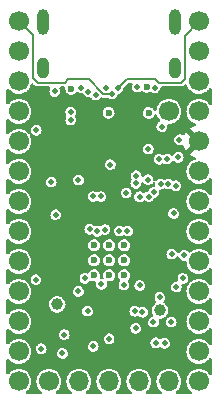
<source format=gbr>
%TF.GenerationSoftware,KiCad,Pcbnew,6.0.3-a3aad9c10e~116~ubuntu20.04.1*%
%TF.CreationDate,2022-03-24T21:59:22+11:00*%
%TF.ProjectId,sea-picro,7365612d-7069-4637-926f-2e6b69636164,0.2*%
%TF.SameCoordinates,Original*%
%TF.FileFunction,Copper,L3,Inr*%
%TF.FilePolarity,Positive*%
%FSLAX46Y46*%
G04 Gerber Fmt 4.6, Leading zero omitted, Abs format (unit mm)*
G04 Created by KiCad (PCBNEW 6.0.3-a3aad9c10e~116~ubuntu20.04.1) date 2022-03-24 21:59:22*
%MOMM*%
%LPD*%
G01*
G04 APERTURE LIST*
%TA.AperFunction,ComponentPad*%
%ADD10C,1.700000*%
%TD*%
%TA.AperFunction,ComponentPad*%
%ADD11O,1.000000X2.200000*%
%TD*%
%TA.AperFunction,ComponentPad*%
%ADD12O,1.000000X1.800000*%
%TD*%
%TA.AperFunction,ComponentPad*%
%ADD13O,1.700000X1.700000*%
%TD*%
%TA.AperFunction,ComponentPad*%
%ADD14C,0.600000*%
%TD*%
%TA.AperFunction,ComponentPad*%
%ADD15C,1.000000*%
%TD*%
%TA.AperFunction,ViaPad*%
%ADD16C,0.500000*%
%TD*%
%TA.AperFunction,ViaPad*%
%ADD17C,0.600000*%
%TD*%
%TA.AperFunction,Conductor*%
%ADD18C,0.200000*%
%TD*%
G04 APERTURE END LIST*
D10*
%TO.N,+5V*%
%TO.C,J3*%
X133800000Y-78580000D03*
%TO.N,GND*%
X133800000Y-81120000D03*
%TO.N,/SWITCH*%
X133800000Y-83660000D03*
%TO.N,+3V3*%
X133800000Y-86200000D03*
%TO.N,/A3*%
X133800000Y-88740000D03*
%TO.N,/A2*%
X133800000Y-91280000D03*
%TO.N,/A1*%
X133800000Y-93820000D03*
%TO.N,/A0*%
X133800000Y-96360000D03*
%TO.N,/22_SCK*%
X133800000Y-98900000D03*
%TO.N,/20_MISO*%
X133800000Y-101440000D03*
%TO.N,/23_MOSI*%
X133800000Y-103980000D03*
%TO.N,/21_nCS*%
X133800000Y-106520000D03*
%TD*%
%TO.N,/9*%
%TO.C,J2*%
X118560000Y-106520000D03*
%TO.N,/8*%
X118560000Y-103980000D03*
%TO.N,/7*%
X118560000Y-101440000D03*
%TO.N,/6*%
X118560000Y-98900000D03*
%TO.N,/5*%
X118560000Y-96360000D03*
%TO.N,/4*%
X118560000Y-93820000D03*
%TO.N,/3_SCL1*%
X118560000Y-91280000D03*
%TO.N,/2_SDA1*%
X118560000Y-88740000D03*
%TO.N,GND*%
X118560000Y-86200000D03*
X118560000Y-83660000D03*
%TO.N,/1_RX0*%
X118560000Y-81120000D03*
%TO.N,/0_TX0*%
X118560000Y-78580000D03*
%TD*%
D11*
%TO.N,GND*%
%TO.C,J1*%
X120624700Y-76100000D03*
X131775300Y-76100000D03*
D12*
X120624700Y-80000000D03*
X131775300Y-80000000D03*
%TD*%
D10*
%TO.N,/10*%
%TO.C,J6*%
X121100000Y-106520000D03*
D13*
%TO.N,/11*%
X123640000Y-106520000D03*
%TO.N,/15*%
X126180000Y-106520000D03*
%TO.N,/18*%
X128720000Y-106520000D03*
%TO.N,/19*%
X131260000Y-106520000D03*
%TD*%
D10*
%TO.N,/USB+*%
%TO.C,J4*%
X118560000Y-76040000D03*
%TD*%
%TO.N,Net-(J7-Pad1)*%
%TO.C,J7*%
X131260000Y-83660000D03*
%TD*%
D14*
%TO.N,GND*%
%TO.C,U3*%
X127475000Y-97535000D03*
X126200000Y-97535000D03*
X126200000Y-96260000D03*
X124925000Y-94985000D03*
X124925000Y-97535000D03*
X127475000Y-94985000D03*
X127475000Y-96260000D03*
X126200000Y-94985000D03*
X124925000Y-96260000D03*
%TD*%
D10*
%TO.N,/USB-*%
%TO.C,J5*%
X133800000Y-76040000D03*
%TD*%
D15*
%TO.N,/SWDIO*%
%TO.C,TP2*%
X130500000Y-100500000D03*
%TD*%
%TO.N,/SWDCLK*%
%TO.C,TP1*%
X121800000Y-100000000D03*
%TD*%
D16*
%TO.N,GND*%
X124860000Y-103540000D03*
X122950000Y-84360000D03*
X130150000Y-103250000D03*
X132150000Y-86050000D03*
X129561757Y-90871758D03*
X132450000Y-97800000D03*
X126300000Y-88160000D03*
X121300000Y-89649500D03*
X122250000Y-104150000D03*
D17*
X126151561Y-83771516D03*
D16*
X127650000Y-90560000D03*
X122400000Y-102550000D03*
X124379227Y-100569727D03*
D17*
X129550500Y-83788536D03*
X129376048Y-81585324D03*
D16*
X130000000Y-90510000D03*
X129518170Y-86834725D03*
X121689477Y-92410523D03*
X131850000Y-89950000D03*
X126200000Y-102900000D03*
X131651967Y-92300471D03*
X123596977Y-89463023D03*
X124850497Y-90860000D03*
X129018854Y-100657920D03*
X120000000Y-97900000D03*
D17*
X123000000Y-81750000D03*
D16*
%TO.N,Net-(J1-PadB5)*%
X124450000Y-82000000D03*
X121600000Y-81966970D03*
%TO.N,+5V*%
X130087576Y-81650907D03*
X125049152Y-82250814D03*
X130650000Y-84950000D03*
%TO.N,VBUS*%
X122949500Y-83700000D03*
X123850000Y-81650000D03*
X120025500Y-85250000D03*
X128600000Y-81600000D03*
%TO.N,+3V3*%
X129550000Y-85800000D03*
X131746095Y-97882140D03*
X131300000Y-91210000D03*
X121275500Y-83825600D03*
X131650000Y-93310000D03*
X120950000Y-97100000D03*
X126952589Y-102053918D03*
X127058296Y-90890605D03*
X123100000Y-91500000D03*
X121852713Y-93039178D03*
X128419400Y-103204822D03*
X130600000Y-82050000D03*
D17*
X129600000Y-82800000D03*
D16*
%TO.N,/nRST*%
X128450499Y-102028410D03*
X129950498Y-101500000D03*
%TO.N,+1V1*%
X125500000Y-90860000D03*
X128374500Y-100576302D03*
X128777219Y-90880515D03*
%TO.N,/LED_DO*%
X131502914Y-95725990D03*
X132050000Y-87550000D03*
%TO.N,/23_MOSI*%
X132550000Y-95850000D03*
%TO.N,/21_nCS*%
X131884839Y-98516650D03*
%TO.N,/FLASH_nCS*%
X128800683Y-98397162D03*
X130500000Y-99400000D03*
%TO.N,/USB+*%
X126450000Y-82198511D03*
X130425991Y-87714041D03*
%TO.N,/USB-*%
X131100000Y-87700000D03*
X125932887Y-81699011D03*
X126948501Y-81699011D03*
%TO.N,/SWDCLK*%
X125550000Y-98300000D03*
%TO.N,/SWDIO*%
X127450000Y-98350000D03*
%TO.N,/FLASH_SD0*%
X124565523Y-93644477D03*
X128462751Y-89747251D03*
%TO.N,/FLASH_SCK*%
X128475753Y-89097879D03*
X125200000Y-93810000D03*
%TO.N,/FLASH_SD3*%
X125850000Y-93660000D03*
X129500000Y-89432769D03*
%TO.N,/D+*%
X127074500Y-93775500D03*
X130549001Y-89810223D03*
%TO.N,/D-*%
X131198446Y-89801554D03*
X127750000Y-93775500D03*
%TO.N,/SWITCH*%
X130898515Y-103297625D03*
%TO.N,/15*%
X123600000Y-98900000D03*
%TO.N,/BOOT*%
X131450000Y-101500000D03*
%TO.N,/VBUS_DETECT*%
X124150000Y-97800000D03*
X120450000Y-103750000D03*
%TD*%
D18*
%TO.N,/USB+*%
X124454738Y-80950000D02*
X125703249Y-82198511D01*
X122450000Y-81250000D02*
X122750000Y-80950000D01*
X119750000Y-77230000D02*
X119750000Y-80850000D01*
X122750000Y-80950000D02*
X124454738Y-80950000D01*
X120150000Y-81250000D02*
X122450000Y-81250000D01*
X118560000Y-76040000D02*
X119750000Y-77230000D01*
X119750000Y-80850000D02*
X120150000Y-81250000D01*
X125703249Y-82198511D02*
X126450000Y-82198511D01*
%TO.N,/USB-*%
X130406402Y-81250000D02*
X130106402Y-80950000D01*
X130106402Y-80950000D02*
X127697512Y-80950000D01*
X132600000Y-77240000D02*
X132600000Y-80950000D01*
X132300000Y-81250000D02*
X130406402Y-81250000D01*
X133800000Y-76040000D02*
X132600000Y-77240000D01*
X127697512Y-80950000D02*
X126948501Y-81699011D01*
X132600000Y-80950000D02*
X132300000Y-81250000D01*
%TD*%
%TA.AperFunction,Conductor*%
%TO.N,+3V3*%
G36*
X128136136Y-81270502D02*
G01*
X128182629Y-81324158D01*
X128192733Y-81394432D01*
X128182071Y-81430047D01*
X128177314Y-81440179D01*
X128164754Y-81466932D01*
X128157415Y-81514066D01*
X128146282Y-81585567D01*
X128146282Y-81585571D01*
X128144901Y-81594440D01*
X128146065Y-81603342D01*
X128146065Y-81603345D01*
X128160468Y-81713489D01*
X128160469Y-81713493D01*
X128161633Y-81722394D01*
X128213605Y-81840510D01*
X128219382Y-81847383D01*
X128219383Y-81847384D01*
X128273756Y-81912068D01*
X128296639Y-81939291D01*
X128404060Y-82010796D01*
X128487092Y-82036737D01*
X128505644Y-82042533D01*
X128527233Y-82049278D01*
X128536203Y-82049442D01*
X128536207Y-82049443D01*
X128594942Y-82050519D01*
X128656255Y-82051643D01*
X128757365Y-82024077D01*
X128772092Y-82020062D01*
X128772093Y-82020062D01*
X128780755Y-82017700D01*
X128788405Y-82013003D01*
X128788407Y-82013002D01*
X128890724Y-81950179D01*
X128892557Y-81953164D01*
X128942298Y-81931708D01*
X129012343Y-81943296D01*
X129036843Y-81959684D01*
X129039018Y-81962272D01*
X129046495Y-81967249D01*
X129131866Y-82024077D01*
X129158361Y-82041714D01*
X129295205Y-82084466D01*
X129304177Y-82084630D01*
X129304180Y-82084631D01*
X129369511Y-82085828D01*
X129438547Y-82087094D01*
X129447581Y-82084631D01*
X129568206Y-82051745D01*
X129568208Y-82051744D01*
X129576865Y-82049384D01*
X129584512Y-82044689D01*
X129584516Y-82044687D01*
X129662308Y-81996923D01*
X129730825Y-81978325D01*
X129798054Y-81999410D01*
X129891636Y-82061703D01*
X130014809Y-82100185D01*
X130023779Y-82100349D01*
X130023783Y-82100350D01*
X130082518Y-82101426D01*
X130143831Y-82102550D01*
X130246287Y-82074617D01*
X130259668Y-82070969D01*
X130259669Y-82070969D01*
X130268331Y-82068607D01*
X130275981Y-82063910D01*
X130275983Y-82063909D01*
X130370648Y-82005785D01*
X130370651Y-82005782D01*
X130378300Y-82001086D01*
X130384326Y-81994429D01*
X130458876Y-81912068D01*
X130458879Y-81912064D01*
X130464898Y-81905414D01*
X130521164Y-81789282D01*
X130528179Y-81747589D01*
X130541766Y-81666825D01*
X130541766Y-81666822D01*
X130542573Y-81662027D01*
X130543136Y-81662122D01*
X130567918Y-81599180D01*
X130625513Y-81557667D01*
X130667404Y-81550500D01*
X132247634Y-81550500D01*
X132250307Y-81550696D01*
X132255342Y-81552425D01*
X132266964Y-81551989D01*
X132266966Y-81551989D01*
X132304255Y-81550589D01*
X132308981Y-81550500D01*
X132327948Y-81550500D01*
X132332683Y-81549618D01*
X132336209Y-81549390D01*
X132339949Y-81549249D01*
X132367208Y-81548226D01*
X132377893Y-81543636D01*
X132382493Y-81542599D01*
X132394214Y-81539038D01*
X132398617Y-81537339D01*
X132410053Y-81535209D01*
X132431041Y-81522272D01*
X132447411Y-81513769D01*
X132461888Y-81507549D01*
X132461892Y-81507547D01*
X132470063Y-81504036D01*
X132474949Y-81500022D01*
X132477134Y-81497837D01*
X132479397Y-81495785D01*
X132479542Y-81495945D01*
X132488549Y-81488825D01*
X132495444Y-81482573D01*
X132505348Y-81476468D01*
X132521916Y-81454680D01*
X132533110Y-81441861D01*
X132588813Y-81386158D01*
X132651125Y-81352132D01*
X132721940Y-81357197D01*
X132778776Y-81399744D01*
X132799027Y-81440522D01*
X132818544Y-81508586D01*
X132821359Y-81514063D01*
X132821360Y-81514066D01*
X132897450Y-81662122D01*
X132912712Y-81691818D01*
X133040677Y-81853270D01*
X133045370Y-81857264D01*
X133045371Y-81857265D01*
X133179984Y-81971829D01*
X133197564Y-81986791D01*
X133202942Y-81989797D01*
X133202944Y-81989798D01*
X133231614Y-82005821D01*
X133377398Y-82087297D01*
X133453466Y-82112013D01*
X133567471Y-82149056D01*
X133567475Y-82149057D01*
X133573329Y-82150959D01*
X133777894Y-82175351D01*
X133784029Y-82174879D01*
X133784031Y-82174879D01*
X133840039Y-82170569D01*
X133983300Y-82159546D01*
X133989230Y-82157890D01*
X133989232Y-82157890D01*
X134136718Y-82116711D01*
X134181725Y-82104145D01*
X134187214Y-82101372D01*
X134187220Y-82101370D01*
X134323055Y-82032754D01*
X134365610Y-82011258D01*
X134401924Y-81982887D01*
X134511420Y-81897339D01*
X134527951Y-81884424D01*
X134534296Y-81877074D01*
X134658540Y-81733134D01*
X134658540Y-81733133D01*
X134662564Y-81728472D01*
X134665608Y-81723114D01*
X134669158Y-81718081D01*
X134670904Y-81719312D01*
X134714988Y-81676690D01*
X134784606Y-81662770D01*
X134850699Y-81688699D01*
X134892281Y-81746244D01*
X134899500Y-81788280D01*
X134899500Y-82992092D01*
X134879498Y-83060213D01*
X134825842Y-83106706D01*
X134755568Y-83116810D01*
X134690988Y-83087316D01*
X134675857Y-83071728D01*
X134552906Y-82920975D01*
X134552903Y-82920972D01*
X134549011Y-82916200D01*
X134531786Y-82901950D01*
X134395025Y-82788811D01*
X134395021Y-82788809D01*
X134390275Y-82784882D01*
X134209055Y-82686897D01*
X134012254Y-82625977D01*
X134006129Y-82625333D01*
X134006128Y-82625333D01*
X133813498Y-82605087D01*
X133813496Y-82605087D01*
X133807369Y-82604443D01*
X133724505Y-82611984D01*
X133608342Y-82622555D01*
X133608339Y-82622556D01*
X133602203Y-82623114D01*
X133404572Y-82681280D01*
X133222002Y-82776726D01*
X133217201Y-82780586D01*
X133217198Y-82780588D01*
X133206971Y-82788811D01*
X133061447Y-82905815D01*
X132929024Y-83063630D01*
X132926056Y-83069028D01*
X132926053Y-83069033D01*
X132899788Y-83116810D01*
X132829776Y-83244162D01*
X132767484Y-83440532D01*
X132766798Y-83446649D01*
X132766797Y-83446653D01*
X132751712Y-83581145D01*
X132744520Y-83645262D01*
X132745036Y-83651406D01*
X132760085Y-83830614D01*
X132761759Y-83850553D01*
X132763458Y-83856478D01*
X132815715Y-84038719D01*
X132818544Y-84048586D01*
X132821359Y-84054063D01*
X132821360Y-84054066D01*
X132908740Y-84224090D01*
X132912712Y-84231818D01*
X133040677Y-84393270D01*
X133045370Y-84397264D01*
X133045371Y-84397265D01*
X133153778Y-84489526D01*
X133197564Y-84526791D01*
X133377398Y-84627297D01*
X133442437Y-84648429D01*
X133501042Y-84688502D01*
X133528680Y-84753898D01*
X133516574Y-84823855D01*
X133468568Y-84876162D01*
X133442646Y-84888027D01*
X133276868Y-84942212D01*
X133267359Y-84946209D01*
X133078466Y-85044540D01*
X133069734Y-85050039D01*
X133049677Y-85065099D01*
X133041223Y-85076427D01*
X133047968Y-85088758D01*
X134070115Y-86110905D01*
X134104141Y-86173217D01*
X134099076Y-86244032D01*
X134070115Y-86289095D01*
X133046737Y-87312473D01*
X133039977Y-87324853D01*
X133045258Y-87331907D01*
X133206756Y-87426279D01*
X133216042Y-87430729D01*
X133415001Y-87506703D01*
X133429866Y-87511022D01*
X133429289Y-87513008D01*
X133484260Y-87542082D01*
X133519110Y-87603936D01*
X133514988Y-87674813D01*
X133473201Y-87732209D01*
X133431930Y-87753228D01*
X133410489Y-87759538D01*
X133410484Y-87759540D01*
X133404572Y-87761280D01*
X133222002Y-87856726D01*
X133217201Y-87860586D01*
X133217198Y-87860588D01*
X133081040Y-87970062D01*
X133061447Y-87985815D01*
X132929024Y-88143630D01*
X132926056Y-88149028D01*
X132926053Y-88149033D01*
X132852738Y-88282394D01*
X132829776Y-88324162D01*
X132767484Y-88520532D01*
X132766798Y-88526649D01*
X132766797Y-88526653D01*
X132748520Y-88689600D01*
X132744520Y-88725262D01*
X132761759Y-88930553D01*
X132763458Y-88936478D01*
X132816097Y-89120051D01*
X132818544Y-89128586D01*
X132821359Y-89134063D01*
X132821360Y-89134066D01*
X132873922Y-89236341D01*
X132912712Y-89311818D01*
X133040677Y-89473270D01*
X133045370Y-89477264D01*
X133045371Y-89477265D01*
X133180830Y-89592549D01*
X133197564Y-89606791D01*
X133202942Y-89609797D01*
X133202944Y-89609798D01*
X133210790Y-89614183D01*
X133377398Y-89707297D01*
X133470528Y-89737557D01*
X133567471Y-89769056D01*
X133567475Y-89769057D01*
X133573329Y-89770959D01*
X133777894Y-89795351D01*
X133784029Y-89794879D01*
X133784031Y-89794879D01*
X133850673Y-89789751D01*
X133983300Y-89779546D01*
X133989230Y-89777890D01*
X133989232Y-89777890D01*
X134133688Y-89737557D01*
X134181725Y-89724145D01*
X134187214Y-89721372D01*
X134187220Y-89721370D01*
X134360116Y-89634033D01*
X134365610Y-89631258D01*
X134527951Y-89504424D01*
X134534038Y-89497373D01*
X134658540Y-89353134D01*
X134658540Y-89353133D01*
X134662564Y-89348472D01*
X134665608Y-89343114D01*
X134669158Y-89338081D01*
X134670904Y-89339312D01*
X134714988Y-89296690D01*
X134784606Y-89282770D01*
X134850699Y-89308699D01*
X134892281Y-89366244D01*
X134899500Y-89408280D01*
X134899500Y-90612092D01*
X134879498Y-90680213D01*
X134825842Y-90726706D01*
X134755568Y-90736810D01*
X134690988Y-90707316D01*
X134675857Y-90691728D01*
X134552906Y-90540975D01*
X134552903Y-90540972D01*
X134549011Y-90536200D01*
X134544262Y-90532271D01*
X134395025Y-90408811D01*
X134395021Y-90408809D01*
X134390275Y-90404882D01*
X134209055Y-90306897D01*
X134012254Y-90245977D01*
X134006129Y-90245333D01*
X134006128Y-90245333D01*
X133813498Y-90225087D01*
X133813496Y-90225087D01*
X133807369Y-90224443D01*
X133720529Y-90232346D01*
X133608342Y-90242555D01*
X133608339Y-90242556D01*
X133602203Y-90243114D01*
X133404572Y-90301280D01*
X133222002Y-90396726D01*
X133217201Y-90400586D01*
X133217198Y-90400588D01*
X133072376Y-90517028D01*
X133061447Y-90525815D01*
X132929024Y-90683630D01*
X132926056Y-90689028D01*
X132926053Y-90689033D01*
X132869288Y-90792290D01*
X132829776Y-90864162D01*
X132767484Y-91060532D01*
X132766798Y-91066649D01*
X132766797Y-91066653D01*
X132747870Y-91235393D01*
X132744520Y-91265262D01*
X132761759Y-91470553D01*
X132818544Y-91668586D01*
X132821359Y-91674063D01*
X132821360Y-91674066D01*
X132842247Y-91714707D01*
X132912712Y-91851818D01*
X133040677Y-92013270D01*
X133045370Y-92017264D01*
X133045371Y-92017265D01*
X133094564Y-92059131D01*
X133197564Y-92146791D01*
X133202942Y-92149797D01*
X133202944Y-92149798D01*
X133259876Y-92181616D01*
X133377398Y-92247297D01*
X133445215Y-92269332D01*
X133567471Y-92309056D01*
X133567475Y-92309057D01*
X133573329Y-92310959D01*
X133777894Y-92335351D01*
X133784029Y-92334879D01*
X133784031Y-92334879D01*
X133840039Y-92330569D01*
X133983300Y-92319546D01*
X133989230Y-92317890D01*
X133989232Y-92317890D01*
X134134054Y-92277455D01*
X134181725Y-92264145D01*
X134187214Y-92261372D01*
X134187220Y-92261370D01*
X134319952Y-92194322D01*
X134365610Y-92171258D01*
X134381930Y-92158508D01*
X134446781Y-92107841D01*
X134527951Y-92044424D01*
X134559011Y-92008441D01*
X134658540Y-91893134D01*
X134658540Y-91893133D01*
X134662564Y-91888472D01*
X134665608Y-91883114D01*
X134669158Y-91878081D01*
X134670904Y-91879312D01*
X134714988Y-91836690D01*
X134784606Y-91822770D01*
X134850699Y-91848699D01*
X134892281Y-91906244D01*
X134899500Y-91948280D01*
X134899500Y-93152092D01*
X134879498Y-93220213D01*
X134825842Y-93266706D01*
X134755568Y-93276810D01*
X134690988Y-93247316D01*
X134675857Y-93231728D01*
X134552906Y-93080975D01*
X134552903Y-93080972D01*
X134549011Y-93076200D01*
X134531786Y-93061950D01*
X134395025Y-92948811D01*
X134395021Y-92948809D01*
X134390275Y-92944882D01*
X134232921Y-92859801D01*
X134214474Y-92849827D01*
X134209055Y-92846897D01*
X134012254Y-92785977D01*
X134006129Y-92785333D01*
X134006128Y-92785333D01*
X133813498Y-92765087D01*
X133813496Y-92765087D01*
X133807369Y-92764443D01*
X133720529Y-92772346D01*
X133608342Y-92782555D01*
X133608339Y-92782556D01*
X133602203Y-92783114D01*
X133404572Y-92841280D01*
X133222002Y-92936726D01*
X133217201Y-92940586D01*
X133217198Y-92940588D01*
X133206971Y-92948811D01*
X133061447Y-93065815D01*
X132929024Y-93223630D01*
X132926056Y-93229028D01*
X132926053Y-93229033D01*
X132838732Y-93387871D01*
X132829776Y-93404162D01*
X132767484Y-93600532D01*
X132766798Y-93606649D01*
X132766797Y-93606653D01*
X132747904Y-93775091D01*
X132744520Y-93805262D01*
X132745036Y-93811406D01*
X132761169Y-94003522D01*
X132761759Y-94010553D01*
X132763458Y-94016478D01*
X132804664Y-94160179D01*
X132818544Y-94208586D01*
X132821359Y-94214063D01*
X132821360Y-94214066D01*
X132845811Y-94261643D01*
X132912712Y-94391818D01*
X133040677Y-94553270D01*
X133197564Y-94686791D01*
X133202942Y-94689797D01*
X133202944Y-94689798D01*
X133258319Y-94720746D01*
X133377398Y-94787297D01*
X133472238Y-94818113D01*
X133567471Y-94849056D01*
X133567475Y-94849057D01*
X133573329Y-94850959D01*
X133777894Y-94875351D01*
X133784029Y-94874879D01*
X133784031Y-94874879D01*
X133840039Y-94870569D01*
X133983300Y-94859546D01*
X133989230Y-94857890D01*
X133989232Y-94857890D01*
X134175797Y-94805800D01*
X134175796Y-94805800D01*
X134181725Y-94804145D01*
X134187214Y-94801372D01*
X134187220Y-94801370D01*
X134346827Y-94720746D01*
X134365610Y-94711258D01*
X134370564Y-94707388D01*
X134523101Y-94588213D01*
X134527951Y-94584424D01*
X134559011Y-94548441D01*
X134658540Y-94433134D01*
X134658540Y-94433133D01*
X134662564Y-94428472D01*
X134665608Y-94423114D01*
X134669158Y-94418081D01*
X134670904Y-94419312D01*
X134714988Y-94376690D01*
X134784606Y-94362770D01*
X134850699Y-94388699D01*
X134892281Y-94446244D01*
X134899500Y-94488280D01*
X134899500Y-95692092D01*
X134879498Y-95760213D01*
X134825842Y-95806706D01*
X134755568Y-95816810D01*
X134690988Y-95787316D01*
X134675857Y-95771728D01*
X134552906Y-95620975D01*
X134552903Y-95620972D01*
X134549011Y-95616200D01*
X134536458Y-95605815D01*
X134395025Y-95488811D01*
X134395021Y-95488809D01*
X134390275Y-95484882D01*
X134209055Y-95386897D01*
X134012254Y-95325977D01*
X134006129Y-95325333D01*
X134006128Y-95325333D01*
X133813498Y-95305087D01*
X133813496Y-95305087D01*
X133807369Y-95304443D01*
X133720529Y-95312346D01*
X133608342Y-95322555D01*
X133608339Y-95322556D01*
X133602203Y-95323114D01*
X133404572Y-95381280D01*
X133399107Y-95384137D01*
X133365809Y-95401545D01*
X133222002Y-95476726D01*
X133217201Y-95480586D01*
X133217198Y-95480588D01*
X133115934Y-95562006D01*
X133101091Y-95573941D01*
X133081254Y-95589890D01*
X133015631Y-95616986D01*
X132945777Y-95604303D01*
X132906849Y-95573941D01*
X132855051Y-95513826D01*
X132855049Y-95513824D01*
X132849193Y-95507028D01*
X132740906Y-95436841D01*
X132732311Y-95434271D01*
X132732310Y-95434270D01*
X132625874Y-95402438D01*
X132625872Y-95402438D01*
X132617273Y-95399866D01*
X132608298Y-95399811D01*
X132608297Y-95399811D01*
X132553641Y-95399477D01*
X132488231Y-95399078D01*
X132476475Y-95402438D01*
X132372786Y-95432072D01*
X132372784Y-95432073D01*
X132364155Y-95434539D01*
X132356565Y-95439328D01*
X132284367Y-95484882D01*
X132255019Y-95503399D01*
X132169596Y-95600122D01*
X132165781Y-95608247D01*
X132160852Y-95615751D01*
X132157959Y-95613851D01*
X132121960Y-95654525D01*
X132053632Y-95673810D01*
X131985726Y-95653093D01*
X131939865Y-95599028D01*
X131939753Y-95598249D01*
X131937331Y-95592922D01*
X131890059Y-95488952D01*
X131890057Y-95488949D01*
X131886342Y-95480778D01*
X131854712Y-95444069D01*
X131807965Y-95389816D01*
X131807963Y-95389814D01*
X131802107Y-95383018D01*
X131693820Y-95312831D01*
X131685225Y-95310261D01*
X131685224Y-95310260D01*
X131578788Y-95278428D01*
X131578786Y-95278428D01*
X131570187Y-95275856D01*
X131561212Y-95275801D01*
X131561211Y-95275801D01*
X131506555Y-95275467D01*
X131441145Y-95275068D01*
X131429389Y-95278428D01*
X131325700Y-95308062D01*
X131325698Y-95308063D01*
X131317069Y-95310529D01*
X131309479Y-95315318D01*
X131216403Y-95374045D01*
X131207933Y-95379389D01*
X131201990Y-95386118D01*
X131201989Y-95386119D01*
X131189897Y-95399811D01*
X131122510Y-95476112D01*
X131118696Y-95484235D01*
X131118695Y-95484237D01*
X131111948Y-95498608D01*
X131067668Y-95592922D01*
X131063300Y-95620975D01*
X131049196Y-95711557D01*
X131049196Y-95711561D01*
X131047815Y-95720430D01*
X131048979Y-95729332D01*
X131048979Y-95729335D01*
X131063382Y-95839479D01*
X131063383Y-95839483D01*
X131064547Y-95848384D01*
X131116519Y-95966500D01*
X131122296Y-95973373D01*
X131122297Y-95973374D01*
X131128285Y-95980497D01*
X131199553Y-96065281D01*
X131207030Y-96070258D01*
X131292225Y-96126968D01*
X131306974Y-96136786D01*
X131430147Y-96175268D01*
X131439117Y-96175432D01*
X131439121Y-96175433D01*
X131497856Y-96176509D01*
X131559169Y-96177633D01*
X131663943Y-96149068D01*
X131675006Y-96146052D01*
X131675007Y-96146052D01*
X131683669Y-96143690D01*
X131691319Y-96138993D01*
X131691321Y-96138992D01*
X131785986Y-96080868D01*
X131785989Y-96080865D01*
X131793638Y-96076169D01*
X131799664Y-96069512D01*
X131874214Y-95987151D01*
X131874217Y-95987147D01*
X131880236Y-95980497D01*
X131884474Y-95971750D01*
X131884972Y-95971201D01*
X131889171Y-95964976D01*
X131890070Y-95965582D01*
X131932177Y-95919167D01*
X132000736Y-95900722D01*
X132068383Y-95922270D01*
X132113193Y-95975939D01*
X132163605Y-96090510D01*
X132169382Y-96097383D01*
X132169383Y-96097384D01*
X132232601Y-96172591D01*
X132246639Y-96189291D01*
X132254116Y-96194268D01*
X132343585Y-96253823D01*
X132354060Y-96260796D01*
X132477233Y-96299278D01*
X132486203Y-96299442D01*
X132486207Y-96299443D01*
X132597282Y-96301479D01*
X132597285Y-96301479D01*
X132606255Y-96301643D01*
X132611141Y-96300311D01*
X132679269Y-96311420D01*
X132732038Y-96358917D01*
X132750333Y-96414483D01*
X132761759Y-96550553D01*
X132763458Y-96556478D01*
X132810165Y-96719364D01*
X132818544Y-96748586D01*
X132821359Y-96754063D01*
X132821360Y-96754066D01*
X132842247Y-96794707D01*
X132912712Y-96931818D01*
X133040677Y-97093270D01*
X133197564Y-97226791D01*
X133202942Y-97229797D01*
X133202944Y-97229798D01*
X133266856Y-97265517D01*
X133377398Y-97327297D01*
X133454774Y-97352438D01*
X133567471Y-97389056D01*
X133567475Y-97389057D01*
X133573329Y-97390959D01*
X133777894Y-97415351D01*
X133784029Y-97414879D01*
X133784031Y-97414879D01*
X133840039Y-97410569D01*
X133983300Y-97399546D01*
X133989230Y-97397890D01*
X133989232Y-97397890D01*
X134113104Y-97363304D01*
X134181725Y-97344145D01*
X134187214Y-97341372D01*
X134187220Y-97341370D01*
X134343212Y-97262572D01*
X134365610Y-97251258D01*
X134527951Y-97124424D01*
X134559011Y-97088441D01*
X134658540Y-96973134D01*
X134658540Y-96973133D01*
X134662564Y-96968472D01*
X134665608Y-96963114D01*
X134669158Y-96958081D01*
X134670904Y-96959312D01*
X134714988Y-96916690D01*
X134784606Y-96902770D01*
X134850699Y-96928699D01*
X134892281Y-96986244D01*
X134899500Y-97028280D01*
X134899500Y-98232092D01*
X134879498Y-98300213D01*
X134825842Y-98346706D01*
X134755568Y-98356810D01*
X134690988Y-98327316D01*
X134675857Y-98311728D01*
X134552906Y-98160975D01*
X134552903Y-98160972D01*
X134549011Y-98156200D01*
X134541733Y-98150179D01*
X134395025Y-98028811D01*
X134395021Y-98028809D01*
X134390275Y-98024882D01*
X134230283Y-97938375D01*
X134214474Y-97929827D01*
X134209055Y-97926897D01*
X134012254Y-97865977D01*
X134006129Y-97865333D01*
X134006128Y-97865333D01*
X133813498Y-97845087D01*
X133813496Y-97845087D01*
X133807369Y-97844443D01*
X133720529Y-97852346D01*
X133608342Y-97862555D01*
X133608339Y-97862556D01*
X133602203Y-97863114D01*
X133404572Y-97921280D01*
X133399107Y-97924137D01*
X133365845Y-97941526D01*
X133222002Y-98016726D01*
X133217201Y-98020586D01*
X133217198Y-98020588D01*
X133110994Y-98105978D01*
X133061447Y-98145815D01*
X133057481Y-98150542D01*
X133055310Y-98153129D01*
X133053842Y-98154106D01*
X133053087Y-98154845D01*
X133052946Y-98154701D01*
X132996200Y-98192454D01*
X132925212Y-98193578D01*
X132923039Y-98192230D01*
X132939830Y-98254236D01*
X132924273Y-98312271D01*
X132829776Y-98484162D01*
X132827913Y-98490035D01*
X132773058Y-98662962D01*
X132767484Y-98680532D01*
X132766798Y-98686649D01*
X132766797Y-98686653D01*
X132745207Y-98879137D01*
X132744520Y-98885262D01*
X132746053Y-98903522D01*
X132759515Y-99063826D01*
X132761759Y-99090553D01*
X132763458Y-99096478D01*
X132810006Y-99258809D01*
X132818544Y-99288586D01*
X132821359Y-99294063D01*
X132821360Y-99294066D01*
X132882428Y-99412892D01*
X132912712Y-99471818D01*
X133040677Y-99633270D01*
X133045370Y-99637264D01*
X133045371Y-99637265D01*
X133165252Y-99739291D01*
X133197564Y-99766791D01*
X133202942Y-99769797D01*
X133202944Y-99769798D01*
X133287481Y-99817044D01*
X133377398Y-99867297D01*
X133467543Y-99896587D01*
X133567471Y-99929056D01*
X133567475Y-99929057D01*
X133573329Y-99930959D01*
X133777894Y-99955351D01*
X133784029Y-99954879D01*
X133784031Y-99954879D01*
X133840039Y-99950569D01*
X133983300Y-99939546D01*
X133989230Y-99937890D01*
X133989232Y-99937890D01*
X134121081Y-99901077D01*
X134181725Y-99884145D01*
X134187214Y-99881372D01*
X134187220Y-99881370D01*
X134360116Y-99794033D01*
X134365610Y-99791258D01*
X134527951Y-99664424D01*
X134559011Y-99628441D01*
X134658540Y-99513134D01*
X134658540Y-99513133D01*
X134662564Y-99508472D01*
X134665608Y-99503114D01*
X134669158Y-99498081D01*
X134670904Y-99499312D01*
X134714988Y-99456690D01*
X134784606Y-99442770D01*
X134850699Y-99468699D01*
X134892281Y-99526244D01*
X134899500Y-99568280D01*
X134899500Y-100772092D01*
X134879498Y-100840213D01*
X134825842Y-100886706D01*
X134755568Y-100896810D01*
X134690988Y-100867316D01*
X134675857Y-100851728D01*
X134552906Y-100700975D01*
X134552903Y-100700972D01*
X134549011Y-100696200D01*
X134544262Y-100692271D01*
X134395025Y-100568811D01*
X134395021Y-100568809D01*
X134390275Y-100564882D01*
X134209055Y-100466897D01*
X134012254Y-100405977D01*
X134006129Y-100405333D01*
X134006128Y-100405333D01*
X133813498Y-100385087D01*
X133813496Y-100385087D01*
X133807369Y-100384443D01*
X133720529Y-100392346D01*
X133608342Y-100402555D01*
X133608339Y-100402556D01*
X133602203Y-100403114D01*
X133404572Y-100461280D01*
X133222002Y-100556726D01*
X133217201Y-100560586D01*
X133217198Y-100560588D01*
X133082311Y-100669040D01*
X133061447Y-100685815D01*
X132929024Y-100843630D01*
X132926056Y-100849028D01*
X132926053Y-100849033D01*
X132844592Y-100997211D01*
X132829776Y-101024162D01*
X132767484Y-101220532D01*
X132766798Y-101226649D01*
X132766797Y-101226653D01*
X132759573Y-101291062D01*
X132744520Y-101425262D01*
X132745036Y-101431406D01*
X132760074Y-101610482D01*
X132761759Y-101630553D01*
X132763458Y-101636478D01*
X132793289Y-101740510D01*
X132818544Y-101828586D01*
X132821359Y-101834063D01*
X132821360Y-101834066D01*
X132881786Y-101951643D01*
X132912712Y-102011818D01*
X133040677Y-102173270D01*
X133045370Y-102177264D01*
X133045371Y-102177265D01*
X133181823Y-102293394D01*
X133197564Y-102306791D01*
X133202942Y-102309797D01*
X133202944Y-102309798D01*
X133234563Y-102327469D01*
X133377398Y-102407297D01*
X133460292Y-102434231D01*
X133567471Y-102469056D01*
X133567475Y-102469057D01*
X133573329Y-102470959D01*
X133777894Y-102495351D01*
X133784029Y-102494879D01*
X133784031Y-102494879D01*
X133840039Y-102490569D01*
X133983300Y-102479546D01*
X133989230Y-102477890D01*
X133989232Y-102477890D01*
X134145601Y-102434231D01*
X134181725Y-102424145D01*
X134187214Y-102421372D01*
X134187220Y-102421370D01*
X134360116Y-102334033D01*
X134365610Y-102331258D01*
X134405463Y-102300122D01*
X134523101Y-102208213D01*
X134527951Y-102204424D01*
X134532972Y-102198608D01*
X134658540Y-102053134D01*
X134658540Y-102053133D01*
X134662564Y-102048472D01*
X134665608Y-102043114D01*
X134669158Y-102038081D01*
X134670904Y-102039312D01*
X134714988Y-101996690D01*
X134784606Y-101982770D01*
X134850699Y-102008699D01*
X134892281Y-102066244D01*
X134899500Y-102108280D01*
X134899500Y-103312092D01*
X134879498Y-103380213D01*
X134825842Y-103426706D01*
X134755568Y-103436810D01*
X134690988Y-103407316D01*
X134675857Y-103391728D01*
X134552906Y-103240975D01*
X134552903Y-103240972D01*
X134549011Y-103236200D01*
X134505409Y-103200129D01*
X134395025Y-103108811D01*
X134395021Y-103108809D01*
X134390275Y-103104882D01*
X134209055Y-103006897D01*
X134012254Y-102945977D01*
X134006129Y-102945333D01*
X134006128Y-102945333D01*
X133813498Y-102925087D01*
X133813496Y-102925087D01*
X133807369Y-102924443D01*
X133720529Y-102932346D01*
X133608342Y-102942555D01*
X133608339Y-102942556D01*
X133602203Y-102943114D01*
X133404572Y-103001280D01*
X133399107Y-103004137D01*
X133365516Y-103021698D01*
X133222002Y-103096726D01*
X133217201Y-103100586D01*
X133217198Y-103100588D01*
X133097251Y-103197028D01*
X133061447Y-103225815D01*
X132929024Y-103383630D01*
X132926056Y-103389028D01*
X132926053Y-103389033D01*
X132834309Y-103555917D01*
X132829776Y-103564162D01*
X132767484Y-103760532D01*
X132766798Y-103766649D01*
X132766797Y-103766653D01*
X132751303Y-103904788D01*
X132744520Y-103965262D01*
X132745036Y-103971406D01*
X132760940Y-104160796D01*
X132761759Y-104170553D01*
X132818544Y-104368586D01*
X132821359Y-104374063D01*
X132821360Y-104374066D01*
X132882752Y-104493522D01*
X132912712Y-104551818D01*
X133040677Y-104713270D01*
X133197564Y-104846791D01*
X133377398Y-104947297D01*
X133472238Y-104978113D01*
X133567471Y-105009056D01*
X133567475Y-105009057D01*
X133573329Y-105010959D01*
X133777894Y-105035351D01*
X133784029Y-105034879D01*
X133784031Y-105034879D01*
X133840039Y-105030569D01*
X133983300Y-105019546D01*
X133989230Y-105017890D01*
X133989232Y-105017890D01*
X134175797Y-104965800D01*
X134175796Y-104965800D01*
X134181725Y-104964145D01*
X134187214Y-104961372D01*
X134187220Y-104961370D01*
X134360116Y-104874033D01*
X134365610Y-104871258D01*
X134527951Y-104744424D01*
X134559011Y-104708441D01*
X134658540Y-104593134D01*
X134658540Y-104593133D01*
X134662564Y-104588472D01*
X134665608Y-104583114D01*
X134669158Y-104578081D01*
X134670904Y-104579312D01*
X134714988Y-104536690D01*
X134784606Y-104522770D01*
X134850699Y-104548699D01*
X134892281Y-104606244D01*
X134899500Y-104648280D01*
X134899500Y-105852092D01*
X134879498Y-105920213D01*
X134825842Y-105966706D01*
X134755568Y-105976810D01*
X134690988Y-105947316D01*
X134675857Y-105931728D01*
X134552906Y-105780975D01*
X134552903Y-105780972D01*
X134549011Y-105776200D01*
X134531786Y-105761950D01*
X134395025Y-105648811D01*
X134395021Y-105648809D01*
X134390275Y-105644882D01*
X134209055Y-105546897D01*
X134012254Y-105485977D01*
X134006129Y-105485333D01*
X134006128Y-105485333D01*
X133813498Y-105465087D01*
X133813496Y-105465087D01*
X133807369Y-105464443D01*
X133720529Y-105472346D01*
X133608342Y-105482555D01*
X133608339Y-105482556D01*
X133602203Y-105483114D01*
X133404572Y-105541280D01*
X133222002Y-105636726D01*
X133217201Y-105640586D01*
X133217198Y-105640588D01*
X133206971Y-105648811D01*
X133061447Y-105765815D01*
X132929024Y-105923630D01*
X132926056Y-105929028D01*
X132926053Y-105929033D01*
X132899788Y-105976810D01*
X132829776Y-106104162D01*
X132767484Y-106300532D01*
X132766798Y-106306649D01*
X132766797Y-106306653D01*
X132745207Y-106499137D01*
X132744520Y-106505262D01*
X132761759Y-106710553D01*
X132818544Y-106908586D01*
X132821359Y-106914063D01*
X132821360Y-106914066D01*
X132842247Y-106954707D01*
X132912712Y-107091818D01*
X133040677Y-107253270D01*
X133045370Y-107257264D01*
X133045371Y-107257265D01*
X133186701Y-107377546D01*
X133225614Y-107436929D01*
X133226245Y-107507923D01*
X133188393Y-107567987D01*
X133124077Y-107598053D01*
X133105038Y-107599500D01*
X131950603Y-107599500D01*
X131882482Y-107579498D01*
X131835989Y-107525842D01*
X131825885Y-107455568D01*
X131855379Y-107390988D01*
X131873030Y-107374211D01*
X131983095Y-107288219D01*
X131983101Y-107288213D01*
X131987951Y-107284424D01*
X131994017Y-107277397D01*
X132118540Y-107133134D01*
X132118540Y-107133133D01*
X132122564Y-107128472D01*
X132143387Y-107091818D01*
X132221276Y-106954707D01*
X132224323Y-106949344D01*
X132289351Y-106753863D01*
X132315171Y-106549474D01*
X132315583Y-106520000D01*
X132295480Y-106314970D01*
X132235935Y-106117749D01*
X132139218Y-105935849D01*
X132046390Y-105822031D01*
X132012906Y-105780975D01*
X132012903Y-105780972D01*
X132009011Y-105776200D01*
X131991786Y-105761950D01*
X131855025Y-105648811D01*
X131855021Y-105648809D01*
X131850275Y-105644882D01*
X131669055Y-105546897D01*
X131472254Y-105485977D01*
X131466129Y-105485333D01*
X131466128Y-105485333D01*
X131273498Y-105465087D01*
X131273496Y-105465087D01*
X131267369Y-105464443D01*
X131180529Y-105472346D01*
X131068342Y-105482555D01*
X131068339Y-105482556D01*
X131062203Y-105483114D01*
X130864572Y-105541280D01*
X130682002Y-105636726D01*
X130677201Y-105640586D01*
X130677198Y-105640588D01*
X130666971Y-105648811D01*
X130521447Y-105765815D01*
X130389024Y-105923630D01*
X130386056Y-105929028D01*
X130386053Y-105929033D01*
X130359788Y-105976810D01*
X130289776Y-106104162D01*
X130227484Y-106300532D01*
X130226798Y-106306649D01*
X130226797Y-106306653D01*
X130205207Y-106499137D01*
X130204520Y-106505262D01*
X130221759Y-106710553D01*
X130278544Y-106908586D01*
X130281359Y-106914063D01*
X130281360Y-106914066D01*
X130302247Y-106954707D01*
X130372712Y-107091818D01*
X130500677Y-107253270D01*
X130505370Y-107257264D01*
X130505371Y-107257265D01*
X130646701Y-107377546D01*
X130685614Y-107436929D01*
X130686245Y-107507923D01*
X130648393Y-107567987D01*
X130584077Y-107598053D01*
X130565038Y-107599500D01*
X129410603Y-107599500D01*
X129342482Y-107579498D01*
X129295989Y-107525842D01*
X129285885Y-107455568D01*
X129315379Y-107390988D01*
X129333030Y-107374211D01*
X129443095Y-107288219D01*
X129443101Y-107288213D01*
X129447951Y-107284424D01*
X129454017Y-107277397D01*
X129578540Y-107133134D01*
X129578540Y-107133133D01*
X129582564Y-107128472D01*
X129603387Y-107091818D01*
X129681276Y-106954707D01*
X129684323Y-106949344D01*
X129749351Y-106753863D01*
X129775171Y-106549474D01*
X129775583Y-106520000D01*
X129755480Y-106314970D01*
X129695935Y-106117749D01*
X129599218Y-105935849D01*
X129506390Y-105822031D01*
X129472906Y-105780975D01*
X129472903Y-105780972D01*
X129469011Y-105776200D01*
X129451786Y-105761950D01*
X129315025Y-105648811D01*
X129315021Y-105648809D01*
X129310275Y-105644882D01*
X129129055Y-105546897D01*
X128932254Y-105485977D01*
X128926129Y-105485333D01*
X128926128Y-105485333D01*
X128733498Y-105465087D01*
X128733496Y-105465087D01*
X128727369Y-105464443D01*
X128640529Y-105472346D01*
X128528342Y-105482555D01*
X128528339Y-105482556D01*
X128522203Y-105483114D01*
X128324572Y-105541280D01*
X128142002Y-105636726D01*
X128137201Y-105640586D01*
X128137198Y-105640588D01*
X128126971Y-105648811D01*
X127981447Y-105765815D01*
X127849024Y-105923630D01*
X127846056Y-105929028D01*
X127846053Y-105929033D01*
X127819788Y-105976810D01*
X127749776Y-106104162D01*
X127687484Y-106300532D01*
X127686798Y-106306649D01*
X127686797Y-106306653D01*
X127665207Y-106499137D01*
X127664520Y-106505262D01*
X127681759Y-106710553D01*
X127738544Y-106908586D01*
X127741359Y-106914063D01*
X127741360Y-106914066D01*
X127762247Y-106954707D01*
X127832712Y-107091818D01*
X127960677Y-107253270D01*
X127965370Y-107257264D01*
X127965371Y-107257265D01*
X128106701Y-107377546D01*
X128145614Y-107436929D01*
X128146245Y-107507923D01*
X128108393Y-107567987D01*
X128044077Y-107598053D01*
X128025038Y-107599500D01*
X126870603Y-107599500D01*
X126802482Y-107579498D01*
X126755989Y-107525842D01*
X126745885Y-107455568D01*
X126775379Y-107390988D01*
X126793030Y-107374211D01*
X126903095Y-107288219D01*
X126903101Y-107288213D01*
X126907951Y-107284424D01*
X126914017Y-107277397D01*
X127038540Y-107133134D01*
X127038540Y-107133133D01*
X127042564Y-107128472D01*
X127063387Y-107091818D01*
X127141276Y-106954707D01*
X127144323Y-106949344D01*
X127209351Y-106753863D01*
X127235171Y-106549474D01*
X127235583Y-106520000D01*
X127215480Y-106314970D01*
X127155935Y-106117749D01*
X127059218Y-105935849D01*
X126966390Y-105822031D01*
X126932906Y-105780975D01*
X126932903Y-105780972D01*
X126929011Y-105776200D01*
X126911786Y-105761950D01*
X126775025Y-105648811D01*
X126775021Y-105648809D01*
X126770275Y-105644882D01*
X126589055Y-105546897D01*
X126392254Y-105485977D01*
X126386129Y-105485333D01*
X126386128Y-105485333D01*
X126193498Y-105465087D01*
X126193496Y-105465087D01*
X126187369Y-105464443D01*
X126100529Y-105472346D01*
X125988342Y-105482555D01*
X125988339Y-105482556D01*
X125982203Y-105483114D01*
X125784572Y-105541280D01*
X125602002Y-105636726D01*
X125597201Y-105640586D01*
X125597198Y-105640588D01*
X125586971Y-105648811D01*
X125441447Y-105765815D01*
X125309024Y-105923630D01*
X125306056Y-105929028D01*
X125306053Y-105929033D01*
X125279788Y-105976810D01*
X125209776Y-106104162D01*
X125147484Y-106300532D01*
X125146798Y-106306649D01*
X125146797Y-106306653D01*
X125125207Y-106499137D01*
X125124520Y-106505262D01*
X125141759Y-106710553D01*
X125198544Y-106908586D01*
X125201359Y-106914063D01*
X125201360Y-106914066D01*
X125222247Y-106954707D01*
X125292712Y-107091818D01*
X125420677Y-107253270D01*
X125425370Y-107257264D01*
X125425371Y-107257265D01*
X125566701Y-107377546D01*
X125605614Y-107436929D01*
X125606245Y-107507923D01*
X125568393Y-107567987D01*
X125504077Y-107598053D01*
X125485038Y-107599500D01*
X124330603Y-107599500D01*
X124262482Y-107579498D01*
X124215989Y-107525842D01*
X124205885Y-107455568D01*
X124235379Y-107390988D01*
X124253030Y-107374211D01*
X124363095Y-107288219D01*
X124363101Y-107288213D01*
X124367951Y-107284424D01*
X124374017Y-107277397D01*
X124498540Y-107133134D01*
X124498540Y-107133133D01*
X124502564Y-107128472D01*
X124523387Y-107091818D01*
X124601276Y-106954707D01*
X124604323Y-106949344D01*
X124669351Y-106753863D01*
X124695171Y-106549474D01*
X124695583Y-106520000D01*
X124675480Y-106314970D01*
X124615935Y-106117749D01*
X124519218Y-105935849D01*
X124426390Y-105822031D01*
X124392906Y-105780975D01*
X124392903Y-105780972D01*
X124389011Y-105776200D01*
X124371786Y-105761950D01*
X124235025Y-105648811D01*
X124235021Y-105648809D01*
X124230275Y-105644882D01*
X124049055Y-105546897D01*
X123852254Y-105485977D01*
X123846129Y-105485333D01*
X123846128Y-105485333D01*
X123653498Y-105465087D01*
X123653496Y-105465087D01*
X123647369Y-105464443D01*
X123560529Y-105472346D01*
X123448342Y-105482555D01*
X123448339Y-105482556D01*
X123442203Y-105483114D01*
X123244572Y-105541280D01*
X123062002Y-105636726D01*
X123057201Y-105640586D01*
X123057198Y-105640588D01*
X123046971Y-105648811D01*
X122901447Y-105765815D01*
X122769024Y-105923630D01*
X122766056Y-105929028D01*
X122766053Y-105929033D01*
X122739788Y-105976810D01*
X122669776Y-106104162D01*
X122607484Y-106300532D01*
X122606798Y-106306649D01*
X122606797Y-106306653D01*
X122585207Y-106499137D01*
X122584520Y-106505262D01*
X122601759Y-106710553D01*
X122658544Y-106908586D01*
X122661359Y-106914063D01*
X122661360Y-106914066D01*
X122682247Y-106954707D01*
X122752712Y-107091818D01*
X122880677Y-107253270D01*
X122885370Y-107257264D01*
X122885371Y-107257265D01*
X123026701Y-107377546D01*
X123065614Y-107436929D01*
X123066245Y-107507923D01*
X123028393Y-107567987D01*
X122964077Y-107598053D01*
X122945038Y-107599500D01*
X121790603Y-107599500D01*
X121722482Y-107579498D01*
X121675989Y-107525842D01*
X121665885Y-107455568D01*
X121695379Y-107390988D01*
X121713030Y-107374211D01*
X121823095Y-107288219D01*
X121823101Y-107288213D01*
X121827951Y-107284424D01*
X121834017Y-107277397D01*
X121958540Y-107133134D01*
X121958540Y-107133133D01*
X121962564Y-107128472D01*
X121983387Y-107091818D01*
X122061276Y-106954707D01*
X122064323Y-106949344D01*
X122129351Y-106753863D01*
X122155171Y-106549474D01*
X122155583Y-106520000D01*
X122135480Y-106314970D01*
X122075935Y-106117749D01*
X121979218Y-105935849D01*
X121886390Y-105822031D01*
X121852906Y-105780975D01*
X121852903Y-105780972D01*
X121849011Y-105776200D01*
X121831786Y-105761950D01*
X121695025Y-105648811D01*
X121695021Y-105648809D01*
X121690275Y-105644882D01*
X121509055Y-105546897D01*
X121312254Y-105485977D01*
X121306129Y-105485333D01*
X121306128Y-105485333D01*
X121113498Y-105465087D01*
X121113496Y-105465087D01*
X121107369Y-105464443D01*
X121020529Y-105472346D01*
X120908342Y-105482555D01*
X120908339Y-105482556D01*
X120902203Y-105483114D01*
X120704572Y-105541280D01*
X120522002Y-105636726D01*
X120517201Y-105640586D01*
X120517198Y-105640588D01*
X120506971Y-105648811D01*
X120361447Y-105765815D01*
X120229024Y-105923630D01*
X120226056Y-105929028D01*
X120226053Y-105929033D01*
X120199788Y-105976810D01*
X120129776Y-106104162D01*
X120067484Y-106300532D01*
X120066798Y-106306649D01*
X120066797Y-106306653D01*
X120045207Y-106499137D01*
X120044520Y-106505262D01*
X120061759Y-106710553D01*
X120118544Y-106908586D01*
X120121359Y-106914063D01*
X120121360Y-106914066D01*
X120142247Y-106954707D01*
X120212712Y-107091818D01*
X120340677Y-107253270D01*
X120345370Y-107257264D01*
X120345371Y-107257265D01*
X120486701Y-107377546D01*
X120525614Y-107436929D01*
X120526245Y-107507923D01*
X120488393Y-107567987D01*
X120424077Y-107598053D01*
X120405038Y-107599500D01*
X119250603Y-107599500D01*
X119182482Y-107579498D01*
X119135989Y-107525842D01*
X119125885Y-107455568D01*
X119155379Y-107390988D01*
X119173030Y-107374211D01*
X119283095Y-107288219D01*
X119283101Y-107288213D01*
X119287951Y-107284424D01*
X119294017Y-107277397D01*
X119418540Y-107133134D01*
X119418540Y-107133133D01*
X119422564Y-107128472D01*
X119443387Y-107091818D01*
X119521276Y-106954707D01*
X119524323Y-106949344D01*
X119589351Y-106753863D01*
X119615171Y-106549474D01*
X119615583Y-106520000D01*
X119595480Y-106314970D01*
X119535935Y-106117749D01*
X119439218Y-105935849D01*
X119346390Y-105822031D01*
X119312906Y-105780975D01*
X119312903Y-105780972D01*
X119309011Y-105776200D01*
X119291786Y-105761950D01*
X119155025Y-105648811D01*
X119155021Y-105648809D01*
X119150275Y-105644882D01*
X118969055Y-105546897D01*
X118772254Y-105485977D01*
X118766129Y-105485333D01*
X118766128Y-105485333D01*
X118573498Y-105465087D01*
X118573496Y-105465087D01*
X118567369Y-105464443D01*
X118480529Y-105472346D01*
X118368342Y-105482555D01*
X118368339Y-105482556D01*
X118362203Y-105483114D01*
X118164572Y-105541280D01*
X117982002Y-105636726D01*
X117977201Y-105640586D01*
X117977198Y-105640588D01*
X117966971Y-105648811D01*
X117821447Y-105765815D01*
X117817480Y-105770543D01*
X117723021Y-105883114D01*
X117663912Y-105922441D01*
X117592924Y-105923567D01*
X117532596Y-105886136D01*
X117502083Y-105822031D01*
X117500500Y-105802123D01*
X117500500Y-104696363D01*
X117520502Y-104628242D01*
X117574158Y-104581749D01*
X117644432Y-104571645D01*
X117709012Y-104601139D01*
X117725246Y-104618099D01*
X117796849Y-104708441D01*
X117796852Y-104708444D01*
X117800677Y-104713270D01*
X117957564Y-104846791D01*
X118137398Y-104947297D01*
X118232238Y-104978113D01*
X118327471Y-105009056D01*
X118327475Y-105009057D01*
X118333329Y-105010959D01*
X118537894Y-105035351D01*
X118544029Y-105034879D01*
X118544031Y-105034879D01*
X118600039Y-105030569D01*
X118743300Y-105019546D01*
X118749230Y-105017890D01*
X118749232Y-105017890D01*
X118935797Y-104965800D01*
X118935796Y-104965800D01*
X118941725Y-104964145D01*
X118947214Y-104961372D01*
X118947220Y-104961370D01*
X119120116Y-104874033D01*
X119125610Y-104871258D01*
X119287951Y-104744424D01*
X119319011Y-104708441D01*
X119418540Y-104593134D01*
X119418540Y-104593133D01*
X119422564Y-104588472D01*
X119433023Y-104570062D01*
X119521276Y-104414707D01*
X119524323Y-104409344D01*
X119589351Y-104213863D01*
X119615171Y-104009474D01*
X119615583Y-103980000D01*
X119595480Y-103774970D01*
X119586262Y-103744440D01*
X119994901Y-103744440D01*
X119996065Y-103753342D01*
X119996065Y-103753345D01*
X120010468Y-103863489D01*
X120010469Y-103863493D01*
X120011633Y-103872394D01*
X120016858Y-103884268D01*
X120058981Y-103980000D01*
X120063605Y-103990510D01*
X120069382Y-103997383D01*
X120069383Y-103997384D01*
X120097762Y-104031145D01*
X120146639Y-104089291D01*
X120254060Y-104160796D01*
X120377233Y-104199278D01*
X120386203Y-104199442D01*
X120386207Y-104199443D01*
X120444942Y-104200519D01*
X120506255Y-104201643D01*
X120598558Y-104176478D01*
X120622092Y-104170062D01*
X120622093Y-104170062D01*
X120630755Y-104167700D01*
X120638405Y-104163003D01*
X120638407Y-104163002D01*
X120668638Y-104144440D01*
X121794901Y-104144440D01*
X121796065Y-104153342D01*
X121796065Y-104153345D01*
X121810468Y-104263489D01*
X121810469Y-104263493D01*
X121811633Y-104272394D01*
X121815250Y-104280614D01*
X121856370Y-104374066D01*
X121863605Y-104390510D01*
X121869382Y-104397383D01*
X121869383Y-104397384D01*
X121940859Y-104482415D01*
X121946639Y-104489291D01*
X122054060Y-104560796D01*
X122177233Y-104599278D01*
X122186203Y-104599442D01*
X122186207Y-104599443D01*
X122244942Y-104600519D01*
X122306255Y-104601643D01*
X122374218Y-104583114D01*
X122422092Y-104570062D01*
X122422093Y-104570062D01*
X122430755Y-104567700D01*
X122438405Y-104563003D01*
X122438407Y-104563002D01*
X122533072Y-104504878D01*
X122533075Y-104504875D01*
X122540724Y-104500179D01*
X122546750Y-104493522D01*
X122621300Y-104411161D01*
X122621303Y-104411157D01*
X122627322Y-104404507D01*
X122683588Y-104288375D01*
X122698578Y-104199278D01*
X122704190Y-104165917D01*
X122704997Y-104161120D01*
X122705133Y-104150000D01*
X122686839Y-104022259D01*
X122680724Y-104008809D01*
X122637145Y-103912962D01*
X122637143Y-103912959D01*
X122633428Y-103904788D01*
X122549193Y-103807028D01*
X122440906Y-103736841D01*
X122432311Y-103734271D01*
X122432310Y-103734270D01*
X122325874Y-103702438D01*
X122325872Y-103702438D01*
X122317273Y-103699866D01*
X122308298Y-103699811D01*
X122308297Y-103699811D01*
X122253641Y-103699477D01*
X122188231Y-103699078D01*
X122147822Y-103710627D01*
X122072786Y-103732072D01*
X122072784Y-103732073D01*
X122064155Y-103734539D01*
X122056565Y-103739328D01*
X122004324Y-103772290D01*
X121955019Y-103803399D01*
X121869596Y-103900122D01*
X121865782Y-103908245D01*
X121865781Y-103908247D01*
X121848140Y-103945821D01*
X121814754Y-104016932D01*
X121813374Y-104025798D01*
X121796282Y-104135567D01*
X121796282Y-104135571D01*
X121794901Y-104144440D01*
X120668638Y-104144440D01*
X120733072Y-104104878D01*
X120733075Y-104104875D01*
X120740724Y-104100179D01*
X120746750Y-104093522D01*
X120821300Y-104011161D01*
X120821303Y-104011157D01*
X120827322Y-104004507D01*
X120883588Y-103888375D01*
X120885117Y-103879291D01*
X120904190Y-103765917D01*
X120904997Y-103761120D01*
X120905133Y-103750000D01*
X120896032Y-103686450D01*
X120888112Y-103631145D01*
X120888111Y-103631142D01*
X120886839Y-103622259D01*
X120883125Y-103614090D01*
X120846910Y-103534440D01*
X124404901Y-103534440D01*
X124406065Y-103543342D01*
X124406065Y-103543345D01*
X124420468Y-103653489D01*
X124420469Y-103653493D01*
X124421633Y-103662394D01*
X124437862Y-103699278D01*
X124464815Y-103760532D01*
X124473605Y-103780510D01*
X124479382Y-103787383D01*
X124479383Y-103787384D01*
X124492845Y-103803399D01*
X124556639Y-103879291D01*
X124664060Y-103950796D01*
X124787233Y-103989278D01*
X124796203Y-103989442D01*
X124796207Y-103989443D01*
X124854444Y-103990510D01*
X124916255Y-103991643D01*
X124990483Y-103971406D01*
X125032092Y-103960062D01*
X125032093Y-103960062D01*
X125040755Y-103957700D01*
X125048405Y-103953003D01*
X125048407Y-103953002D01*
X125143072Y-103894878D01*
X125143075Y-103894875D01*
X125150724Y-103890179D01*
X125160367Y-103879526D01*
X125231300Y-103801161D01*
X125231303Y-103801157D01*
X125237322Y-103794507D01*
X125293588Y-103678375D01*
X125296546Y-103660796D01*
X125314190Y-103555917D01*
X125314997Y-103551120D01*
X125315133Y-103540000D01*
X125306868Y-103482290D01*
X125298112Y-103421145D01*
X125298111Y-103421142D01*
X125296839Y-103412259D01*
X125287504Y-103391728D01*
X125247145Y-103302962D01*
X125247143Y-103302959D01*
X125243428Y-103294788D01*
X125200046Y-103244440D01*
X125165051Y-103203826D01*
X125165049Y-103203824D01*
X125159193Y-103197028D01*
X125050906Y-103126841D01*
X125042311Y-103124271D01*
X125042310Y-103124270D01*
X124935874Y-103092438D01*
X124935872Y-103092438D01*
X124927273Y-103089866D01*
X124918298Y-103089811D01*
X124918297Y-103089811D01*
X124863641Y-103089477D01*
X124798231Y-103089078D01*
X124753189Y-103101951D01*
X124682786Y-103122072D01*
X124682784Y-103122073D01*
X124674155Y-103124539D01*
X124565019Y-103193399D01*
X124559076Y-103200128D01*
X124559075Y-103200129D01*
X124512076Y-103253345D01*
X124479596Y-103290122D01*
X124475782Y-103298245D01*
X124475781Y-103298247D01*
X124456494Y-103339328D01*
X124424754Y-103406932D01*
X124421606Y-103427151D01*
X124406282Y-103525567D01*
X124406282Y-103525571D01*
X124404901Y-103534440D01*
X120846910Y-103534440D01*
X120837145Y-103512962D01*
X120837143Y-103512959D01*
X120833428Y-103504788D01*
X120749193Y-103407028D01*
X120640906Y-103336841D01*
X120632311Y-103334271D01*
X120632310Y-103334270D01*
X120525874Y-103302438D01*
X120525872Y-103302438D01*
X120517273Y-103299866D01*
X120508298Y-103299811D01*
X120508297Y-103299811D01*
X120453641Y-103299477D01*
X120388231Y-103299078D01*
X120342696Y-103312092D01*
X120272786Y-103332072D01*
X120272784Y-103332073D01*
X120264155Y-103334539D01*
X120256565Y-103339328D01*
X120177788Y-103389033D01*
X120155019Y-103403399D01*
X120149076Y-103410128D01*
X120149075Y-103410129D01*
X120139346Y-103421145D01*
X120069596Y-103500122D01*
X120065782Y-103508245D01*
X120065781Y-103508247D01*
X120045177Y-103552132D01*
X120014754Y-103616932D01*
X120007676Y-103662394D01*
X119996282Y-103735567D01*
X119996282Y-103735571D01*
X119994901Y-103744440D01*
X119586262Y-103744440D01*
X119535935Y-103577749D01*
X119439218Y-103395849D01*
X119360293Y-103299078D01*
X119312906Y-103240975D01*
X119312903Y-103240972D01*
X119309011Y-103236200D01*
X119265409Y-103200129D01*
X119155025Y-103108811D01*
X119155021Y-103108809D01*
X119150275Y-103104882D01*
X118969055Y-103006897D01*
X118772254Y-102945977D01*
X118766129Y-102945333D01*
X118766128Y-102945333D01*
X118573498Y-102925087D01*
X118573496Y-102925087D01*
X118567369Y-102924443D01*
X118480529Y-102932346D01*
X118368342Y-102942555D01*
X118368339Y-102942556D01*
X118362203Y-102943114D01*
X118164572Y-103001280D01*
X118159107Y-103004137D01*
X118125516Y-103021698D01*
X117982002Y-103096726D01*
X117977201Y-103100586D01*
X117977198Y-103100588D01*
X117857251Y-103197028D01*
X117821447Y-103225815D01*
X117808726Y-103240975D01*
X117723021Y-103343114D01*
X117663912Y-103382441D01*
X117592924Y-103383567D01*
X117532596Y-103346136D01*
X117502083Y-103282031D01*
X117500500Y-103262123D01*
X117500500Y-102544440D01*
X121944901Y-102544440D01*
X121946065Y-102553342D01*
X121946065Y-102553345D01*
X121960468Y-102663489D01*
X121960469Y-102663493D01*
X121961633Y-102672394D01*
X121965250Y-102680614D01*
X122007132Y-102775798D01*
X122013605Y-102790510D01*
X122019382Y-102797383D01*
X122019383Y-102797384D01*
X122025371Y-102804507D01*
X122096639Y-102889291D01*
X122104116Y-102894268D01*
X122177497Y-102943114D01*
X122204060Y-102960796D01*
X122292938Y-102988564D01*
X122308400Y-102993394D01*
X122327233Y-102999278D01*
X122336203Y-102999442D01*
X122336207Y-102999443D01*
X122394942Y-103000519D01*
X122456255Y-103001643D01*
X122518505Y-102984671D01*
X122572092Y-102970062D01*
X122572093Y-102970062D01*
X122580755Y-102967700D01*
X122588405Y-102963003D01*
X122588407Y-102963002D01*
X122683072Y-102904878D01*
X122683075Y-102904875D01*
X122690724Y-102900179D01*
X122695919Y-102894440D01*
X125744901Y-102894440D01*
X125746065Y-102903342D01*
X125746065Y-102903345D01*
X125760468Y-103013489D01*
X125760469Y-103013493D01*
X125761633Y-103022394D01*
X125765250Y-103030614D01*
X125807591Y-103126841D01*
X125813605Y-103140510D01*
X125819382Y-103147383D01*
X125819383Y-103147384D01*
X125890738Y-103232271D01*
X125896639Y-103239291D01*
X126004060Y-103310796D01*
X126087425Y-103336841D01*
X126103045Y-103341721D01*
X126127233Y-103349278D01*
X126136203Y-103349442D01*
X126136207Y-103349443D01*
X126194942Y-103350519D01*
X126256255Y-103351643D01*
X126328040Y-103332072D01*
X126372092Y-103320062D01*
X126372093Y-103320062D01*
X126380755Y-103317700D01*
X126388405Y-103313003D01*
X126388407Y-103313002D01*
X126483072Y-103254878D01*
X126483075Y-103254875D01*
X126490724Y-103250179D01*
X126495919Y-103244440D01*
X129694901Y-103244440D01*
X129696065Y-103253342D01*
X129696065Y-103253345D01*
X129710468Y-103363489D01*
X129710469Y-103363493D01*
X129711633Y-103372394D01*
X129763605Y-103490510D01*
X129769382Y-103497383D01*
X129769383Y-103497384D01*
X129818585Y-103555917D01*
X129846639Y-103589291D01*
X129854116Y-103594268D01*
X129941602Y-103652503D01*
X129954060Y-103660796D01*
X130077233Y-103699278D01*
X130086203Y-103699442D01*
X130086207Y-103699443D01*
X130144942Y-103700519D01*
X130206255Y-103701643D01*
X130320067Y-103670614D01*
X130322092Y-103670062D01*
X130322093Y-103670062D01*
X130330755Y-103667700D01*
X130429696Y-103606950D01*
X130498211Y-103588353D01*
X130565906Y-103609750D01*
X130582310Y-103624482D01*
X130582687Y-103624061D01*
X130589374Y-103630040D01*
X130595154Y-103636916D01*
X130602631Y-103641893D01*
X130692393Y-103701643D01*
X130702575Y-103708421D01*
X130825748Y-103746903D01*
X130834718Y-103747067D01*
X130834722Y-103747068D01*
X130893457Y-103748144D01*
X130954770Y-103749268D01*
X131017843Y-103732072D01*
X131070607Y-103717687D01*
X131070608Y-103717687D01*
X131079270Y-103715325D01*
X131086920Y-103710628D01*
X131086922Y-103710627D01*
X131181587Y-103652503D01*
X131181590Y-103652500D01*
X131189239Y-103647804D01*
X131195265Y-103641147D01*
X131269815Y-103558786D01*
X131269818Y-103558782D01*
X131275837Y-103552132D01*
X131332103Y-103436000D01*
X131335834Y-103413826D01*
X131352705Y-103313542D01*
X131353512Y-103308745D01*
X131353648Y-103297625D01*
X131343364Y-103225815D01*
X131336627Y-103178770D01*
X131336626Y-103178767D01*
X131335354Y-103169884D01*
X131331388Y-103161161D01*
X131285660Y-103060587D01*
X131285658Y-103060584D01*
X131281943Y-103052413D01*
X131237884Y-103001280D01*
X131203566Y-102961451D01*
X131203564Y-102961449D01*
X131197708Y-102954653D01*
X131089421Y-102884466D01*
X131080826Y-102881896D01*
X131080825Y-102881895D01*
X130974389Y-102850063D01*
X130974387Y-102850063D01*
X130965788Y-102847491D01*
X130956813Y-102847436D01*
X130956812Y-102847436D01*
X130902156Y-102847102D01*
X130836746Y-102846703D01*
X130824990Y-102850063D01*
X130721301Y-102879697D01*
X130721299Y-102879698D01*
X130712670Y-102882164D01*
X130701287Y-102889346D01*
X130619928Y-102940680D01*
X130551643Y-102960114D01*
X130483691Y-102939545D01*
X130457238Y-102916365D01*
X130455050Y-102913825D01*
X130455049Y-102913824D01*
X130449193Y-102907028D01*
X130340906Y-102836841D01*
X130332311Y-102834271D01*
X130332310Y-102834270D01*
X130225874Y-102802438D01*
X130225872Y-102802438D01*
X130217273Y-102799866D01*
X130208298Y-102799811D01*
X130208297Y-102799811D01*
X130153641Y-102799477D01*
X130088231Y-102799078D01*
X130026193Y-102816809D01*
X129972786Y-102832072D01*
X129972784Y-102832073D01*
X129964155Y-102834539D01*
X129956565Y-102839328D01*
X129869491Y-102894268D01*
X129855019Y-102903399D01*
X129849076Y-102910128D01*
X129849075Y-102910129D01*
X129819944Y-102943114D01*
X129769596Y-103000122D01*
X129765782Y-103008245D01*
X129765781Y-103008247D01*
X129741208Y-103060587D01*
X129714754Y-103116932D01*
X129712363Y-103132290D01*
X129696282Y-103235567D01*
X129696282Y-103235571D01*
X129694901Y-103244440D01*
X126495919Y-103244440D01*
X126499055Y-103240975D01*
X126571300Y-103161161D01*
X126571303Y-103161157D01*
X126577322Y-103154507D01*
X126633588Y-103038375D01*
X126639191Y-103005075D01*
X126654190Y-102915917D01*
X126654997Y-102911120D01*
X126655065Y-102905530D01*
X126655074Y-102904859D01*
X126655074Y-102904853D01*
X126655133Y-102900000D01*
X126642410Y-102811161D01*
X126638112Y-102781145D01*
X126638111Y-102781142D01*
X126636839Y-102772259D01*
X126602371Y-102696450D01*
X126587145Y-102662962D01*
X126587143Y-102662959D01*
X126583428Y-102654788D01*
X126557625Y-102624842D01*
X126505051Y-102563826D01*
X126505049Y-102563824D01*
X126499193Y-102557028D01*
X126390906Y-102486841D01*
X126382311Y-102484271D01*
X126382310Y-102484270D01*
X126275874Y-102452438D01*
X126275872Y-102452438D01*
X126267273Y-102449866D01*
X126258298Y-102449811D01*
X126258297Y-102449811D01*
X126203641Y-102449477D01*
X126138231Y-102449078D01*
X126126475Y-102452438D01*
X126022786Y-102482072D01*
X126022784Y-102482073D01*
X126014155Y-102484539D01*
X125905019Y-102553399D01*
X125819596Y-102650122D01*
X125815782Y-102658245D01*
X125815781Y-102658247D01*
X125813320Y-102663489D01*
X125764754Y-102766932D01*
X125759635Y-102799811D01*
X125746282Y-102885567D01*
X125746282Y-102885571D01*
X125744901Y-102894440D01*
X122695919Y-102894440D01*
X122700530Y-102889346D01*
X122771300Y-102811161D01*
X122771303Y-102811157D01*
X122777322Y-102804507D01*
X122833588Y-102688375D01*
X122837864Y-102662962D01*
X122854190Y-102565917D01*
X122854997Y-102561120D01*
X122855133Y-102550000D01*
X122843918Y-102471688D01*
X122838112Y-102431145D01*
X122838111Y-102431142D01*
X122836839Y-102422259D01*
X122819120Y-102383288D01*
X122787145Y-102312962D01*
X122787143Y-102312959D01*
X122783428Y-102304788D01*
X122699193Y-102207028D01*
X122590906Y-102136841D01*
X122582311Y-102134271D01*
X122582310Y-102134270D01*
X122475874Y-102102438D01*
X122475872Y-102102438D01*
X122467273Y-102099866D01*
X122458298Y-102099811D01*
X122458297Y-102099811D01*
X122403641Y-102099477D01*
X122338231Y-102099078D01*
X122326475Y-102102438D01*
X122222786Y-102132072D01*
X122222784Y-102132073D01*
X122214155Y-102134539D01*
X122105019Y-102203399D01*
X122019596Y-102300122D01*
X122015782Y-102308245D01*
X122015781Y-102308247D01*
X122004978Y-102331258D01*
X121964754Y-102416932D01*
X121955711Y-102475011D01*
X121946282Y-102535567D01*
X121946282Y-102535571D01*
X121944901Y-102544440D01*
X117500500Y-102544440D01*
X117500500Y-102156363D01*
X117520502Y-102088242D01*
X117574158Y-102041749D01*
X117644432Y-102031645D01*
X117709012Y-102061139D01*
X117725243Y-102078096D01*
X117749167Y-102108280D01*
X117796849Y-102168441D01*
X117796852Y-102168444D01*
X117800677Y-102173270D01*
X117805370Y-102177264D01*
X117805371Y-102177265D01*
X117941823Y-102293394D01*
X117957564Y-102306791D01*
X117962942Y-102309797D01*
X117962944Y-102309798D01*
X117994563Y-102327469D01*
X118137398Y-102407297D01*
X118220292Y-102434231D01*
X118327471Y-102469056D01*
X118327475Y-102469057D01*
X118333329Y-102470959D01*
X118537894Y-102495351D01*
X118544029Y-102494879D01*
X118544031Y-102494879D01*
X118600039Y-102490569D01*
X118743300Y-102479546D01*
X118749230Y-102477890D01*
X118749232Y-102477890D01*
X118905601Y-102434231D01*
X118941725Y-102424145D01*
X118947214Y-102421372D01*
X118947220Y-102421370D01*
X119120116Y-102334033D01*
X119125610Y-102331258D01*
X119165463Y-102300122D01*
X119283101Y-102208213D01*
X119287951Y-102204424D01*
X119292972Y-102198608D01*
X119418540Y-102053134D01*
X119418540Y-102053133D01*
X119422564Y-102048472D01*
X119437120Y-102022850D01*
X127995400Y-102022850D01*
X127996564Y-102031752D01*
X127996564Y-102031755D01*
X128010967Y-102141899D01*
X128010968Y-102141903D01*
X128012132Y-102150804D01*
X128064104Y-102268920D01*
X128069881Y-102275793D01*
X128069882Y-102275794D01*
X128116504Y-102331258D01*
X128147138Y-102367701D01*
X128254559Y-102439206D01*
X128377732Y-102477688D01*
X128386702Y-102477852D01*
X128386706Y-102477853D01*
X128445441Y-102478929D01*
X128506754Y-102480053D01*
X128569004Y-102463081D01*
X128622591Y-102448472D01*
X128622592Y-102448472D01*
X128631254Y-102446110D01*
X128638904Y-102441413D01*
X128638906Y-102441412D01*
X128733571Y-102383288D01*
X128733574Y-102383285D01*
X128741223Y-102378589D01*
X128747249Y-102371932D01*
X128821799Y-102289571D01*
X128821802Y-102289567D01*
X128827821Y-102282917D01*
X128884087Y-102166785D01*
X128885841Y-102156363D01*
X128904689Y-102044327D01*
X128905496Y-102039530D01*
X128905632Y-102028410D01*
X128894638Y-101951643D01*
X128888611Y-101909555D01*
X128888610Y-101909552D01*
X128887338Y-101900669D01*
X128875534Y-101874707D01*
X128837644Y-101791372D01*
X128837642Y-101791369D01*
X128833927Y-101783198D01*
X128749692Y-101685438D01*
X128641405Y-101615251D01*
X128632810Y-101612681D01*
X128632809Y-101612680D01*
X128526373Y-101580848D01*
X128526371Y-101580848D01*
X128517772Y-101578276D01*
X128508797Y-101578221D01*
X128508796Y-101578221D01*
X128454140Y-101577887D01*
X128388730Y-101577488D01*
X128376974Y-101580848D01*
X128273285Y-101610482D01*
X128273283Y-101610483D01*
X128264654Y-101612949D01*
X128257064Y-101617738D01*
X128168112Y-101673863D01*
X128155518Y-101681809D01*
X128070095Y-101778532D01*
X128066281Y-101786655D01*
X128066280Y-101786657D01*
X128049376Y-101822662D01*
X128015253Y-101895342D01*
X128006513Y-101951478D01*
X127996781Y-102013977D01*
X127996781Y-102013981D01*
X127995400Y-102022850D01*
X119437120Y-102022850D01*
X119443387Y-102011818D01*
X119461056Y-101980714D01*
X119524323Y-101869344D01*
X119589351Y-101673863D01*
X119612017Y-101494440D01*
X129495399Y-101494440D01*
X129496563Y-101503342D01*
X129496563Y-101503345D01*
X129510966Y-101613489D01*
X129510967Y-101613493D01*
X129512131Y-101622394D01*
X129564103Y-101740510D01*
X129569880Y-101747383D01*
X129569881Y-101747384D01*
X129641357Y-101832415D01*
X129647137Y-101839291D01*
X129754558Y-101910796D01*
X129877731Y-101949278D01*
X129886701Y-101949442D01*
X129886705Y-101949443D01*
X129945440Y-101950519D01*
X130006753Y-101951643D01*
X130069003Y-101934672D01*
X130122590Y-101920062D01*
X130122591Y-101920062D01*
X130131253Y-101917700D01*
X130138903Y-101913003D01*
X130138905Y-101913002D01*
X130233570Y-101854878D01*
X130233573Y-101854875D01*
X130241222Y-101850179D01*
X130247248Y-101843522D01*
X130321798Y-101761161D01*
X130321801Y-101761157D01*
X130327820Y-101754507D01*
X130384086Y-101638375D01*
X130386436Y-101624411D01*
X130404688Y-101515917D01*
X130405495Y-101511120D01*
X130405631Y-101500000D01*
X130394928Y-101425262D01*
X130388610Y-101381145D01*
X130388609Y-101381142D01*
X130387337Y-101372259D01*
X130383623Y-101364090D01*
X130383029Y-101362059D01*
X130383109Y-101291062D01*
X130421561Y-101231380D01*
X130486175Y-101201960D01*
X130505943Y-101200714D01*
X130566161Y-101201660D01*
X130566164Y-101201660D01*
X130573760Y-101201779D01*
X130581165Y-101200083D01*
X130581166Y-101200083D01*
X130641586Y-101186245D01*
X130739029Y-101163928D01*
X130890498Y-101087747D01*
X130890874Y-101087426D01*
X130955793Y-101067286D01*
X131024210Y-101086249D01*
X131071514Y-101139191D01*
X131082686Y-101209303D01*
X131067881Y-101249317D01*
X131069596Y-101250122D01*
X131014754Y-101366932D01*
X131013374Y-101375798D01*
X130996282Y-101485567D01*
X130996282Y-101485571D01*
X130994901Y-101494440D01*
X130996065Y-101503342D01*
X130996065Y-101503345D01*
X131010468Y-101613489D01*
X131010469Y-101613493D01*
X131011633Y-101622394D01*
X131063605Y-101740510D01*
X131069382Y-101747383D01*
X131069383Y-101747384D01*
X131140859Y-101832415D01*
X131146639Y-101839291D01*
X131254060Y-101910796D01*
X131377233Y-101949278D01*
X131386203Y-101949442D01*
X131386207Y-101949443D01*
X131444942Y-101950519D01*
X131506255Y-101951643D01*
X131568505Y-101934672D01*
X131622092Y-101920062D01*
X131622093Y-101920062D01*
X131630755Y-101917700D01*
X131638405Y-101913003D01*
X131638407Y-101913002D01*
X131733072Y-101854878D01*
X131733075Y-101854875D01*
X131740724Y-101850179D01*
X131746750Y-101843522D01*
X131821300Y-101761161D01*
X131821303Y-101761157D01*
X131827322Y-101754507D01*
X131883588Y-101638375D01*
X131885938Y-101624411D01*
X131904190Y-101515917D01*
X131904997Y-101511120D01*
X131905133Y-101500000D01*
X131894430Y-101425262D01*
X131888112Y-101381145D01*
X131888111Y-101381142D01*
X131886839Y-101372259D01*
X131883125Y-101364090D01*
X131837145Y-101262962D01*
X131837143Y-101262959D01*
X131833428Y-101254788D01*
X131786835Y-101200714D01*
X131755051Y-101163826D01*
X131755049Y-101163824D01*
X131749193Y-101157028D01*
X131640906Y-101086841D01*
X131632311Y-101084271D01*
X131632310Y-101084270D01*
X131525874Y-101052438D01*
X131525872Y-101052438D01*
X131517273Y-101049866D01*
X131508298Y-101049811D01*
X131508297Y-101049811D01*
X131453641Y-101049477D01*
X131388231Y-101049078D01*
X131336926Y-101063741D01*
X131272786Y-101082072D01*
X131272784Y-101082073D01*
X131264155Y-101084539D01*
X131224633Y-101109476D01*
X131222837Y-101110609D01*
X131154552Y-101130044D01*
X131086600Y-101109476D01*
X131040555Y-101055435D01*
X131031036Y-100985079D01*
X131053277Y-100930522D01*
X131098694Y-100867316D01*
X131118361Y-100839947D01*
X131127924Y-100816159D01*
X131178766Y-100689687D01*
X131178767Y-100689685D01*
X131181601Y-100682634D01*
X131195105Y-100587747D01*
X131204909Y-100518862D01*
X131204909Y-100518859D01*
X131205490Y-100514778D01*
X131205645Y-100500000D01*
X131203840Y-100485080D01*
X131199053Y-100445525D01*
X131185276Y-100331680D01*
X131125345Y-100173077D01*
X131116935Y-100160841D01*
X131033614Y-100039608D01*
X131033613Y-100039607D01*
X131029312Y-100033349D01*
X131017514Y-100022837D01*
X130908392Y-99925612D01*
X130908388Y-99925610D01*
X130902721Y-99920560D01*
X130865924Y-99901077D01*
X130815080Y-99851525D01*
X130799098Y-99782351D01*
X130823051Y-99715517D01*
X130831467Y-99705167D01*
X130866424Y-99666547D01*
X130877322Y-99654507D01*
X130933588Y-99538375D01*
X130937835Y-99513134D01*
X130954190Y-99415917D01*
X130954997Y-99411120D01*
X130955133Y-99400000D01*
X130943347Y-99317700D01*
X130938112Y-99281145D01*
X130938111Y-99281142D01*
X130936839Y-99272259D01*
X130930724Y-99258809D01*
X130887145Y-99162962D01*
X130887143Y-99162959D01*
X130883428Y-99154788D01*
X130799193Y-99057028D01*
X130690906Y-98986841D01*
X130682311Y-98984271D01*
X130682310Y-98984270D01*
X130575874Y-98952438D01*
X130575872Y-98952438D01*
X130567273Y-98949866D01*
X130558298Y-98949811D01*
X130558297Y-98949811D01*
X130503641Y-98949477D01*
X130438231Y-98949078D01*
X130376193Y-98966808D01*
X130322786Y-98982072D01*
X130322784Y-98982073D01*
X130314155Y-98984539D01*
X130205019Y-99053399D01*
X130199076Y-99060128D01*
X130199075Y-99060129D01*
X130166973Y-99096478D01*
X130119596Y-99150122D01*
X130115782Y-99158245D01*
X130115781Y-99158247D01*
X130089794Y-99213598D01*
X130064754Y-99266932D01*
X130057581Y-99313002D01*
X130046282Y-99385567D01*
X130046282Y-99385571D01*
X130044901Y-99394440D01*
X130046065Y-99403342D01*
X130046065Y-99403345D01*
X130060468Y-99513489D01*
X130060469Y-99513493D01*
X130061633Y-99522394D01*
X130065250Y-99530614D01*
X130108295Y-99628441D01*
X130113605Y-99640510D01*
X130170762Y-99708507D01*
X130199282Y-99773520D01*
X130188126Y-99843635D01*
X130140834Y-99896587D01*
X130132099Y-99901546D01*
X130110120Y-99912890D01*
X130110117Y-99912892D01*
X130103369Y-99916375D01*
X130097647Y-99921367D01*
X130097645Y-99921368D01*
X130076807Y-99939546D01*
X129975604Y-100027831D01*
X129971237Y-100034045D01*
X129907046Y-100125380D01*
X129878113Y-100166547D01*
X129816524Y-100324513D01*
X129815532Y-100332046D01*
X129815532Y-100332047D01*
X129795717Y-100482564D01*
X129794394Y-100492611D01*
X129812999Y-100661135D01*
X129827829Y-100701660D01*
X129859223Y-100787446D01*
X129871266Y-100820356D01*
X129875502Y-100826659D01*
X129875502Y-100826660D01*
X129906375Y-100872604D01*
X129927767Y-100940302D01*
X129909163Y-101008817D01*
X129856470Y-101056399D01*
X129836419Y-101064028D01*
X129764653Y-101084539D01*
X129655517Y-101153399D01*
X129570094Y-101250122D01*
X129566280Y-101258245D01*
X129566279Y-101258247D01*
X129550873Y-101291062D01*
X129515252Y-101366932D01*
X129513872Y-101375798D01*
X129496780Y-101485567D01*
X129496780Y-101485571D01*
X129495399Y-101494440D01*
X119612017Y-101494440D01*
X119615171Y-101469474D01*
X119615583Y-101440000D01*
X119595480Y-101234970D01*
X119535935Y-101037749D01*
X119439218Y-100855849D01*
X119346390Y-100742031D01*
X119312906Y-100700975D01*
X119312903Y-100700972D01*
X119309011Y-100696200D01*
X119304262Y-100692271D01*
X119155025Y-100568811D01*
X119155021Y-100568809D01*
X119150275Y-100564882D01*
X118969055Y-100466897D01*
X118772254Y-100405977D01*
X118766129Y-100405333D01*
X118766128Y-100405333D01*
X118573498Y-100385087D01*
X118573496Y-100385087D01*
X118567369Y-100384443D01*
X118480529Y-100392346D01*
X118368342Y-100402555D01*
X118368339Y-100402556D01*
X118362203Y-100403114D01*
X118164572Y-100461280D01*
X117982002Y-100556726D01*
X117977201Y-100560586D01*
X117977198Y-100560588D01*
X117842311Y-100669040D01*
X117821447Y-100685815D01*
X117808052Y-100701779D01*
X117723021Y-100803114D01*
X117663912Y-100842441D01*
X117592924Y-100843567D01*
X117532596Y-100806136D01*
X117502083Y-100742031D01*
X117500500Y-100722123D01*
X117500500Y-99992611D01*
X121094394Y-99992611D01*
X121112999Y-100161135D01*
X121171266Y-100320356D01*
X121175502Y-100326659D01*
X121175502Y-100326660D01*
X121188574Y-100346113D01*
X121265830Y-100461083D01*
X121271442Y-100466190D01*
X121271445Y-100466193D01*
X121385612Y-100570077D01*
X121385616Y-100570080D01*
X121391233Y-100575191D01*
X121397906Y-100578814D01*
X121397910Y-100578817D01*
X121533558Y-100652467D01*
X121533560Y-100652468D01*
X121540235Y-100656092D01*
X121547584Y-100658020D01*
X121696883Y-100697188D01*
X121696885Y-100697188D01*
X121704233Y-100699116D01*
X121790609Y-100700473D01*
X121866161Y-100701660D01*
X121866164Y-100701660D01*
X121873760Y-100701779D01*
X121881165Y-100700083D01*
X121881166Y-100700083D01*
X121960339Y-100681950D01*
X122039029Y-100663928D01*
X122190498Y-100587747D01*
X122218106Y-100564167D01*
X123924128Y-100564167D01*
X123925292Y-100573069D01*
X123925292Y-100573072D01*
X123939695Y-100683216D01*
X123939696Y-100683220D01*
X123940860Y-100692121D01*
X123992832Y-100810237D01*
X124075866Y-100909018D01*
X124099282Y-100924605D01*
X124162646Y-100966783D01*
X124183287Y-100980523D01*
X124252623Y-101002185D01*
X124286593Y-101012798D01*
X124306460Y-101019005D01*
X124315430Y-101019169D01*
X124315434Y-101019170D01*
X124374169Y-101020246D01*
X124435482Y-101021370D01*
X124527206Y-100996363D01*
X124551319Y-100989789D01*
X124551320Y-100989789D01*
X124559982Y-100987427D01*
X124567632Y-100982730D01*
X124567634Y-100982729D01*
X124662299Y-100924605D01*
X124662302Y-100924602D01*
X124669951Y-100919906D01*
X124676721Y-100912427D01*
X124750527Y-100830888D01*
X124750530Y-100830884D01*
X124756549Y-100824234D01*
X124812815Y-100708102D01*
X124814398Y-100698696D01*
X124833417Y-100585644D01*
X124834224Y-100580847D01*
X124834348Y-100570742D01*
X127919401Y-100570742D01*
X127920565Y-100579644D01*
X127920565Y-100579647D01*
X127934968Y-100689791D01*
X127934969Y-100689795D01*
X127936133Y-100698696D01*
X127988105Y-100816812D01*
X127993882Y-100823685D01*
X127993883Y-100823686D01*
X128030558Y-100867316D01*
X128071139Y-100915593D01*
X128078616Y-100920570D01*
X128161209Y-100975548D01*
X128178560Y-100987098D01*
X128267438Y-101014866D01*
X128288258Y-101021370D01*
X128301733Y-101025580D01*
X128310703Y-101025744D01*
X128310707Y-101025745D01*
X128369442Y-101026821D01*
X128430755Y-101027945D01*
X128500915Y-101008817D01*
X128546596Y-100996363D01*
X128546598Y-100996362D01*
X128555255Y-100994002D01*
X128562905Y-100989305D01*
X128569298Y-100985380D01*
X128637815Y-100966783D01*
X128705510Y-100988181D01*
X128712409Y-100993542D01*
X128715493Y-100997211D01*
X128722964Y-101002184D01*
X128722965Y-101002185D01*
X128785256Y-101043649D01*
X128822914Y-101068716D01*
X128946087Y-101107198D01*
X128955057Y-101107362D01*
X128955061Y-101107363D01*
X129013796Y-101108439D01*
X129075109Y-101109563D01*
X129155128Y-101087747D01*
X129190946Y-101077982D01*
X129190947Y-101077982D01*
X129199609Y-101075620D01*
X129207259Y-101070923D01*
X129207261Y-101070922D01*
X129301926Y-101012798D01*
X129301929Y-101012795D01*
X129309578Y-101008099D01*
X129315604Y-101001442D01*
X129390154Y-100919081D01*
X129390157Y-100919077D01*
X129396176Y-100912427D01*
X129452442Y-100796295D01*
X129464921Y-100722123D01*
X129473044Y-100673837D01*
X129473851Y-100669040D01*
X129473987Y-100657920D01*
X129464426Y-100591159D01*
X129456966Y-100539065D01*
X129456965Y-100539062D01*
X129455693Y-100530179D01*
X129451979Y-100522010D01*
X129405999Y-100420882D01*
X129405997Y-100420879D01*
X129402282Y-100412708D01*
X129376479Y-100382762D01*
X129323905Y-100321746D01*
X129323903Y-100321744D01*
X129318047Y-100314948D01*
X129209760Y-100244761D01*
X129201165Y-100242191D01*
X129201164Y-100242190D01*
X129094728Y-100210358D01*
X129094726Y-100210358D01*
X129086127Y-100207786D01*
X129077152Y-100207731D01*
X129077151Y-100207731D01*
X129022495Y-100207397D01*
X128957085Y-100206998D01*
X128882036Y-100228447D01*
X128854101Y-100236431D01*
X128833009Y-100242459D01*
X128824865Y-100247598D01*
X128824246Y-100247774D01*
X128817224Y-100250915D01*
X128816771Y-100249901D01*
X128756582Y-100267032D01*
X128688630Y-100246464D01*
X128678201Y-100238562D01*
X128673693Y-100233330D01*
X128666162Y-100228449D01*
X128666160Y-100228447D01*
X128591691Y-100180180D01*
X128565406Y-100163143D01*
X128556811Y-100160573D01*
X128556810Y-100160572D01*
X128450374Y-100128740D01*
X128450372Y-100128740D01*
X128441773Y-100126168D01*
X128432798Y-100126113D01*
X128432797Y-100126113D01*
X128378141Y-100125779D01*
X128312731Y-100125380D01*
X128300975Y-100128740D01*
X128197286Y-100158374D01*
X128197284Y-100158375D01*
X128188655Y-100160841D01*
X128177272Y-100168023D01*
X128089940Y-100223126D01*
X128079519Y-100229701D01*
X128073576Y-100236430D01*
X128073575Y-100236431D01*
X128061679Y-100249901D01*
X127994096Y-100326424D01*
X127939254Y-100443234D01*
X127934858Y-100471470D01*
X127920782Y-100561869D01*
X127920782Y-100561873D01*
X127919401Y-100570742D01*
X124834348Y-100570742D01*
X124834360Y-100569727D01*
X124825900Y-100510653D01*
X124817339Y-100450872D01*
X124817338Y-100450869D01*
X124816066Y-100441986D01*
X124789903Y-100384443D01*
X124766372Y-100332689D01*
X124766370Y-100332686D01*
X124762655Y-100324515D01*
X124713125Y-100267032D01*
X124684278Y-100233553D01*
X124684276Y-100233551D01*
X124678420Y-100226755D01*
X124570133Y-100156568D01*
X124561538Y-100153998D01*
X124561537Y-100153997D01*
X124455101Y-100122165D01*
X124455099Y-100122165D01*
X124446500Y-100119593D01*
X124437525Y-100119538D01*
X124437524Y-100119538D01*
X124382868Y-100119204D01*
X124317458Y-100118805D01*
X124285821Y-100127847D01*
X124202013Y-100151799D01*
X124202011Y-100151800D01*
X124193382Y-100154266D01*
X124084246Y-100223126D01*
X124078303Y-100229855D01*
X124078302Y-100229856D01*
X124045469Y-100267032D01*
X123998823Y-100319849D01*
X123995009Y-100327972D01*
X123995008Y-100327974D01*
X123991921Y-100334549D01*
X123943981Y-100436659D01*
X123940178Y-100461083D01*
X123925509Y-100555294D01*
X123925509Y-100555298D01*
X123924128Y-100564167D01*
X122218106Y-100564167D01*
X122269713Y-100520090D01*
X122313651Y-100482564D01*
X122313652Y-100482563D01*
X122319423Y-100477634D01*
X122418361Y-100339947D01*
X122424565Y-100324515D01*
X122478766Y-100189687D01*
X122478767Y-100189685D01*
X122481601Y-100182634D01*
X122503566Y-100028296D01*
X122504909Y-100018862D01*
X122504909Y-100018859D01*
X122505490Y-100014778D01*
X122505645Y-100000000D01*
X122503840Y-99985080D01*
X122496032Y-99920560D01*
X122485276Y-99831680D01*
X122425345Y-99673077D01*
X122329312Y-99533349D01*
X122317514Y-99522837D01*
X122208392Y-99425612D01*
X122208388Y-99425610D01*
X122202721Y-99420560D01*
X122170208Y-99403345D01*
X122063036Y-99346601D01*
X122052881Y-99341224D01*
X121888441Y-99299919D01*
X121880843Y-99299879D01*
X121880841Y-99299879D01*
X121803668Y-99299475D01*
X121718895Y-99299031D01*
X121711508Y-99300805D01*
X121711504Y-99300805D01*
X121592635Y-99329344D01*
X121554032Y-99338612D01*
X121547288Y-99342093D01*
X121547285Y-99342094D01*
X121435095Y-99400000D01*
X121403369Y-99416375D01*
X121397647Y-99421367D01*
X121397645Y-99421368D01*
X121357155Y-99456690D01*
X121275604Y-99527831D01*
X121261259Y-99548242D01*
X121182879Y-99659766D01*
X121178113Y-99666547D01*
X121116524Y-99824513D01*
X121115532Y-99832046D01*
X121115532Y-99832047D01*
X121101318Y-99940018D01*
X121094394Y-99992611D01*
X117500500Y-99992611D01*
X117500500Y-99616363D01*
X117520502Y-99548242D01*
X117574158Y-99501749D01*
X117644432Y-99491645D01*
X117709012Y-99521139D01*
X117725243Y-99538096D01*
X117733285Y-99548242D01*
X117796849Y-99628441D01*
X117796852Y-99628444D01*
X117800677Y-99633270D01*
X117805370Y-99637264D01*
X117805371Y-99637265D01*
X117925252Y-99739291D01*
X117957564Y-99766791D01*
X117962942Y-99769797D01*
X117962944Y-99769798D01*
X118047481Y-99817044D01*
X118137398Y-99867297D01*
X118227543Y-99896587D01*
X118327471Y-99929056D01*
X118327475Y-99929057D01*
X118333329Y-99930959D01*
X118537894Y-99955351D01*
X118544029Y-99954879D01*
X118544031Y-99954879D01*
X118600039Y-99950569D01*
X118743300Y-99939546D01*
X118749230Y-99937890D01*
X118749232Y-99937890D01*
X118881081Y-99901077D01*
X118941725Y-99884145D01*
X118947214Y-99881372D01*
X118947220Y-99881370D01*
X119120116Y-99794033D01*
X119125610Y-99791258D01*
X119287951Y-99664424D01*
X119319011Y-99628441D01*
X119418540Y-99513134D01*
X119418540Y-99513133D01*
X119422564Y-99508472D01*
X119443387Y-99471818D01*
X119481424Y-99404859D01*
X119524323Y-99329344D01*
X119589351Y-99133863D01*
X119615171Y-98929474D01*
X119615583Y-98900000D01*
X119615038Y-98894440D01*
X123144901Y-98894440D01*
X123146065Y-98903342D01*
X123146065Y-98903345D01*
X123160468Y-99013489D01*
X123160469Y-99013493D01*
X123161633Y-99022394D01*
X123176872Y-99057028D01*
X123191624Y-99090553D01*
X123213605Y-99140510D01*
X123296639Y-99239291D01*
X123304116Y-99244268D01*
X123387660Y-99299879D01*
X123404060Y-99310796D01*
X123480594Y-99334707D01*
X123495536Y-99339375D01*
X123527233Y-99349278D01*
X123536203Y-99349442D01*
X123536207Y-99349443D01*
X123594942Y-99350519D01*
X123656255Y-99351643D01*
X123738046Y-99329344D01*
X123772092Y-99320062D01*
X123772093Y-99320062D01*
X123780755Y-99317700D01*
X123788405Y-99313003D01*
X123788407Y-99313002D01*
X123883072Y-99254878D01*
X123883075Y-99254875D01*
X123890724Y-99250179D01*
X123896750Y-99243522D01*
X123971300Y-99161161D01*
X123971303Y-99161157D01*
X123977322Y-99154507D01*
X124033588Y-99038375D01*
X124042691Y-98984270D01*
X124054190Y-98915917D01*
X124054997Y-98911120D01*
X124055133Y-98900000D01*
X124042335Y-98810635D01*
X124038112Y-98781145D01*
X124038111Y-98781142D01*
X124036839Y-98772259D01*
X124033125Y-98764090D01*
X123987145Y-98662962D01*
X123987143Y-98662959D01*
X123983428Y-98654788D01*
X123933966Y-98597384D01*
X123905051Y-98563826D01*
X123905049Y-98563824D01*
X123899193Y-98557028D01*
X123790906Y-98486841D01*
X123782311Y-98484271D01*
X123782310Y-98484270D01*
X123675874Y-98452438D01*
X123675872Y-98452438D01*
X123667273Y-98449866D01*
X123658298Y-98449811D01*
X123658297Y-98449811D01*
X123603641Y-98449477D01*
X123538231Y-98449078D01*
X123526475Y-98452438D01*
X123422786Y-98482072D01*
X123422784Y-98482073D01*
X123414155Y-98484539D01*
X123406565Y-98489328D01*
X123338036Y-98532567D01*
X123305019Y-98553399D01*
X123299076Y-98560128D01*
X123299075Y-98560129D01*
X123267013Y-98596432D01*
X123219596Y-98650122D01*
X123215782Y-98658245D01*
X123215781Y-98658247D01*
X123193888Y-98704878D01*
X123164754Y-98766932D01*
X123157291Y-98814862D01*
X123146282Y-98885567D01*
X123146282Y-98885571D01*
X123144901Y-98894440D01*
X119615038Y-98894440D01*
X119595480Y-98694970D01*
X119535935Y-98497749D01*
X119499661Y-98429526D01*
X119445763Y-98328158D01*
X119438484Y-98292810D01*
X119398385Y-98265783D01*
X119397008Y-98264094D01*
X119389491Y-98254878D01*
X119312906Y-98160975D01*
X119312903Y-98160972D01*
X119309011Y-98156200D01*
X119301733Y-98150179D01*
X119155025Y-98028811D01*
X119155021Y-98028809D01*
X119150275Y-98024882D01*
X118990283Y-97938375D01*
X118974474Y-97929827D01*
X118969055Y-97926897D01*
X118864203Y-97894440D01*
X119544901Y-97894440D01*
X119546065Y-97903342D01*
X119546065Y-97903345D01*
X119560468Y-98013489D01*
X119560469Y-98013493D01*
X119561633Y-98022394D01*
X119575763Y-98054507D01*
X119611357Y-98135401D01*
X119614918Y-98162868D01*
X119647095Y-98180905D01*
X119653461Y-98187924D01*
X119674541Y-98213002D01*
X119690588Y-98232092D01*
X119696639Y-98239291D01*
X119704116Y-98244268D01*
X119793295Y-98303630D01*
X119804060Y-98310796D01*
X119883347Y-98335567D01*
X119911748Y-98344440D01*
X119927233Y-98349278D01*
X119936203Y-98349442D01*
X119936207Y-98349443D01*
X119994942Y-98350519D01*
X120056255Y-98351643D01*
X120142396Y-98328158D01*
X120172092Y-98320062D01*
X120172093Y-98320062D01*
X120180755Y-98317700D01*
X120188405Y-98313003D01*
X120188407Y-98313002D01*
X120283072Y-98254878D01*
X120283075Y-98254875D01*
X120290724Y-98250179D01*
X120296750Y-98243522D01*
X120371300Y-98161161D01*
X120371303Y-98161157D01*
X120377322Y-98154507D01*
X120433588Y-98038375D01*
X120436581Y-98020588D01*
X120454190Y-97915917D01*
X120454997Y-97911120D01*
X120455133Y-97900000D01*
X120444307Y-97824407D01*
X120440016Y-97794440D01*
X123694901Y-97794440D01*
X123696065Y-97803342D01*
X123696065Y-97803345D01*
X123710468Y-97913489D01*
X123710469Y-97913493D01*
X123711633Y-97922394D01*
X123726872Y-97957028D01*
X123756729Y-98024882D01*
X123763605Y-98040510D01*
X123769382Y-98047383D01*
X123769383Y-98047384D01*
X123840859Y-98132415D01*
X123846639Y-98139291D01*
X123866139Y-98152271D01*
X123926169Y-98192230D01*
X123954060Y-98210796D01*
X124077233Y-98249278D01*
X124086203Y-98249442D01*
X124086207Y-98249443D01*
X124144942Y-98250519D01*
X124206255Y-98251643D01*
X124281440Y-98231145D01*
X124322092Y-98220062D01*
X124322093Y-98220062D01*
X124330755Y-98217700D01*
X124338405Y-98213003D01*
X124338407Y-98213002D01*
X124433072Y-98154878D01*
X124433075Y-98154875D01*
X124440724Y-98150179D01*
X124448173Y-98141950D01*
X124521300Y-98061161D01*
X124521303Y-98061157D01*
X124527322Y-98054507D01*
X124531234Y-98046434D01*
X124531236Y-98046430D01*
X124531900Y-98045059D01*
X124532916Y-98043939D01*
X124536257Y-98038986D01*
X124536972Y-98039468D01*
X124579602Y-97992476D01*
X124648161Y-97974030D01*
X124699532Y-97986269D01*
X124699842Y-97986417D01*
X124707313Y-97991390D01*
X124715882Y-97994067D01*
X124715884Y-97994068D01*
X124745752Y-98003399D01*
X124844157Y-98034142D01*
X124853129Y-98034306D01*
X124853132Y-98034307D01*
X124987499Y-98036770D01*
X124987443Y-98039834D01*
X125042423Y-98048794D01*
X125095197Y-98096285D01*
X125113918Y-98164769D01*
X125112440Y-98181790D01*
X125096282Y-98285566D01*
X125096282Y-98285571D01*
X125094901Y-98294440D01*
X125096065Y-98303342D01*
X125096065Y-98303345D01*
X125110468Y-98413489D01*
X125110469Y-98413493D01*
X125111633Y-98422394D01*
X125115250Y-98430614D01*
X125141085Y-98489328D01*
X125163605Y-98540510D01*
X125169382Y-98547383D01*
X125169383Y-98547384D01*
X125217400Y-98604507D01*
X125246639Y-98639291D01*
X125254116Y-98644268D01*
X125328110Y-98693522D01*
X125354060Y-98710796D01*
X125477233Y-98749278D01*
X125486203Y-98749442D01*
X125486207Y-98749443D01*
X125544942Y-98750519D01*
X125606255Y-98751643D01*
X125687191Y-98729577D01*
X125722092Y-98720062D01*
X125722093Y-98720062D01*
X125730755Y-98717700D01*
X125738405Y-98713003D01*
X125738407Y-98713002D01*
X125833072Y-98654878D01*
X125833075Y-98654875D01*
X125840724Y-98650179D01*
X125846750Y-98643522D01*
X125921300Y-98561161D01*
X125921303Y-98561157D01*
X125927322Y-98554507D01*
X125983588Y-98438375D01*
X125997639Y-98354859D01*
X126004190Y-98315917D01*
X126004997Y-98311120D01*
X126005133Y-98300000D01*
X125992073Y-98208809D01*
X125987553Y-98177243D01*
X125997696Y-98106975D01*
X126044218Y-98053345D01*
X126112350Y-98033381D01*
X126118245Y-98033857D01*
X126119157Y-98034142D01*
X126262499Y-98036770D01*
X126271911Y-98034204D01*
X126392158Y-98001421D01*
X126392160Y-98001420D01*
X126400817Y-97999060D01*
X126522991Y-97924045D01*
X126549115Y-97895184D01*
X126613178Y-97824407D01*
X126619200Y-97817754D01*
X126681710Y-97688733D01*
X126705496Y-97547354D01*
X126705647Y-97535000D01*
X126704762Y-97528823D01*
X126969391Y-97528823D01*
X126970555Y-97537725D01*
X126970555Y-97537728D01*
X126973855Y-97562962D01*
X126987980Y-97670979D01*
X126991597Y-97679199D01*
X127034102Y-97775798D01*
X127045720Y-97802203D01*
X127085316Y-97849308D01*
X127115811Y-97885587D01*
X127144332Y-97950603D01*
X127133176Y-98020717D01*
X127113802Y-98050068D01*
X127069596Y-98100122D01*
X127065782Y-98108245D01*
X127065781Y-98108247D01*
X127041427Y-98160121D01*
X127014754Y-98216932D01*
X127006406Y-98270546D01*
X126996282Y-98335567D01*
X126996282Y-98335571D01*
X126994901Y-98344440D01*
X126996065Y-98353342D01*
X126996065Y-98353345D01*
X127010468Y-98463489D01*
X127010469Y-98463493D01*
X127011633Y-98472394D01*
X127063605Y-98590510D01*
X127069382Y-98597383D01*
X127069383Y-98597384D01*
X127139276Y-98680532D01*
X127146639Y-98689291D01*
X127162996Y-98700179D01*
X127240310Y-98751643D01*
X127254060Y-98760796D01*
X127377233Y-98799278D01*
X127386203Y-98799442D01*
X127386207Y-98799443D01*
X127444942Y-98800519D01*
X127506255Y-98801643D01*
X127593669Y-98777811D01*
X127622092Y-98770062D01*
X127622093Y-98770062D01*
X127630755Y-98767700D01*
X127638405Y-98763003D01*
X127638407Y-98763002D01*
X127733072Y-98704878D01*
X127733075Y-98704875D01*
X127740724Y-98700179D01*
X127746750Y-98693522D01*
X127821300Y-98611161D01*
X127821303Y-98611157D01*
X127827322Y-98604507D01*
X127883588Y-98488375D01*
X127890642Y-98446450D01*
X127899869Y-98391602D01*
X128345584Y-98391602D01*
X128346748Y-98400504D01*
X128346748Y-98400507D01*
X128361151Y-98510651D01*
X128361152Y-98510655D01*
X128362316Y-98519556D01*
X128414288Y-98637672D01*
X128420065Y-98644545D01*
X128420066Y-98644546D01*
X128467607Y-98701103D01*
X128497322Y-98736453D01*
X128504799Y-98741430D01*
X128587682Y-98796601D01*
X128604743Y-98807958D01*
X128727916Y-98846440D01*
X128736886Y-98846604D01*
X128736890Y-98846605D01*
X128795625Y-98847681D01*
X128856938Y-98848805D01*
X128919188Y-98831833D01*
X128972775Y-98817224D01*
X128972776Y-98817224D01*
X128981438Y-98814862D01*
X128989088Y-98810165D01*
X128989090Y-98810164D01*
X129083755Y-98752040D01*
X129083758Y-98752037D01*
X129091407Y-98747341D01*
X129097433Y-98740684D01*
X129171983Y-98658323D01*
X129171986Y-98658319D01*
X129178005Y-98651669D01*
X129234271Y-98535537D01*
X129237449Y-98516650D01*
X129238384Y-98511090D01*
X131429740Y-98511090D01*
X131430904Y-98519992D01*
X131430904Y-98519995D01*
X131445307Y-98630139D01*
X131445308Y-98630143D01*
X131446472Y-98639044D01*
X131454955Y-98658323D01*
X131494124Y-98747341D01*
X131498444Y-98757160D01*
X131504221Y-98764033D01*
X131504222Y-98764034D01*
X131575698Y-98849065D01*
X131581478Y-98855941D01*
X131588955Y-98860918D01*
X131657069Y-98906258D01*
X131688899Y-98927446D01*
X131812072Y-98965928D01*
X131821042Y-98966092D01*
X131821046Y-98966093D01*
X131879781Y-98967169D01*
X131941094Y-98968293D01*
X132011573Y-98949078D01*
X132056931Y-98936712D01*
X132056932Y-98936712D01*
X132065594Y-98934350D01*
X132073244Y-98929653D01*
X132073246Y-98929652D01*
X132167911Y-98871528D01*
X132167914Y-98871525D01*
X132175563Y-98866829D01*
X132181589Y-98860172D01*
X132256139Y-98777811D01*
X132256142Y-98777807D01*
X132262161Y-98771157D01*
X132318427Y-98655025D01*
X132321347Y-98637672D01*
X132339029Y-98532567D01*
X132339836Y-98527770D01*
X132339972Y-98516650D01*
X132327495Y-98429526D01*
X132322471Y-98394444D01*
X132332614Y-98324176D01*
X132379136Y-98270546D01*
X132449507Y-98250603D01*
X132464344Y-98250875D01*
X132506255Y-98251643D01*
X132581440Y-98231145D01*
X132622092Y-98220062D01*
X132622093Y-98220062D01*
X132630755Y-98217700D01*
X132638405Y-98213003D01*
X132638407Y-98213002D01*
X132689240Y-98181790D01*
X132740724Y-98150179D01*
X132741343Y-98151188D01*
X132798568Y-98126503D01*
X132855239Y-98135879D01*
X132834373Y-98092040D01*
X132845399Y-98017196D01*
X132848027Y-98011772D01*
X132883588Y-97938375D01*
X132885984Y-97924137D01*
X132904190Y-97815917D01*
X132904997Y-97811120D01*
X132905133Y-97800000D01*
X132890356Y-97696814D01*
X132888112Y-97681145D01*
X132888111Y-97681142D01*
X132886839Y-97672259D01*
X132880468Y-97658247D01*
X132837145Y-97562962D01*
X132837143Y-97562959D01*
X132833428Y-97554788D01*
X132803410Y-97519950D01*
X132755051Y-97463826D01*
X132755049Y-97463824D01*
X132749193Y-97457028D01*
X132640906Y-97386841D01*
X132632311Y-97384271D01*
X132632310Y-97384270D01*
X132525874Y-97352438D01*
X132525872Y-97352438D01*
X132517273Y-97349866D01*
X132508298Y-97349811D01*
X132508297Y-97349811D01*
X132453641Y-97349477D01*
X132388231Y-97349078D01*
X132376475Y-97352438D01*
X132272786Y-97382072D01*
X132272784Y-97382073D01*
X132264155Y-97384539D01*
X132256565Y-97389328D01*
X132216477Y-97414622D01*
X132155019Y-97453399D01*
X132149076Y-97460128D01*
X132149075Y-97460129D01*
X132121174Y-97491721D01*
X132069596Y-97550122D01*
X132065782Y-97558245D01*
X132065781Y-97558247D01*
X132063162Y-97563826D01*
X132014754Y-97666932D01*
X132008886Y-97704618D01*
X131996282Y-97785567D01*
X131996282Y-97785571D01*
X131994901Y-97794440D01*
X131996065Y-97803342D01*
X131996065Y-97803345D01*
X132011633Y-97922394D01*
X132008218Y-97922841D01*
X132007504Y-97977198D01*
X131968339Y-98036415D01*
X131903377Y-98065058D01*
X131886315Y-98066114D01*
X131858218Y-98065943D01*
X131823070Y-98065728D01*
X131761032Y-98083458D01*
X131707625Y-98098722D01*
X131707623Y-98098723D01*
X131698994Y-98101189D01*
X131691404Y-98105978D01*
X131603945Y-98161161D01*
X131589858Y-98170049D01*
X131583915Y-98176778D01*
X131583914Y-98176779D01*
X131516190Y-98253462D01*
X131504435Y-98266772D01*
X131500621Y-98274895D01*
X131500620Y-98274897D01*
X131480524Y-98317700D01*
X131449593Y-98383582D01*
X131443550Y-98422394D01*
X131431121Y-98502217D01*
X131431121Y-98502221D01*
X131429740Y-98511090D01*
X129238384Y-98511090D01*
X129254873Y-98413079D01*
X129255680Y-98408282D01*
X129255816Y-98397162D01*
X129245364Y-98324176D01*
X129238795Y-98278307D01*
X129238794Y-98278304D01*
X129237522Y-98269421D01*
X129227147Y-98246601D01*
X129187826Y-98160121D01*
X129184111Y-98151950D01*
X129140373Y-98101189D01*
X129105734Y-98060988D01*
X129105732Y-98060986D01*
X129099876Y-98054190D01*
X128991589Y-97984003D01*
X128982994Y-97981433D01*
X128982993Y-97981432D01*
X128876557Y-97949600D01*
X128876555Y-97949600D01*
X128867956Y-97947028D01*
X128858981Y-97946973D01*
X128858980Y-97946973D01*
X128804324Y-97946639D01*
X128738914Y-97946240D01*
X128676876Y-97963971D01*
X128623469Y-97979234D01*
X128623467Y-97979235D01*
X128614838Y-97981701D01*
X128607248Y-97986490D01*
X128525016Y-98038375D01*
X128505702Y-98050561D01*
X128499759Y-98057290D01*
X128499758Y-98057291D01*
X128461931Y-98100122D01*
X128420279Y-98147284D01*
X128416465Y-98155407D01*
X128416464Y-98155409D01*
X128403922Y-98182123D01*
X128365437Y-98264094D01*
X128358115Y-98311120D01*
X128346965Y-98382729D01*
X128346965Y-98382733D01*
X128345584Y-98391602D01*
X127899869Y-98391602D01*
X127904190Y-98365917D01*
X127904997Y-98361120D01*
X127905133Y-98350000D01*
X127894866Y-98278307D01*
X127888112Y-98231145D01*
X127888111Y-98231142D01*
X127886839Y-98222259D01*
X127877642Y-98202031D01*
X127837145Y-98112962D01*
X127837143Y-98112959D01*
X127833428Y-98104788D01*
X127827568Y-98097987D01*
X127827564Y-98097981D01*
X127808998Y-98076434D01*
X127779685Y-98011772D01*
X127789985Y-97941526D01*
X127811036Y-97909633D01*
X127853143Y-97863114D01*
X127894200Y-97817754D01*
X127956710Y-97688733D01*
X127980496Y-97547354D01*
X127980647Y-97535000D01*
X127968782Y-97452148D01*
X127961596Y-97401968D01*
X127961595Y-97401965D01*
X127960323Y-97393082D01*
X127956317Y-97384270D01*
X127931278Y-97329201D01*
X127900984Y-97262572D01*
X127870153Y-97226791D01*
X127813260Y-97160763D01*
X127813257Y-97160760D01*
X127807400Y-97153963D01*
X127687095Y-97075985D01*
X127549739Y-97034907D01*
X127540763Y-97034852D01*
X127540762Y-97034852D01*
X127480555Y-97034484D01*
X127406376Y-97034031D01*
X127268529Y-97073428D01*
X127147280Y-97149930D01*
X127052377Y-97257388D01*
X126991447Y-97387163D01*
X126990066Y-97396035D01*
X126975168Y-97491721D01*
X126969391Y-97528823D01*
X126704762Y-97528823D01*
X126693782Y-97452148D01*
X126686596Y-97401968D01*
X126686595Y-97401965D01*
X126685323Y-97393082D01*
X126681317Y-97384270D01*
X126656278Y-97329201D01*
X126625984Y-97262572D01*
X126595153Y-97226791D01*
X126538260Y-97160763D01*
X126538257Y-97160760D01*
X126532400Y-97153963D01*
X126412095Y-97075985D01*
X126274739Y-97034907D01*
X126265763Y-97034852D01*
X126265762Y-97034852D01*
X126205555Y-97034484D01*
X126131376Y-97034031D01*
X125993529Y-97073428D01*
X125872280Y-97149930D01*
X125777377Y-97257388D01*
X125716447Y-97387163D01*
X125715066Y-97396035D01*
X125700168Y-97491721D01*
X125694391Y-97528823D01*
X125695555Y-97537725D01*
X125695555Y-97537728D01*
X125698855Y-97562962D01*
X125712980Y-97670979D01*
X125716597Y-97679199D01*
X125719010Y-97687842D01*
X125715904Y-97688709D01*
X125723002Y-97743389D01*
X125692626Y-97807559D01*
X125632380Y-97845120D01*
X125597774Y-97849747D01*
X125525831Y-97849308D01*
X125457835Y-97828890D01*
X125411670Y-97774952D01*
X125401995Y-97704618D01*
X125404757Y-97692764D01*
X125406710Y-97688733D01*
X125408200Y-97679881D01*
X125420756Y-97605244D01*
X125430496Y-97547354D01*
X125430647Y-97535000D01*
X125418782Y-97452148D01*
X125411596Y-97401968D01*
X125411595Y-97401965D01*
X125410323Y-97393082D01*
X125406317Y-97384270D01*
X125381278Y-97329201D01*
X125350984Y-97262572D01*
X125320153Y-97226791D01*
X125263260Y-97160763D01*
X125263257Y-97160760D01*
X125257400Y-97153963D01*
X125137095Y-97075985D01*
X124999739Y-97034907D01*
X124990763Y-97034852D01*
X124990762Y-97034852D01*
X124930555Y-97034484D01*
X124856376Y-97034031D01*
X124718529Y-97073428D01*
X124597280Y-97149930D01*
X124502377Y-97257388D01*
X124498562Y-97265514D01*
X124498560Y-97265517D01*
X124475342Y-97314970D01*
X124428286Y-97368133D01*
X124359958Y-97387415D01*
X124325184Y-97382139D01*
X124225874Y-97352438D01*
X124225872Y-97352438D01*
X124217273Y-97349866D01*
X124208298Y-97349811D01*
X124208297Y-97349811D01*
X124153641Y-97349477D01*
X124088231Y-97349078D01*
X124076475Y-97352438D01*
X123972786Y-97382072D01*
X123972784Y-97382073D01*
X123964155Y-97384539D01*
X123956565Y-97389328D01*
X123916477Y-97414622D01*
X123855019Y-97453399D01*
X123849076Y-97460128D01*
X123849075Y-97460129D01*
X123821174Y-97491721D01*
X123769596Y-97550122D01*
X123765782Y-97558245D01*
X123765781Y-97558247D01*
X123763162Y-97563826D01*
X123714754Y-97666932D01*
X123708886Y-97704618D01*
X123696282Y-97785567D01*
X123696282Y-97785571D01*
X123694901Y-97794440D01*
X120440016Y-97794440D01*
X120438112Y-97781145D01*
X120438111Y-97781142D01*
X120436839Y-97772259D01*
X120423713Y-97743389D01*
X120387145Y-97662962D01*
X120387143Y-97662959D01*
X120383428Y-97654788D01*
X120299193Y-97557028D01*
X120190906Y-97486841D01*
X120182311Y-97484271D01*
X120182310Y-97484270D01*
X120075874Y-97452438D01*
X120075872Y-97452438D01*
X120067273Y-97449866D01*
X120058298Y-97449811D01*
X120058297Y-97449811D01*
X120003641Y-97449477D01*
X119938231Y-97449078D01*
X119886629Y-97463826D01*
X119822786Y-97482072D01*
X119822784Y-97482073D01*
X119814155Y-97484539D01*
X119806565Y-97489328D01*
X119713600Y-97547985D01*
X119705019Y-97553399D01*
X119619596Y-97650122D01*
X119615782Y-97658245D01*
X119615781Y-97658247D01*
X119601468Y-97688733D01*
X119564754Y-97766932D01*
X119558192Y-97809077D01*
X119546282Y-97885567D01*
X119546282Y-97885571D01*
X119544901Y-97894440D01*
X118864203Y-97894440D01*
X118772254Y-97865977D01*
X118766129Y-97865333D01*
X118766128Y-97865333D01*
X118573498Y-97845087D01*
X118573496Y-97845087D01*
X118567369Y-97844443D01*
X118480529Y-97852346D01*
X118368342Y-97862555D01*
X118368339Y-97862556D01*
X118362203Y-97863114D01*
X118164572Y-97921280D01*
X118159107Y-97924137D01*
X118125845Y-97941526D01*
X117982002Y-98016726D01*
X117977201Y-98020586D01*
X117977198Y-98020588D01*
X117870994Y-98105978D01*
X117821447Y-98145815D01*
X117803728Y-98166932D01*
X117723021Y-98263114D01*
X117663912Y-98302441D01*
X117592924Y-98303567D01*
X117532596Y-98266136D01*
X117502083Y-98202031D01*
X117500500Y-98182123D01*
X117500500Y-97076363D01*
X117520502Y-97008242D01*
X117574158Y-96961749D01*
X117644432Y-96951645D01*
X117709012Y-96981139D01*
X117725246Y-96998099D01*
X117796849Y-97088441D01*
X117796852Y-97088444D01*
X117800677Y-97093270D01*
X117957564Y-97226791D01*
X117962942Y-97229797D01*
X117962944Y-97229798D01*
X118026856Y-97265517D01*
X118137398Y-97327297D01*
X118214774Y-97352438D01*
X118327471Y-97389056D01*
X118327475Y-97389057D01*
X118333329Y-97390959D01*
X118537894Y-97415351D01*
X118544029Y-97414879D01*
X118544031Y-97414879D01*
X118600039Y-97410569D01*
X118743300Y-97399546D01*
X118749230Y-97397890D01*
X118749232Y-97397890D01*
X118873104Y-97363304D01*
X118941725Y-97344145D01*
X118947214Y-97341372D01*
X118947220Y-97341370D01*
X119103212Y-97262572D01*
X119125610Y-97251258D01*
X119287951Y-97124424D01*
X119319011Y-97088441D01*
X119418540Y-96973134D01*
X119418540Y-96973133D01*
X119422564Y-96968472D01*
X119443387Y-96931818D01*
X119521276Y-96794707D01*
X119524323Y-96789344D01*
X119589351Y-96593863D01*
X119615171Y-96389474D01*
X119615583Y-96360000D01*
X119605172Y-96253823D01*
X124419391Y-96253823D01*
X124420555Y-96262725D01*
X124420555Y-96262728D01*
X124425623Y-96301479D01*
X124437980Y-96395979D01*
X124495720Y-96527203D01*
X124501497Y-96534076D01*
X124501498Y-96534077D01*
X124520328Y-96556478D01*
X124587970Y-96636948D01*
X124707313Y-96716390D01*
X124844157Y-96759142D01*
X124853129Y-96759306D01*
X124853132Y-96759307D01*
X124918463Y-96760504D01*
X124987499Y-96761770D01*
X124996533Y-96759307D01*
X125117158Y-96726421D01*
X125117160Y-96726420D01*
X125125817Y-96724060D01*
X125247991Y-96649045D01*
X125344200Y-96542754D01*
X125406710Y-96413733D01*
X125430496Y-96272354D01*
X125430647Y-96260000D01*
X125429762Y-96253823D01*
X125694391Y-96253823D01*
X125695555Y-96262725D01*
X125695555Y-96262728D01*
X125700623Y-96301479D01*
X125712980Y-96395979D01*
X125770720Y-96527203D01*
X125776497Y-96534076D01*
X125776498Y-96534077D01*
X125795328Y-96556478D01*
X125862970Y-96636948D01*
X125982313Y-96716390D01*
X126119157Y-96759142D01*
X126128129Y-96759306D01*
X126128132Y-96759307D01*
X126193463Y-96760504D01*
X126262499Y-96761770D01*
X126271533Y-96759307D01*
X126392158Y-96726421D01*
X126392160Y-96726420D01*
X126400817Y-96724060D01*
X126522991Y-96649045D01*
X126619200Y-96542754D01*
X126681710Y-96413733D01*
X126705496Y-96272354D01*
X126705647Y-96260000D01*
X126704762Y-96253823D01*
X126969391Y-96253823D01*
X126970555Y-96262725D01*
X126970555Y-96262728D01*
X126975623Y-96301479D01*
X126987980Y-96395979D01*
X127045720Y-96527203D01*
X127051497Y-96534076D01*
X127051498Y-96534077D01*
X127070328Y-96556478D01*
X127137970Y-96636948D01*
X127257313Y-96716390D01*
X127394157Y-96759142D01*
X127403129Y-96759306D01*
X127403132Y-96759307D01*
X127468463Y-96760504D01*
X127537499Y-96761770D01*
X127546533Y-96759307D01*
X127667158Y-96726421D01*
X127667160Y-96726420D01*
X127675817Y-96724060D01*
X127797991Y-96649045D01*
X127894200Y-96542754D01*
X127956710Y-96413733D01*
X127980496Y-96272354D01*
X127980647Y-96260000D01*
X127965606Y-96154970D01*
X127961596Y-96126968D01*
X127961595Y-96126965D01*
X127960323Y-96118082D01*
X127900984Y-95987572D01*
X127870600Y-95952310D01*
X127813260Y-95885763D01*
X127813257Y-95885760D01*
X127807400Y-95878963D01*
X127687095Y-95800985D01*
X127549739Y-95759907D01*
X127540763Y-95759852D01*
X127540762Y-95759852D01*
X127480555Y-95759484D01*
X127406376Y-95759031D01*
X127268529Y-95798428D01*
X127147280Y-95874930D01*
X127052377Y-95982388D01*
X126991447Y-96112163D01*
X126986171Y-96146052D01*
X126978664Y-96194268D01*
X126969391Y-96253823D01*
X126704762Y-96253823D01*
X126690606Y-96154970D01*
X126686596Y-96126968D01*
X126686595Y-96126965D01*
X126685323Y-96118082D01*
X126625984Y-95987572D01*
X126595600Y-95952310D01*
X126538260Y-95885763D01*
X126538257Y-95885760D01*
X126532400Y-95878963D01*
X126412095Y-95800985D01*
X126274739Y-95759907D01*
X126265763Y-95759852D01*
X126265762Y-95759852D01*
X126205555Y-95759484D01*
X126131376Y-95759031D01*
X125993529Y-95798428D01*
X125872280Y-95874930D01*
X125777377Y-95982388D01*
X125716447Y-96112163D01*
X125711171Y-96146052D01*
X125703664Y-96194268D01*
X125694391Y-96253823D01*
X125429762Y-96253823D01*
X125415606Y-96154970D01*
X125411596Y-96126968D01*
X125411595Y-96126965D01*
X125410323Y-96118082D01*
X125350984Y-95987572D01*
X125320600Y-95952310D01*
X125263260Y-95885763D01*
X125263257Y-95885760D01*
X125257400Y-95878963D01*
X125137095Y-95800985D01*
X124999739Y-95759907D01*
X124990763Y-95759852D01*
X124990762Y-95759852D01*
X124930555Y-95759484D01*
X124856376Y-95759031D01*
X124718529Y-95798428D01*
X124597280Y-95874930D01*
X124502377Y-95982388D01*
X124441447Y-96112163D01*
X124436171Y-96146052D01*
X124428664Y-96194268D01*
X124419391Y-96253823D01*
X119605172Y-96253823D01*
X119595480Y-96154970D01*
X119535935Y-95957749D01*
X119439218Y-95775849D01*
X119346390Y-95662031D01*
X119312906Y-95620975D01*
X119312903Y-95620972D01*
X119309011Y-95616200D01*
X119296458Y-95605815D01*
X119155025Y-95488811D01*
X119155021Y-95488809D01*
X119150275Y-95484882D01*
X118969055Y-95386897D01*
X118772254Y-95325977D01*
X118766129Y-95325333D01*
X118766128Y-95325333D01*
X118573498Y-95305087D01*
X118573496Y-95305087D01*
X118567369Y-95304443D01*
X118480529Y-95312346D01*
X118368342Y-95322555D01*
X118368339Y-95322556D01*
X118362203Y-95323114D01*
X118164572Y-95381280D01*
X118159107Y-95384137D01*
X118125809Y-95401545D01*
X117982002Y-95476726D01*
X117977201Y-95480586D01*
X117977198Y-95480588D01*
X117826254Y-95601950D01*
X117821447Y-95605815D01*
X117808726Y-95620975D01*
X117723021Y-95723114D01*
X117663912Y-95762441D01*
X117592924Y-95763567D01*
X117532596Y-95726136D01*
X117502083Y-95662031D01*
X117500500Y-95642123D01*
X117500500Y-94978823D01*
X124419391Y-94978823D01*
X124420555Y-94987725D01*
X124420555Y-94987728D01*
X124421814Y-94997354D01*
X124437980Y-95120979D01*
X124495720Y-95252203D01*
X124501497Y-95259076D01*
X124501498Y-95259077D01*
X124550785Y-95317711D01*
X124587970Y-95361948D01*
X124707313Y-95441390D01*
X124844157Y-95484142D01*
X124853129Y-95484306D01*
X124853132Y-95484307D01*
X124918463Y-95485504D01*
X124987499Y-95486770D01*
X124996790Y-95484237D01*
X125117158Y-95451421D01*
X125117160Y-95451420D01*
X125125817Y-95449060D01*
X125247991Y-95374045D01*
X125344200Y-95267754D01*
X125406710Y-95138733D01*
X125430496Y-94997354D01*
X125430647Y-94985000D01*
X125429762Y-94978823D01*
X125694391Y-94978823D01*
X125695555Y-94987725D01*
X125695555Y-94987728D01*
X125696814Y-94997354D01*
X125712980Y-95120979D01*
X125770720Y-95252203D01*
X125776497Y-95259076D01*
X125776498Y-95259077D01*
X125825785Y-95317711D01*
X125862970Y-95361948D01*
X125982313Y-95441390D01*
X126119157Y-95484142D01*
X126128129Y-95484306D01*
X126128132Y-95484307D01*
X126193463Y-95485504D01*
X126262499Y-95486770D01*
X126271790Y-95484237D01*
X126392158Y-95451421D01*
X126392160Y-95451420D01*
X126400817Y-95449060D01*
X126522991Y-95374045D01*
X126619200Y-95267754D01*
X126681710Y-95138733D01*
X126705496Y-94997354D01*
X126705647Y-94985000D01*
X126704762Y-94978823D01*
X126969391Y-94978823D01*
X126970555Y-94987725D01*
X126970555Y-94987728D01*
X126971814Y-94997354D01*
X126987980Y-95120979D01*
X127045720Y-95252203D01*
X127051497Y-95259076D01*
X127051498Y-95259077D01*
X127100785Y-95317711D01*
X127137970Y-95361948D01*
X127257313Y-95441390D01*
X127394157Y-95484142D01*
X127403129Y-95484306D01*
X127403132Y-95484307D01*
X127468463Y-95485504D01*
X127537499Y-95486770D01*
X127546790Y-95484237D01*
X127667158Y-95451421D01*
X127667160Y-95451420D01*
X127675817Y-95449060D01*
X127797991Y-95374045D01*
X127894200Y-95267754D01*
X127956710Y-95138733D01*
X127980496Y-94997354D01*
X127980647Y-94985000D01*
X127972473Y-94927924D01*
X127961596Y-94851968D01*
X127961595Y-94851965D01*
X127960323Y-94843082D01*
X127900984Y-94712572D01*
X127875329Y-94682798D01*
X127813260Y-94610763D01*
X127813257Y-94610760D01*
X127807400Y-94603963D01*
X127687095Y-94525985D01*
X127549739Y-94484907D01*
X127540763Y-94484852D01*
X127540762Y-94484852D01*
X127480555Y-94484484D01*
X127406376Y-94484031D01*
X127268529Y-94523428D01*
X127147280Y-94599930D01*
X127052377Y-94707388D01*
X126991447Y-94837163D01*
X126969391Y-94978823D01*
X126704762Y-94978823D01*
X126697473Y-94927924D01*
X126686596Y-94851968D01*
X126686595Y-94851965D01*
X126685323Y-94843082D01*
X126625984Y-94712572D01*
X126600329Y-94682798D01*
X126538260Y-94610763D01*
X126538257Y-94610760D01*
X126532400Y-94603963D01*
X126412095Y-94525985D01*
X126274739Y-94484907D01*
X126265763Y-94484852D01*
X126265762Y-94484852D01*
X126205555Y-94484484D01*
X126131376Y-94484031D01*
X125993529Y-94523428D01*
X125872280Y-94599930D01*
X125777377Y-94707388D01*
X125716447Y-94837163D01*
X125694391Y-94978823D01*
X125429762Y-94978823D01*
X125422473Y-94927924D01*
X125411596Y-94851968D01*
X125411595Y-94851965D01*
X125410323Y-94843082D01*
X125350984Y-94712572D01*
X125325329Y-94682798D01*
X125263260Y-94610763D01*
X125263257Y-94610760D01*
X125257400Y-94603963D01*
X125137095Y-94525985D01*
X124999739Y-94484907D01*
X124990763Y-94484852D01*
X124990762Y-94484852D01*
X124930555Y-94484484D01*
X124856376Y-94484031D01*
X124718529Y-94523428D01*
X124597280Y-94599930D01*
X124502377Y-94707388D01*
X124441447Y-94837163D01*
X124419391Y-94978823D01*
X117500500Y-94978823D01*
X117500500Y-94536363D01*
X117520502Y-94468242D01*
X117574158Y-94421749D01*
X117644432Y-94411645D01*
X117709012Y-94441139D01*
X117725246Y-94458099D01*
X117796849Y-94548441D01*
X117796852Y-94548444D01*
X117800677Y-94553270D01*
X117957564Y-94686791D01*
X117962942Y-94689797D01*
X117962944Y-94689798D01*
X118018319Y-94720746D01*
X118137398Y-94787297D01*
X118232238Y-94818113D01*
X118327471Y-94849056D01*
X118327475Y-94849057D01*
X118333329Y-94850959D01*
X118537894Y-94875351D01*
X118544029Y-94874879D01*
X118544031Y-94874879D01*
X118600039Y-94870569D01*
X118743300Y-94859546D01*
X118749230Y-94857890D01*
X118749232Y-94857890D01*
X118935797Y-94805800D01*
X118935796Y-94805800D01*
X118941725Y-94804145D01*
X118947214Y-94801372D01*
X118947220Y-94801370D01*
X119106827Y-94720746D01*
X119125610Y-94711258D01*
X119130564Y-94707388D01*
X119283101Y-94588213D01*
X119287951Y-94584424D01*
X119319011Y-94548441D01*
X119418540Y-94433134D01*
X119418540Y-94433133D01*
X119422564Y-94428472D01*
X119443387Y-94391818D01*
X119518678Y-94259281D01*
X119524323Y-94249344D01*
X119589351Y-94053863D01*
X119615171Y-93849474D01*
X119615583Y-93820000D01*
X119597828Y-93638917D01*
X124110424Y-93638917D01*
X124111588Y-93647819D01*
X124111588Y-93647822D01*
X124125991Y-93757966D01*
X124125992Y-93757970D01*
X124127156Y-93766871D01*
X124179128Y-93884987D01*
X124184905Y-93891860D01*
X124184906Y-93891861D01*
X124256382Y-93976892D01*
X124262162Y-93983768D01*
X124369583Y-94055273D01*
X124492756Y-94093755D01*
X124501726Y-94093919D01*
X124501730Y-94093920D01*
X124560465Y-94094996D01*
X124621778Y-94096120D01*
X124689341Y-94077700D01*
X124731288Y-94066264D01*
X124802271Y-94067644D01*
X124860880Y-94106750D01*
X124896639Y-94149291D01*
X124904116Y-94154268D01*
X124993950Y-94214066D01*
X125004060Y-94220796D01*
X125127233Y-94259278D01*
X125136203Y-94259442D01*
X125136207Y-94259443D01*
X125194942Y-94260519D01*
X125256255Y-94261643D01*
X125322835Y-94243491D01*
X125372092Y-94230062D01*
X125372093Y-94230062D01*
X125380755Y-94227700D01*
X125388405Y-94223003D01*
X125388407Y-94223002D01*
X125483072Y-94164878D01*
X125483075Y-94164875D01*
X125490724Y-94160179D01*
X125535727Y-94110460D01*
X125596270Y-94073380D01*
X125666715Y-94074750D01*
X125768664Y-94106601D01*
X125777233Y-94109278D01*
X125786203Y-94109442D01*
X125786207Y-94109443D01*
X125844942Y-94110519D01*
X125906255Y-94111643D01*
X125981686Y-94091078D01*
X126022092Y-94080062D01*
X126022093Y-94080062D01*
X126030755Y-94077700D01*
X126038405Y-94073003D01*
X126038407Y-94073002D01*
X126133072Y-94014878D01*
X126133075Y-94014875D01*
X126140724Y-94010179D01*
X126146750Y-94003522D01*
X126221300Y-93921161D01*
X126221303Y-93921157D01*
X126227322Y-93914507D01*
X126283588Y-93798375D01*
X126287437Y-93775500D01*
X126288372Y-93769940D01*
X126619401Y-93769940D01*
X126620565Y-93778842D01*
X126620565Y-93778845D01*
X126634968Y-93888989D01*
X126634969Y-93888993D01*
X126636133Y-93897894D01*
X126688105Y-94016010D01*
X126693882Y-94022883D01*
X126693883Y-94022884D01*
X126764381Y-94106751D01*
X126771139Y-94114791D01*
X126878560Y-94186296D01*
X127001733Y-94224778D01*
X127010703Y-94224942D01*
X127010707Y-94224943D01*
X127069442Y-94226019D01*
X127130755Y-94227143D01*
X127193005Y-94210171D01*
X127246592Y-94195562D01*
X127246593Y-94195562D01*
X127255255Y-94193200D01*
X127347416Y-94136613D01*
X127415931Y-94118016D01*
X127483160Y-94139102D01*
X127521884Y-94164878D01*
X127554060Y-94186296D01*
X127677233Y-94224778D01*
X127686203Y-94224942D01*
X127686207Y-94224943D01*
X127744942Y-94226019D01*
X127806255Y-94227143D01*
X127868505Y-94210171D01*
X127922092Y-94195562D01*
X127922093Y-94195562D01*
X127930755Y-94193200D01*
X127938405Y-94188503D01*
X127938407Y-94188502D01*
X128033072Y-94130378D01*
X128033075Y-94130375D01*
X128040724Y-94125679D01*
X128046750Y-94119022D01*
X128121300Y-94036661D01*
X128121303Y-94036657D01*
X128127322Y-94030007D01*
X128183588Y-93913875D01*
X128204997Y-93786620D01*
X128205133Y-93775500D01*
X128190185Y-93671120D01*
X128188112Y-93656645D01*
X128188111Y-93656642D01*
X128186839Y-93647759D01*
X128180724Y-93634309D01*
X128137145Y-93538462D01*
X128137143Y-93538459D01*
X128133428Y-93530288D01*
X128049193Y-93432528D01*
X127940906Y-93362341D01*
X127932311Y-93359771D01*
X127932310Y-93359770D01*
X127825874Y-93327938D01*
X127825872Y-93327938D01*
X127817273Y-93325366D01*
X127808298Y-93325311D01*
X127808297Y-93325311D01*
X127753641Y-93324977D01*
X127688231Y-93324578D01*
X127676475Y-93327938D01*
X127572786Y-93357572D01*
X127572784Y-93357573D01*
X127564155Y-93360039D01*
X127556563Y-93364829D01*
X127556559Y-93364831D01*
X127479121Y-93413691D01*
X127410836Y-93433126D01*
X127343353Y-93412863D01*
X127327710Y-93402724D01*
X127265406Y-93362341D01*
X127256811Y-93359771D01*
X127256810Y-93359770D01*
X127150374Y-93327938D01*
X127150372Y-93327938D01*
X127141773Y-93325366D01*
X127132798Y-93325311D01*
X127132797Y-93325311D01*
X127078141Y-93324977D01*
X127012731Y-93324578D01*
X127000975Y-93327938D01*
X126897286Y-93357572D01*
X126897284Y-93357573D01*
X126888655Y-93360039D01*
X126881065Y-93364828D01*
X126787840Y-93423649D01*
X126779519Y-93428899D01*
X126773576Y-93435628D01*
X126773575Y-93435629D01*
X126706649Y-93511409D01*
X126694096Y-93525622D01*
X126690282Y-93533745D01*
X126690281Y-93533747D01*
X126686808Y-93541145D01*
X126639254Y-93642432D01*
X126630126Y-93701058D01*
X126620782Y-93761067D01*
X126620782Y-93761071D01*
X126619401Y-93769940D01*
X126288372Y-93769940D01*
X126304190Y-93675917D01*
X126304997Y-93671120D01*
X126305133Y-93660000D01*
X126297493Y-93606653D01*
X126288112Y-93541145D01*
X126288111Y-93541142D01*
X126286839Y-93532259D01*
X126281390Y-93520275D01*
X126237145Y-93422962D01*
X126237143Y-93422959D01*
X126233428Y-93414788D01*
X126187551Y-93361545D01*
X126155051Y-93323826D01*
X126155049Y-93323824D01*
X126149193Y-93317028D01*
X126040906Y-93246841D01*
X126032311Y-93244271D01*
X126032310Y-93244270D01*
X125925874Y-93212438D01*
X125925872Y-93212438D01*
X125917273Y-93209866D01*
X125908298Y-93209811D01*
X125908297Y-93209811D01*
X125853641Y-93209477D01*
X125788231Y-93209078D01*
X125727101Y-93226549D01*
X125672786Y-93242072D01*
X125672784Y-93242073D01*
X125664155Y-93244539D01*
X125656565Y-93249328D01*
X125563096Y-93308303D01*
X125555019Y-93313399D01*
X125515774Y-93357835D01*
X125455690Y-93395653D01*
X125385232Y-93395144D01*
X125338839Y-93381269D01*
X125275874Y-93362438D01*
X125275872Y-93362438D01*
X125267273Y-93359866D01*
X125258298Y-93359811D01*
X125258297Y-93359811D01*
X125203641Y-93359477D01*
X125138231Y-93359078D01*
X125129600Y-93361545D01*
X125129598Y-93361545D01*
X125036046Y-93388282D01*
X124965052Y-93387770D01*
X124905969Y-93349381D01*
X124870574Y-93308303D01*
X124870572Y-93308301D01*
X124864716Y-93301505D01*
X124756429Y-93231318D01*
X124747834Y-93228748D01*
X124747833Y-93228747D01*
X124641397Y-93196915D01*
X124641395Y-93196915D01*
X124632796Y-93194343D01*
X124623821Y-93194288D01*
X124623820Y-93194288D01*
X124569164Y-93193954D01*
X124503754Y-93193555D01*
X124446875Y-93209811D01*
X124388309Y-93226549D01*
X124388307Y-93226550D01*
X124379678Y-93229016D01*
X124270542Y-93297876D01*
X124264599Y-93304605D01*
X124264598Y-93304606D01*
X124215879Y-93359770D01*
X124185119Y-93394599D01*
X124181305Y-93402722D01*
X124181304Y-93402724D01*
X124164253Y-93439043D01*
X124130277Y-93511409D01*
X124128897Y-93520275D01*
X124111805Y-93630044D01*
X124111805Y-93630048D01*
X124110424Y-93638917D01*
X119597828Y-93638917D01*
X119595480Y-93614970D01*
X119535935Y-93417749D01*
X119439218Y-93235849D01*
X119346390Y-93122031D01*
X119312906Y-93080975D01*
X119312903Y-93080972D01*
X119309011Y-93076200D01*
X119291786Y-93061950D01*
X119155025Y-92948811D01*
X119155021Y-92948809D01*
X119150275Y-92944882D01*
X118992921Y-92859801D01*
X118974474Y-92849827D01*
X118969055Y-92846897D01*
X118772254Y-92785977D01*
X118766129Y-92785333D01*
X118766128Y-92785333D01*
X118573498Y-92765087D01*
X118573496Y-92765087D01*
X118567369Y-92764443D01*
X118480529Y-92772346D01*
X118368342Y-92782555D01*
X118368339Y-92782556D01*
X118362203Y-92783114D01*
X118164572Y-92841280D01*
X117982002Y-92936726D01*
X117977201Y-92940586D01*
X117977198Y-92940588D01*
X117966971Y-92948811D01*
X117821447Y-93065815D01*
X117817480Y-93070543D01*
X117723021Y-93183114D01*
X117663912Y-93222441D01*
X117592924Y-93223567D01*
X117532596Y-93186136D01*
X117502083Y-93122031D01*
X117500500Y-93102123D01*
X117500500Y-92404963D01*
X121234378Y-92404963D01*
X121235542Y-92413865D01*
X121235542Y-92413868D01*
X121249945Y-92524012D01*
X121249946Y-92524016D01*
X121251110Y-92532917D01*
X121303082Y-92651033D01*
X121386116Y-92749814D01*
X121493537Y-92821319D01*
X121616710Y-92859801D01*
X121625680Y-92859965D01*
X121625684Y-92859966D01*
X121684419Y-92861042D01*
X121745732Y-92862166D01*
X121828722Y-92839540D01*
X121861569Y-92830585D01*
X121861570Y-92830585D01*
X121870232Y-92828223D01*
X121877882Y-92823526D01*
X121877884Y-92823525D01*
X121972549Y-92765401D01*
X121972552Y-92765398D01*
X121980201Y-92760702D01*
X121986227Y-92754045D01*
X122060777Y-92671684D01*
X122060780Y-92671680D01*
X122066799Y-92665030D01*
X122123065Y-92548898D01*
X122144474Y-92421643D01*
X122144610Y-92410523D01*
X122137225Y-92358956D01*
X122128053Y-92294911D01*
X131196868Y-92294911D01*
X131198032Y-92303813D01*
X131198032Y-92303816D01*
X131212435Y-92413960D01*
X131212436Y-92413964D01*
X131213600Y-92422865D01*
X131217217Y-92431085D01*
X131258106Y-92524012D01*
X131265572Y-92540981D01*
X131271349Y-92547854D01*
X131271350Y-92547855D01*
X131282931Y-92561632D01*
X131348606Y-92639762D01*
X131456027Y-92711267D01*
X131579200Y-92749749D01*
X131588170Y-92749913D01*
X131588174Y-92749914D01*
X131646909Y-92750990D01*
X131708222Y-92752114D01*
X131770472Y-92735142D01*
X131824059Y-92720533D01*
X131824060Y-92720533D01*
X131832722Y-92718171D01*
X131840372Y-92713474D01*
X131840374Y-92713473D01*
X131935039Y-92655349D01*
X131935042Y-92655346D01*
X131942691Y-92650650D01*
X131949785Y-92642813D01*
X132023267Y-92561632D01*
X132023270Y-92561628D01*
X132029289Y-92554978D01*
X132085555Y-92438846D01*
X132091256Y-92404963D01*
X132106157Y-92316388D01*
X132106964Y-92311591D01*
X132107100Y-92300471D01*
X132088806Y-92172730D01*
X132085092Y-92164561D01*
X132039112Y-92063433D01*
X132039110Y-92063430D01*
X132035395Y-92055259D01*
X131983526Y-91995062D01*
X131957018Y-91964297D01*
X131957016Y-91964295D01*
X131951160Y-91957499D01*
X131842873Y-91887312D01*
X131834278Y-91884742D01*
X131834277Y-91884741D01*
X131727841Y-91852909D01*
X131727839Y-91852909D01*
X131719240Y-91850337D01*
X131710265Y-91850282D01*
X131710264Y-91850282D01*
X131655608Y-91849948D01*
X131590198Y-91849549D01*
X131528160Y-91867280D01*
X131474753Y-91882543D01*
X131474751Y-91882544D01*
X131466122Y-91885010D01*
X131458532Y-91889799D01*
X131365846Y-91948280D01*
X131356986Y-91953870D01*
X131271563Y-92050593D01*
X131267749Y-92058716D01*
X131267748Y-92058718D01*
X131241761Y-92114069D01*
X131216721Y-92167403D01*
X131215341Y-92176269D01*
X131198249Y-92286038D01*
X131198249Y-92286042D01*
X131196868Y-92294911D01*
X122128053Y-92294911D01*
X122127589Y-92291668D01*
X122127588Y-92291665D01*
X122126316Y-92282782D01*
X122118595Y-92265800D01*
X122076622Y-92173485D01*
X122076620Y-92173482D01*
X122072905Y-92165311D01*
X121988670Y-92067551D01*
X121880383Y-91997364D01*
X121871788Y-91994794D01*
X121871787Y-91994793D01*
X121765351Y-91962961D01*
X121765349Y-91962961D01*
X121756750Y-91960389D01*
X121747775Y-91960334D01*
X121747774Y-91960334D01*
X121693118Y-91960000D01*
X121627708Y-91959601D01*
X121565670Y-91977331D01*
X121512263Y-91992595D01*
X121512261Y-91992596D01*
X121503632Y-91995062D01*
X121394496Y-92063922D01*
X121309073Y-92160645D01*
X121305259Y-92168768D01*
X121305258Y-92168770D01*
X121299227Y-92181616D01*
X121254231Y-92277455D01*
X121247604Y-92320018D01*
X121235759Y-92396090D01*
X121235759Y-92396094D01*
X121234378Y-92404963D01*
X117500500Y-92404963D01*
X117500500Y-91996363D01*
X117520502Y-91928242D01*
X117574158Y-91881749D01*
X117644432Y-91871645D01*
X117709012Y-91901139D01*
X117725246Y-91918099D01*
X117796849Y-92008441D01*
X117796852Y-92008444D01*
X117800677Y-92013270D01*
X117805370Y-92017264D01*
X117805371Y-92017265D01*
X117854564Y-92059131D01*
X117957564Y-92146791D01*
X117962942Y-92149797D01*
X117962944Y-92149798D01*
X118019876Y-92181616D01*
X118137398Y-92247297D01*
X118205215Y-92269332D01*
X118327471Y-92309056D01*
X118327475Y-92309057D01*
X118333329Y-92310959D01*
X118537894Y-92335351D01*
X118544029Y-92334879D01*
X118544031Y-92334879D01*
X118600039Y-92330569D01*
X118743300Y-92319546D01*
X118749230Y-92317890D01*
X118749232Y-92317890D01*
X118894054Y-92277455D01*
X118941725Y-92264145D01*
X118947214Y-92261372D01*
X118947220Y-92261370D01*
X119079952Y-92194322D01*
X119125610Y-92171258D01*
X119141930Y-92158508D01*
X119206781Y-92107841D01*
X119287951Y-92044424D01*
X119319011Y-92008441D01*
X119418540Y-91893134D01*
X119418540Y-91893133D01*
X119422564Y-91888472D01*
X119443387Y-91851818D01*
X119521276Y-91714707D01*
X119524323Y-91709344D01*
X119589351Y-91513863D01*
X119615171Y-91309474D01*
X119615451Y-91289458D01*
X119615534Y-91283522D01*
X119615534Y-91283518D01*
X119615583Y-91280000D01*
X119595480Y-91074970D01*
X119535935Y-90877749D01*
X119523542Y-90854440D01*
X124395398Y-90854440D01*
X124396562Y-90863342D01*
X124396562Y-90863345D01*
X124410965Y-90973489D01*
X124410966Y-90973493D01*
X124412130Y-90982394D01*
X124464102Y-91100510D01*
X124469879Y-91107383D01*
X124469880Y-91107384D01*
X124531376Y-91180542D01*
X124547136Y-91199291D01*
X124654557Y-91270796D01*
X124728790Y-91293988D01*
X124767075Y-91305949D01*
X124777730Y-91309278D01*
X124786700Y-91309442D01*
X124786704Y-91309443D01*
X124845439Y-91310519D01*
X124906752Y-91311643D01*
X125005357Y-91284760D01*
X125022589Y-91280062D01*
X125022590Y-91280062D01*
X125031252Y-91277700D01*
X125109890Y-91229416D01*
X125178404Y-91210819D01*
X125245634Y-91231905D01*
X125304060Y-91270796D01*
X125378293Y-91293988D01*
X125416578Y-91305949D01*
X125427233Y-91309278D01*
X125436203Y-91309442D01*
X125436207Y-91309443D01*
X125494942Y-91310519D01*
X125556255Y-91311643D01*
X125654860Y-91284760D01*
X125672092Y-91280062D01*
X125672093Y-91280062D01*
X125680755Y-91277700D01*
X125688405Y-91273003D01*
X125688407Y-91273002D01*
X125783072Y-91214878D01*
X125783075Y-91214875D01*
X125790724Y-91210179D01*
X125796750Y-91203522D01*
X125871300Y-91121161D01*
X125871303Y-91121157D01*
X125877322Y-91114507D01*
X125933588Y-90998375D01*
X125937067Y-90977700D01*
X125954190Y-90875917D01*
X125954997Y-90871120D01*
X125955065Y-90865530D01*
X125955074Y-90864859D01*
X125955074Y-90864853D01*
X125955133Y-90860000D01*
X125942410Y-90771161D01*
X125938112Y-90741145D01*
X125938111Y-90741142D01*
X125936839Y-90732259D01*
X125925498Y-90707316D01*
X125887145Y-90622962D01*
X125887143Y-90622959D01*
X125883428Y-90614788D01*
X125849935Y-90575917D01*
X125831429Y-90554440D01*
X127194901Y-90554440D01*
X127196065Y-90563342D01*
X127196065Y-90563345D01*
X127210468Y-90673489D01*
X127210469Y-90673493D01*
X127211633Y-90682394D01*
X127263605Y-90800510D01*
X127269382Y-90807383D01*
X127269383Y-90807384D01*
X127333668Y-90883860D01*
X127346639Y-90899291D01*
X127354116Y-90904268D01*
X127440310Y-90961643D01*
X127454060Y-90970796D01*
X127577233Y-91009278D01*
X127586203Y-91009442D01*
X127586207Y-91009443D01*
X127644942Y-91010519D01*
X127706255Y-91011643D01*
X127813538Y-90982394D01*
X127822092Y-90980062D01*
X127822093Y-90980062D01*
X127830755Y-90977700D01*
X127838405Y-90973003D01*
X127838407Y-90973002D01*
X127933072Y-90914878D01*
X127933075Y-90914875D01*
X127940724Y-90910179D01*
X127946750Y-90903522D01*
X128021300Y-90821161D01*
X128021303Y-90821157D01*
X128027322Y-90814507D01*
X128083588Y-90698375D01*
X128086080Y-90683567D01*
X128104190Y-90575917D01*
X128104997Y-90571120D01*
X128105133Y-90560000D01*
X128092564Y-90472236D01*
X128088112Y-90441145D01*
X128088111Y-90441142D01*
X128086839Y-90432259D01*
X128083125Y-90424090D01*
X128037145Y-90322962D01*
X128037143Y-90322959D01*
X128033428Y-90314788D01*
X128003232Y-90279743D01*
X127978046Y-90224187D01*
X127944516Y-90213997D01*
X127862325Y-90160724D01*
X127848434Y-90151720D01*
X127848432Y-90151719D01*
X127840906Y-90146841D01*
X127832311Y-90144271D01*
X127832310Y-90144270D01*
X127725874Y-90112438D01*
X127725872Y-90112438D01*
X127717273Y-90109866D01*
X127708298Y-90109811D01*
X127708297Y-90109811D01*
X127653641Y-90109477D01*
X127588231Y-90109078D01*
X127576475Y-90112438D01*
X127472786Y-90142072D01*
X127472784Y-90142073D01*
X127464155Y-90144539D01*
X127355019Y-90213399D01*
X127349076Y-90220128D01*
X127349075Y-90220129D01*
X127312832Y-90261167D01*
X127269596Y-90310122D01*
X127265782Y-90318245D01*
X127265781Y-90318247D01*
X127258038Y-90334740D01*
X127214754Y-90426932D01*
X127208460Y-90467356D01*
X127196282Y-90545567D01*
X127196282Y-90545571D01*
X127194901Y-90554440D01*
X125831429Y-90554440D01*
X125805051Y-90523826D01*
X125805049Y-90523824D01*
X125799193Y-90517028D01*
X125690906Y-90446841D01*
X125682311Y-90444271D01*
X125682310Y-90444270D01*
X125575874Y-90412438D01*
X125575872Y-90412438D01*
X125567273Y-90409866D01*
X125558298Y-90409811D01*
X125558297Y-90409811D01*
X125503641Y-90409477D01*
X125438231Y-90409078D01*
X125393004Y-90422004D01*
X125322786Y-90442072D01*
X125322784Y-90442073D01*
X125314155Y-90444539D01*
X125306565Y-90449328D01*
X125242294Y-90489880D01*
X125174009Y-90509314D01*
X125106526Y-90489051D01*
X125073054Y-90467356D01*
X125041403Y-90446841D01*
X125032808Y-90444271D01*
X125032807Y-90444270D01*
X124926371Y-90412438D01*
X124926369Y-90412438D01*
X124917770Y-90409866D01*
X124908795Y-90409811D01*
X124908794Y-90409811D01*
X124854138Y-90409477D01*
X124788728Y-90409078D01*
X124743501Y-90422004D01*
X124673283Y-90442072D01*
X124673281Y-90442073D01*
X124664652Y-90444539D01*
X124555516Y-90513399D01*
X124549573Y-90520128D01*
X124549572Y-90520129D01*
X124504770Y-90570858D01*
X124470093Y-90610122D01*
X124466279Y-90618245D01*
X124466278Y-90618247D01*
X124452133Y-90648375D01*
X124415251Y-90726932D01*
X124410658Y-90756432D01*
X124396779Y-90845567D01*
X124396779Y-90845571D01*
X124395398Y-90854440D01*
X119523542Y-90854440D01*
X119439218Y-90695849D01*
X119337491Y-90571120D01*
X119312906Y-90540975D01*
X119312903Y-90540972D01*
X119309011Y-90536200D01*
X119304262Y-90532271D01*
X119155025Y-90408811D01*
X119155021Y-90408809D01*
X119150275Y-90404882D01*
X118969055Y-90306897D01*
X118772254Y-90245977D01*
X118766129Y-90245333D01*
X118766128Y-90245333D01*
X118573498Y-90225087D01*
X118573496Y-90225087D01*
X118567369Y-90224443D01*
X118480529Y-90232346D01*
X118368342Y-90242555D01*
X118368339Y-90242556D01*
X118362203Y-90243114D01*
X118164572Y-90301280D01*
X117982002Y-90396726D01*
X117977201Y-90400586D01*
X117977198Y-90400588D01*
X117832376Y-90517028D01*
X117821447Y-90525815D01*
X117779406Y-90575917D01*
X117723021Y-90643114D01*
X117663912Y-90682441D01*
X117592924Y-90683567D01*
X117532596Y-90646136D01*
X117502083Y-90582031D01*
X117500500Y-90562123D01*
X117500500Y-89456363D01*
X117520502Y-89388242D01*
X117574158Y-89341749D01*
X117644432Y-89331645D01*
X117709012Y-89361139D01*
X117725243Y-89378096D01*
X117746003Y-89404288D01*
X117796849Y-89468441D01*
X117796852Y-89468444D01*
X117800677Y-89473270D01*
X117805370Y-89477264D01*
X117805371Y-89477265D01*
X117940830Y-89592549D01*
X117957564Y-89606791D01*
X117962942Y-89609797D01*
X117962944Y-89609798D01*
X117970790Y-89614183D01*
X118137398Y-89707297D01*
X118230528Y-89737557D01*
X118327471Y-89769056D01*
X118327475Y-89769057D01*
X118333329Y-89770959D01*
X118537894Y-89795351D01*
X118544029Y-89794879D01*
X118544031Y-89794879D01*
X118610673Y-89789751D01*
X118743300Y-89779546D01*
X118749230Y-89777890D01*
X118749232Y-89777890D01*
X118893688Y-89737557D01*
X118941725Y-89724145D01*
X118947214Y-89721372D01*
X118947220Y-89721370D01*
X119100504Y-89643940D01*
X120844901Y-89643940D01*
X120846065Y-89652842D01*
X120846065Y-89652845D01*
X120860468Y-89762989D01*
X120860469Y-89762993D01*
X120861633Y-89771894D01*
X120913605Y-89890010D01*
X120919382Y-89896883D01*
X120919383Y-89896884D01*
X120990859Y-89981915D01*
X120996639Y-89988791D01*
X121104060Y-90060296D01*
X121188068Y-90086542D01*
X121213665Y-90094539D01*
X121227233Y-90098778D01*
X121236203Y-90098942D01*
X121236207Y-90098943D01*
X121294942Y-90100019D01*
X121356255Y-90101143D01*
X121435544Y-90079526D01*
X121472092Y-90069562D01*
X121472093Y-90069562D01*
X121480755Y-90067200D01*
X121488405Y-90062503D01*
X121488407Y-90062502D01*
X121583072Y-90004378D01*
X121583075Y-90004375D01*
X121590724Y-89999679D01*
X121596750Y-89993022D01*
X121671300Y-89910661D01*
X121671303Y-89910657D01*
X121677322Y-89904007D01*
X121733588Y-89787875D01*
X121735412Y-89777037D01*
X121754190Y-89665417D01*
X121754997Y-89660620D01*
X121755065Y-89655030D01*
X121755074Y-89654359D01*
X121755074Y-89654353D01*
X121755133Y-89649500D01*
X121738999Y-89536841D01*
X121738112Y-89530645D01*
X121738111Y-89530642D01*
X121736839Y-89521759D01*
X121728957Y-89504424D01*
X121707605Y-89457463D01*
X123141878Y-89457463D01*
X123143042Y-89466365D01*
X123143042Y-89466368D01*
X123157445Y-89576512D01*
X123157446Y-89576516D01*
X123158610Y-89585417D01*
X123162227Y-89593637D01*
X123198906Y-89676996D01*
X123210582Y-89703533D01*
X123216359Y-89710406D01*
X123216360Y-89710407D01*
X123274874Y-89780018D01*
X123293616Y-89802314D01*
X123401037Y-89873819D01*
X123489915Y-89901587D01*
X123497663Y-89904007D01*
X123524210Y-89912301D01*
X123533180Y-89912465D01*
X123533184Y-89912466D01*
X123591919Y-89913542D01*
X123653232Y-89914666D01*
X123743668Y-89890010D01*
X123769069Y-89883085D01*
X123769070Y-89883085D01*
X123777732Y-89880723D01*
X123785382Y-89876026D01*
X123785384Y-89876025D01*
X123880049Y-89817901D01*
X123880052Y-89817898D01*
X123887701Y-89813202D01*
X123893727Y-89806545D01*
X123952430Y-89741691D01*
X128007652Y-89741691D01*
X128008816Y-89750593D01*
X128008816Y-89750596D01*
X128023219Y-89860740D01*
X128023220Y-89860744D01*
X128024384Y-89869645D01*
X128076356Y-89987761D01*
X128082133Y-89994634D01*
X128082134Y-89994635D01*
X128109498Y-90027189D01*
X128133534Y-90081981D01*
X128168503Y-90092608D01*
X128266811Y-90158047D01*
X128389984Y-90196529D01*
X128398954Y-90196693D01*
X128398958Y-90196694D01*
X128457693Y-90197770D01*
X128519006Y-90198894D01*
X128604817Y-90175499D01*
X128634843Y-90167313D01*
X128634844Y-90167313D01*
X128643506Y-90164951D01*
X128651156Y-90160254D01*
X128651158Y-90160253D01*
X128745823Y-90102129D01*
X128745826Y-90102126D01*
X128753475Y-90097430D01*
X128759501Y-90090773D01*
X128834051Y-90008412D01*
X128834054Y-90008408D01*
X128840073Y-90001758D01*
X128896339Y-89885626D01*
X128897875Y-89876496D01*
X128917098Y-89762237D01*
X128948125Y-89698378D01*
X129008751Y-89661432D01*
X129079727Y-89663127D01*
X129137803Y-89702066D01*
X129196639Y-89772060D01*
X129304060Y-89843565D01*
X129359034Y-89860740D01*
X129410365Y-89876777D01*
X129427233Y-89882047D01*
X129436203Y-89882211D01*
X129436207Y-89882212D01*
X129494942Y-89883288D01*
X129556255Y-89884412D01*
X129643082Y-89860740D01*
X129672092Y-89852831D01*
X129672093Y-89852831D01*
X129680755Y-89850469D01*
X129688405Y-89845772D01*
X129688407Y-89845771D01*
X129783072Y-89787647D01*
X129783075Y-89787644D01*
X129790724Y-89782948D01*
X129800580Y-89772060D01*
X129877322Y-89687276D01*
X129879805Y-89689524D01*
X129921932Y-89654624D01*
X129992413Y-89646079D01*
X130056324Y-89676996D01*
X130093376Y-89737557D01*
X130096223Y-89789751D01*
X130095465Y-89794622D01*
X130093902Y-89804663D01*
X130095066Y-89813565D01*
X130095066Y-89813568D01*
X130108594Y-89917016D01*
X130097594Y-89987155D01*
X130050420Y-90040212D01*
X129982889Y-90059351D01*
X129938231Y-90059078D01*
X129876193Y-90076809D01*
X129822786Y-90092072D01*
X129822784Y-90092073D01*
X129814155Y-90094539D01*
X129806565Y-90099328D01*
X129715318Y-90156901D01*
X129705019Y-90163399D01*
X129699076Y-90170128D01*
X129699075Y-90170129D01*
X129654131Y-90221019D01*
X129619596Y-90260122D01*
X129615781Y-90268247D01*
X129615780Y-90268249D01*
X129575331Y-90354403D01*
X129528275Y-90407566D01*
X129495901Y-90422004D01*
X129384543Y-90453830D01*
X129384541Y-90453831D01*
X129375912Y-90456297D01*
X129368322Y-90461086D01*
X129279660Y-90517028D01*
X129266776Y-90525157D01*
X129260833Y-90531886D01*
X129260832Y-90531887D01*
X129259814Y-90533040D01*
X129258523Y-90533853D01*
X129254000Y-90537702D01*
X129253444Y-90537049D01*
X129199729Y-90570858D01*
X129128735Y-90570188D01*
X129082542Y-90544579D01*
X129082270Y-90544342D01*
X129076412Y-90537543D01*
X128968125Y-90467356D01*
X128959530Y-90464786D01*
X128959529Y-90464785D01*
X128853093Y-90432953D01*
X128853091Y-90432953D01*
X128844492Y-90430381D01*
X128835517Y-90430326D01*
X128835516Y-90430326D01*
X128780860Y-90429992D01*
X128715450Y-90429593D01*
X128671787Y-90442072D01*
X128600005Y-90462587D01*
X128600003Y-90462588D01*
X128591374Y-90465054D01*
X128583784Y-90469843D01*
X128509001Y-90517028D01*
X128482238Y-90533914D01*
X128476295Y-90540643D01*
X128476294Y-90540644D01*
X128456245Y-90563345D01*
X128396815Y-90630637D01*
X128393001Y-90638760D01*
X128393000Y-90638762D01*
X128384696Y-90656450D01*
X128341973Y-90747447D01*
X128340593Y-90756313D01*
X128323501Y-90866082D01*
X128323501Y-90866086D01*
X128322120Y-90874955D01*
X128323284Y-90883857D01*
X128323284Y-90883860D01*
X128337687Y-90994004D01*
X128337688Y-90994008D01*
X128338852Y-91002909D01*
X128390824Y-91121025D01*
X128473858Y-91219806D01*
X128490215Y-91230694D01*
X128571438Y-91284760D01*
X128581279Y-91291311D01*
X128646358Y-91311643D01*
X128683993Y-91323401D01*
X128704452Y-91329793D01*
X128713422Y-91329957D01*
X128713426Y-91329958D01*
X128772161Y-91331034D01*
X128833474Y-91332158D01*
X128908721Y-91311643D01*
X128949311Y-91300577D01*
X128949312Y-91300577D01*
X128957974Y-91298215D01*
X128965624Y-91293518D01*
X128965626Y-91293517D01*
X129060291Y-91235393D01*
X129060294Y-91235390D01*
X129067943Y-91230694D01*
X129079774Y-91217623D01*
X129140316Y-91180542D01*
X129211296Y-91182079D01*
X129254999Y-91207008D01*
X129258396Y-91211049D01*
X129265867Y-91216022D01*
X129265868Y-91216023D01*
X129351467Y-91273002D01*
X129365817Y-91282554D01*
X129488990Y-91321036D01*
X129497960Y-91321200D01*
X129497964Y-91321201D01*
X129556699Y-91322277D01*
X129618012Y-91323401D01*
X129682024Y-91305949D01*
X129733849Y-91291820D01*
X129733850Y-91291820D01*
X129742512Y-91289458D01*
X129750162Y-91284761D01*
X129750164Y-91284760D01*
X129844829Y-91226636D01*
X129844832Y-91226633D01*
X129852481Y-91221937D01*
X129858507Y-91215280D01*
X129933057Y-91132919D01*
X129933060Y-91132915D01*
X129939079Y-91126265D01*
X129942991Y-91118192D01*
X129942993Y-91118188D01*
X129988165Y-91024953D01*
X130035867Y-90972370D01*
X130068414Y-90958328D01*
X130180755Y-90927700D01*
X130188405Y-90923003D01*
X130188407Y-90923002D01*
X130283072Y-90864878D01*
X130283075Y-90864875D01*
X130290724Y-90860179D01*
X130296750Y-90853522D01*
X130371300Y-90771161D01*
X130371303Y-90771157D01*
X130377322Y-90764507D01*
X130433588Y-90648375D01*
X130435206Y-90638762D01*
X130454190Y-90525917D01*
X130454997Y-90521120D01*
X130455133Y-90510000D01*
X130440097Y-90405008D01*
X130450239Y-90334740D01*
X130496762Y-90281110D01*
X130567133Y-90261167D01*
X130605256Y-90261866D01*
X130676087Y-90242555D01*
X130721093Y-90230285D01*
X130721094Y-90230285D01*
X130729756Y-90227923D01*
X130815139Y-90175498D01*
X130883652Y-90156901D01*
X130950883Y-90177987D01*
X130990724Y-90204507D01*
X131002506Y-90212350D01*
X131125679Y-90250832D01*
X131134649Y-90250996D01*
X131134653Y-90250997D01*
X131193388Y-90252073D01*
X131254701Y-90253197D01*
X131305524Y-90239341D01*
X131370542Y-90221615D01*
X131370544Y-90221614D01*
X131379201Y-90219254D01*
X131379436Y-90220115D01*
X131442302Y-90212356D01*
X131506280Y-90243134D01*
X131518330Y-90255614D01*
X131526042Y-90264788D01*
X131546639Y-90289291D01*
X131654060Y-90360796D01*
X131777233Y-90399278D01*
X131786203Y-90399442D01*
X131786207Y-90399443D01*
X131844942Y-90400519D01*
X131906255Y-90401643D01*
X131996893Y-90376932D01*
X132022092Y-90370062D01*
X132022093Y-90370062D01*
X132030755Y-90367700D01*
X132038405Y-90363003D01*
X132038407Y-90363002D01*
X132133072Y-90304878D01*
X132133075Y-90304875D01*
X132140724Y-90300179D01*
X132146750Y-90293522D01*
X132221300Y-90211161D01*
X132221303Y-90211157D01*
X132227322Y-90204507D01*
X132283588Y-90088375D01*
X132287151Y-90067200D01*
X132304190Y-89965917D01*
X132304997Y-89961120D01*
X132305133Y-89950000D01*
X132295018Y-89879370D01*
X132288112Y-89831145D01*
X132288111Y-89831142D01*
X132286839Y-89822259D01*
X132283125Y-89814090D01*
X132237145Y-89712962D01*
X132237143Y-89712959D01*
X132233428Y-89704788D01*
X132185789Y-89649500D01*
X132155051Y-89613826D01*
X132155049Y-89613824D01*
X132149193Y-89607028D01*
X132040906Y-89536841D01*
X132032311Y-89534271D01*
X132032310Y-89534270D01*
X131925874Y-89502438D01*
X131925872Y-89502438D01*
X131917273Y-89499866D01*
X131908298Y-89499811D01*
X131908297Y-89499811D01*
X131853641Y-89499477D01*
X131788231Y-89499078D01*
X131664155Y-89534539D01*
X131663375Y-89531811D01*
X131607389Y-89539422D01*
X131543036Y-89509435D01*
X131530823Y-89497094D01*
X131503497Y-89465380D01*
X131503495Y-89465378D01*
X131497639Y-89458582D01*
X131389352Y-89388395D01*
X131380757Y-89385825D01*
X131380756Y-89385824D01*
X131274320Y-89353992D01*
X131274318Y-89353992D01*
X131265719Y-89351420D01*
X131256744Y-89351365D01*
X131256743Y-89351365D01*
X131202087Y-89351031D01*
X131136677Y-89350632D01*
X131082052Y-89366244D01*
X131021232Y-89383626D01*
X131021230Y-89383627D01*
X131012601Y-89386093D01*
X131005009Y-89390883D01*
X131005005Y-89390885D01*
X130933992Y-89435691D01*
X130865707Y-89455126D01*
X130798224Y-89434862D01*
X130747440Y-89401946D01*
X130747437Y-89401945D01*
X130739907Y-89397064D01*
X130731312Y-89394494D01*
X130731311Y-89394493D01*
X130624875Y-89362661D01*
X130624873Y-89362661D01*
X130616274Y-89360089D01*
X130607299Y-89360034D01*
X130607298Y-89360034D01*
X130552642Y-89359700D01*
X130487232Y-89359301D01*
X130475476Y-89362661D01*
X130371787Y-89392295D01*
X130371785Y-89392296D01*
X130363156Y-89394762D01*
X130355566Y-89399551D01*
X130277702Y-89448680D01*
X130254020Y-89463622D01*
X130214554Y-89508309D01*
X130172367Y-89556076D01*
X130112281Y-89593894D01*
X130041288Y-89593224D01*
X129981927Y-89554278D01*
X129953045Y-89489421D01*
X129953672Y-89451762D01*
X129954997Y-89443889D01*
X129955133Y-89432769D01*
X129944875Y-89361139D01*
X129938112Y-89313914D01*
X129938111Y-89313911D01*
X129936839Y-89305028D01*
X129905609Y-89236341D01*
X129887145Y-89195731D01*
X129887143Y-89195728D01*
X129883428Y-89187557D01*
X129849949Y-89148702D01*
X129805051Y-89096595D01*
X129805049Y-89096593D01*
X129799193Y-89089797D01*
X129690906Y-89019610D01*
X129682311Y-89017040D01*
X129682310Y-89017039D01*
X129575874Y-88985207D01*
X129575872Y-88985207D01*
X129567273Y-88982635D01*
X129558298Y-88982580D01*
X129558297Y-88982580D01*
X129503641Y-88982246D01*
X129438231Y-88981847D01*
X129426475Y-88985207D01*
X129322786Y-89014841D01*
X129322784Y-89014842D01*
X129314155Y-89017308D01*
X129306565Y-89022097D01*
X129266206Y-89047562D01*
X129205019Y-89086168D01*
X129199076Y-89092897D01*
X129199075Y-89092898D01*
X129148203Y-89150500D01*
X129088118Y-89188318D01*
X129017124Y-89187648D01*
X128957763Y-89148702D01*
X128929035Y-89084954D01*
X128913865Y-88979024D01*
X128913864Y-88979021D01*
X128912592Y-88970138D01*
X128859181Y-88852667D01*
X128787498Y-88769474D01*
X128780804Y-88761705D01*
X128780802Y-88761703D01*
X128774946Y-88754907D01*
X128666659Y-88684720D01*
X128658064Y-88682150D01*
X128658063Y-88682149D01*
X128551627Y-88650317D01*
X128551625Y-88650317D01*
X128543026Y-88647745D01*
X128534051Y-88647690D01*
X128534050Y-88647690D01*
X128479394Y-88647356D01*
X128413984Y-88646957D01*
X128402228Y-88650317D01*
X128298539Y-88679951D01*
X128298537Y-88679952D01*
X128289908Y-88682418D01*
X128180772Y-88751278D01*
X128095349Y-88848001D01*
X128091535Y-88856124D01*
X128091534Y-88856126D01*
X128065547Y-88911477D01*
X128040507Y-88964811D01*
X128033144Y-89012101D01*
X128022035Y-89083446D01*
X128022035Y-89083450D01*
X128020654Y-89092319D01*
X128021818Y-89101221D01*
X128021818Y-89101224D01*
X128036221Y-89211368D01*
X128036222Y-89211372D01*
X128037386Y-89220273D01*
X128041003Y-89228493D01*
X128082073Y-89321832D01*
X128089358Y-89338389D01*
X128095133Y-89345259D01*
X128095802Y-89346334D01*
X128114819Y-89414736D01*
X128093835Y-89482561D01*
X128092200Y-89484691D01*
X128088288Y-89490646D01*
X128082347Y-89497373D01*
X128078533Y-89505496D01*
X128078532Y-89505498D01*
X128063817Y-89536841D01*
X128027505Y-89614183D01*
X128019528Y-89665417D01*
X128009033Y-89732818D01*
X128009033Y-89732822D01*
X128007652Y-89741691D01*
X123952430Y-89741691D01*
X123968277Y-89724184D01*
X123968280Y-89724180D01*
X123974299Y-89717530D01*
X124030565Y-89601398D01*
X124034209Y-89579742D01*
X124051167Y-89478940D01*
X124051974Y-89474143D01*
X124052110Y-89463023D01*
X124044194Y-89407747D01*
X124035089Y-89344168D01*
X124035088Y-89344165D01*
X124033816Y-89335282D01*
X124023148Y-89311818D01*
X123984122Y-89225985D01*
X123984120Y-89225982D01*
X123980405Y-89217811D01*
X123948475Y-89180754D01*
X123902028Y-89126849D01*
X123902026Y-89126847D01*
X123896170Y-89120051D01*
X123787883Y-89049864D01*
X123779288Y-89047294D01*
X123779287Y-89047293D01*
X123672851Y-89015461D01*
X123672849Y-89015461D01*
X123664250Y-89012889D01*
X123655275Y-89012834D01*
X123655274Y-89012834D01*
X123600618Y-89012500D01*
X123535208Y-89012101D01*
X123500233Y-89022097D01*
X123419763Y-89045095D01*
X123419761Y-89045096D01*
X123411132Y-89047562D01*
X123403542Y-89052351D01*
X123313761Y-89108999D01*
X123301996Y-89116422D01*
X123216573Y-89213145D01*
X123212759Y-89221268D01*
X123212758Y-89221270D01*
X123204515Y-89238828D01*
X123161731Y-89329955D01*
X123157048Y-89360034D01*
X123143259Y-89448590D01*
X123143259Y-89448594D01*
X123141878Y-89457463D01*
X121707605Y-89457463D01*
X121687145Y-89412462D01*
X121687143Y-89412459D01*
X121683428Y-89404288D01*
X121645344Y-89360089D01*
X121605051Y-89313326D01*
X121605049Y-89313324D01*
X121599193Y-89306528D01*
X121490906Y-89236341D01*
X121482311Y-89233771D01*
X121482310Y-89233770D01*
X121375874Y-89201938D01*
X121375872Y-89201938D01*
X121367273Y-89199366D01*
X121358298Y-89199311D01*
X121358297Y-89199311D01*
X121303641Y-89198977D01*
X121238231Y-89198578D01*
X121226475Y-89201938D01*
X121122786Y-89231572D01*
X121122784Y-89231573D01*
X121114155Y-89234039D01*
X121106565Y-89238828D01*
X121014860Y-89296690D01*
X121005019Y-89302899D01*
X120999076Y-89309628D01*
X120999075Y-89309629D01*
X120933723Y-89383626D01*
X120919596Y-89399622D01*
X120915782Y-89407745D01*
X120915781Y-89407747D01*
X120889829Y-89463023D01*
X120864754Y-89516432D01*
X120858540Y-89556342D01*
X120846282Y-89635067D01*
X120846282Y-89635071D01*
X120844901Y-89643940D01*
X119100504Y-89643940D01*
X119120116Y-89634033D01*
X119125610Y-89631258D01*
X119287951Y-89504424D01*
X119294038Y-89497373D01*
X119418540Y-89353134D01*
X119418540Y-89353133D01*
X119422564Y-89348472D01*
X119443387Y-89311818D01*
X119483491Y-89241221D01*
X119524323Y-89169344D01*
X119589351Y-88973863D01*
X119615171Y-88769474D01*
X119615583Y-88740000D01*
X119595480Y-88534970D01*
X119535935Y-88337749D01*
X119439218Y-88155849D01*
X119438069Y-88154440D01*
X125844901Y-88154440D01*
X125846065Y-88163342D01*
X125846065Y-88163345D01*
X125860468Y-88273489D01*
X125860469Y-88273493D01*
X125861633Y-88282394D01*
X125913605Y-88400510D01*
X125996639Y-88499291D01*
X126104060Y-88570796D01*
X126227233Y-88609278D01*
X126236203Y-88609442D01*
X126236207Y-88609443D01*
X126294942Y-88610519D01*
X126356255Y-88611643D01*
X126418505Y-88594671D01*
X126472092Y-88580062D01*
X126472093Y-88580062D01*
X126480755Y-88577700D01*
X126488405Y-88573003D01*
X126488407Y-88573002D01*
X126583072Y-88514878D01*
X126583075Y-88514875D01*
X126590724Y-88510179D01*
X126596750Y-88503522D01*
X126671300Y-88421161D01*
X126671303Y-88421157D01*
X126677322Y-88414507D01*
X126733588Y-88298375D01*
X126754997Y-88171120D01*
X126755133Y-88160000D01*
X126740570Y-88058309D01*
X126738112Y-88041145D01*
X126738111Y-88041142D01*
X126736839Y-88032259D01*
X126733125Y-88024090D01*
X126687145Y-87922962D01*
X126687143Y-87922959D01*
X126683428Y-87914788D01*
X126643812Y-87868811D01*
X126605051Y-87823826D01*
X126605049Y-87823824D01*
X126599193Y-87817028D01*
X126490906Y-87746841D01*
X126482311Y-87744271D01*
X126482310Y-87744270D01*
X126375874Y-87712438D01*
X126375872Y-87712438D01*
X126367273Y-87709866D01*
X126358298Y-87709811D01*
X126358297Y-87709811D01*
X126303641Y-87709477D01*
X126238231Y-87709078D01*
X126226475Y-87712438D01*
X126122786Y-87742072D01*
X126122784Y-87742073D01*
X126114155Y-87744539D01*
X126005019Y-87813399D01*
X125999076Y-87820128D01*
X125999075Y-87820129D01*
X125969277Y-87853869D01*
X125919596Y-87910122D01*
X125915782Y-87918245D01*
X125915781Y-87918247D01*
X125902596Y-87946331D01*
X125864754Y-88026932D01*
X125860644Y-88053332D01*
X125846282Y-88145567D01*
X125846282Y-88145571D01*
X125844901Y-88154440D01*
X119438069Y-88154440D01*
X119346390Y-88042031D01*
X119312906Y-88000975D01*
X119312903Y-88000972D01*
X119309011Y-87996200D01*
X119277416Y-87970062D01*
X119155025Y-87868811D01*
X119155021Y-87868809D01*
X119150275Y-87864882D01*
X118969055Y-87766897D01*
X118780343Y-87708481D01*
X129970892Y-87708481D01*
X129972056Y-87717383D01*
X129972056Y-87717386D01*
X129986459Y-87827530D01*
X129986460Y-87827534D01*
X129987624Y-87836435D01*
X129991241Y-87844655D01*
X130017087Y-87903394D01*
X130039596Y-87954551D01*
X130045373Y-87961424D01*
X130045374Y-87961425D01*
X130114384Y-88043522D01*
X130122630Y-88053332D01*
X130130107Y-88058309D01*
X130201484Y-88105821D01*
X130230051Y-88124837D01*
X130308282Y-88149278D01*
X130342601Y-88160000D01*
X130353224Y-88163319D01*
X130362194Y-88163483D01*
X130362198Y-88163484D01*
X130420933Y-88164560D01*
X130482246Y-88165684D01*
X130552241Y-88146601D01*
X130598083Y-88134103D01*
X130598084Y-88134103D01*
X130606746Y-88131741D01*
X130709104Y-88068893D01*
X130777619Y-88050296D01*
X130844849Y-88071382D01*
X130904060Y-88110796D01*
X130971101Y-88131741D01*
X131015355Y-88145567D01*
X131027233Y-88149278D01*
X131036203Y-88149442D01*
X131036207Y-88149443D01*
X131094942Y-88150519D01*
X131156255Y-88151643D01*
X131246482Y-88127044D01*
X131272092Y-88120062D01*
X131272093Y-88120062D01*
X131280755Y-88117700D01*
X131288405Y-88113003D01*
X131288407Y-88113002D01*
X131383072Y-88054878D01*
X131383075Y-88054875D01*
X131390724Y-88050179D01*
X131396750Y-88043522D01*
X131471300Y-87961161D01*
X131471303Y-87961157D01*
X131477322Y-87954507D01*
X131481234Y-87946434D01*
X131481236Y-87946430D01*
X131511079Y-87884834D01*
X131558781Y-87832250D01*
X131627340Y-87813805D01*
X131694988Y-87835353D01*
X131720919Y-87858693D01*
X131746639Y-87889291D01*
X131854060Y-87960796D01*
X131977233Y-87999278D01*
X131986203Y-87999442D01*
X131986207Y-87999443D01*
X132044942Y-88000519D01*
X132106255Y-88001643D01*
X132178487Y-87981950D01*
X132222092Y-87970062D01*
X132222093Y-87970062D01*
X132230755Y-87967700D01*
X132238405Y-87963003D01*
X132238407Y-87963002D01*
X132333072Y-87904878D01*
X132333075Y-87904875D01*
X132340724Y-87900179D01*
X132346750Y-87893522D01*
X132421300Y-87811161D01*
X132421303Y-87811157D01*
X132427322Y-87804507D01*
X132483588Y-87688375D01*
X132490567Y-87646895D01*
X132504190Y-87565917D01*
X132504997Y-87561120D01*
X132505133Y-87550000D01*
X132494004Y-87472288D01*
X132488112Y-87431145D01*
X132488111Y-87431142D01*
X132486839Y-87422259D01*
X132473456Y-87392825D01*
X132437145Y-87312962D01*
X132437143Y-87312959D01*
X132433428Y-87304788D01*
X132398203Y-87263907D01*
X132355051Y-87213826D01*
X132355049Y-87213824D01*
X132349193Y-87207028D01*
X132240906Y-87136841D01*
X132232311Y-87134271D01*
X132232310Y-87134270D01*
X132125874Y-87102438D01*
X132125872Y-87102438D01*
X132117273Y-87099866D01*
X132108298Y-87099811D01*
X132108297Y-87099811D01*
X132053641Y-87099477D01*
X131988231Y-87099078D01*
X131976475Y-87102438D01*
X131872786Y-87132072D01*
X131872784Y-87132073D01*
X131864155Y-87134539D01*
X131856565Y-87139328D01*
X131782912Y-87185800D01*
X131755019Y-87203399D01*
X131749076Y-87210128D01*
X131749075Y-87210129D01*
X131686196Y-87281326D01*
X131669596Y-87300122D01*
X131665781Y-87308247D01*
X131665780Y-87308249D01*
X131639546Y-87364126D01*
X131592490Y-87417289D01*
X131524162Y-87436571D01*
X131456256Y-87415852D01*
X131430039Y-87392827D01*
X131412730Y-87372739D01*
X131405050Y-87363825D01*
X131405049Y-87363824D01*
X131399193Y-87357028D01*
X131290906Y-87286841D01*
X131282311Y-87284271D01*
X131282310Y-87284270D01*
X131175874Y-87252438D01*
X131175872Y-87252438D01*
X131167273Y-87249866D01*
X131158298Y-87249811D01*
X131158297Y-87249811D01*
X131103641Y-87249477D01*
X131038231Y-87249078D01*
X130977346Y-87266479D01*
X130922786Y-87282072D01*
X130922784Y-87282073D01*
X130914155Y-87284539D01*
X130906564Y-87289329D01*
X130906561Y-87289330D01*
X130818898Y-87344641D01*
X130750613Y-87364075D01*
X130683132Y-87343812D01*
X130624429Y-87305763D01*
X130624424Y-87305761D01*
X130616897Y-87300882D01*
X130608302Y-87298312D01*
X130608301Y-87298311D01*
X130501865Y-87266479D01*
X130501863Y-87266479D01*
X130493264Y-87263907D01*
X130484289Y-87263852D01*
X130484288Y-87263852D01*
X130429632Y-87263518D01*
X130364222Y-87263119D01*
X130352466Y-87266479D01*
X130248777Y-87296113D01*
X130248775Y-87296114D01*
X130240146Y-87298580D01*
X130232556Y-87303369D01*
X130153264Y-87353399D01*
X130131010Y-87367440D01*
X130125067Y-87374169D01*
X130125066Y-87374170D01*
X130069955Y-87436571D01*
X130045587Y-87464163D01*
X130041773Y-87472286D01*
X130041772Y-87472288D01*
X130024020Y-87510099D01*
X129990745Y-87580973D01*
X129989365Y-87589839D01*
X129972273Y-87699608D01*
X129972273Y-87699612D01*
X129970892Y-87708481D01*
X118780343Y-87708481D01*
X118772254Y-87705977D01*
X118766129Y-87705333D01*
X118766128Y-87705333D01*
X118573498Y-87685087D01*
X118573496Y-87685087D01*
X118567369Y-87684443D01*
X118480529Y-87692346D01*
X118368342Y-87702555D01*
X118368339Y-87702556D01*
X118362203Y-87703114D01*
X118164572Y-87761280D01*
X117982002Y-87856726D01*
X117977201Y-87860586D01*
X117977198Y-87860588D01*
X117841040Y-87970062D01*
X117821447Y-87985815D01*
X117749052Y-88072092D01*
X117723021Y-88103114D01*
X117663912Y-88142441D01*
X117592924Y-88143567D01*
X117532596Y-88106136D01*
X117502083Y-88042031D01*
X117500500Y-88022123D01*
X117500500Y-86916363D01*
X117520502Y-86848242D01*
X117574158Y-86801749D01*
X117644432Y-86791645D01*
X117709012Y-86821139D01*
X117725243Y-86838096D01*
X117731385Y-86845845D01*
X117796849Y-86928441D01*
X117796852Y-86928444D01*
X117800677Y-86933270D01*
X117957564Y-87066791D01*
X117962942Y-87069797D01*
X117962944Y-87069798D01*
X117983269Y-87081157D01*
X118137398Y-87167297D01*
X118206049Y-87189603D01*
X118327471Y-87229056D01*
X118327475Y-87229057D01*
X118333329Y-87230959D01*
X118537894Y-87255351D01*
X118544029Y-87254879D01*
X118544031Y-87254879D01*
X118600039Y-87250569D01*
X118743300Y-87239546D01*
X118749230Y-87237890D01*
X118749232Y-87237890D01*
X118889924Y-87198608D01*
X118941725Y-87184145D01*
X118947214Y-87181372D01*
X118947220Y-87181370D01*
X119120116Y-87094033D01*
X119125610Y-87091258D01*
X119287951Y-86964424D01*
X119292737Y-86958880D01*
X119404703Y-86829165D01*
X129063071Y-86829165D01*
X129064235Y-86838067D01*
X129064235Y-86838070D01*
X129078638Y-86948214D01*
X129078639Y-86948218D01*
X129079803Y-86957119D01*
X129086835Y-86973100D01*
X129128060Y-87066791D01*
X129131775Y-87075235D01*
X129214809Y-87174016D01*
X129322230Y-87245521D01*
X129445403Y-87284003D01*
X129454373Y-87284167D01*
X129454377Y-87284168D01*
X129513112Y-87285244D01*
X129574425Y-87286368D01*
X129659499Y-87263174D01*
X129690262Y-87254787D01*
X129690263Y-87254787D01*
X129698925Y-87252425D01*
X129706575Y-87247728D01*
X129706577Y-87247727D01*
X129801242Y-87189603D01*
X129801245Y-87189600D01*
X129808894Y-87184904D01*
X129814920Y-87178247D01*
X129889470Y-87095886D01*
X129889473Y-87095882D01*
X129895492Y-87089232D01*
X129951758Y-86973100D01*
X129954002Y-86959766D01*
X129972360Y-86850642D01*
X129973167Y-86845845D01*
X129973303Y-86834725D01*
X129955009Y-86706984D01*
X129922147Y-86634707D01*
X129905315Y-86597687D01*
X129905313Y-86597684D01*
X129901598Y-86589513D01*
X129825743Y-86501478D01*
X129823221Y-86498551D01*
X129823219Y-86498549D01*
X129817363Y-86491753D01*
X129709076Y-86421566D01*
X129700481Y-86418996D01*
X129700480Y-86418995D01*
X129594044Y-86387163D01*
X129594042Y-86387163D01*
X129585443Y-86384591D01*
X129576468Y-86384536D01*
X129576467Y-86384536D01*
X129521811Y-86384202D01*
X129456401Y-86383803D01*
X129419785Y-86394268D01*
X129340956Y-86416797D01*
X129340954Y-86416798D01*
X129332325Y-86419264D01*
X129324735Y-86424053D01*
X129261536Y-86463929D01*
X129223189Y-86488124D01*
X129137766Y-86584847D01*
X129133952Y-86592970D01*
X129133951Y-86592972D01*
X129119623Y-86623491D01*
X129082924Y-86701657D01*
X129081544Y-86710523D01*
X129064452Y-86820292D01*
X129064452Y-86820296D01*
X129063071Y-86829165D01*
X119404703Y-86829165D01*
X119418540Y-86813134D01*
X119418540Y-86813133D01*
X119422564Y-86808472D01*
X119443387Y-86771818D01*
X119521276Y-86634707D01*
X119524323Y-86629344D01*
X119589351Y-86433863D01*
X119615171Y-86229474D01*
X119615583Y-86200000D01*
X119600330Y-86044440D01*
X131694901Y-86044440D01*
X131696065Y-86053342D01*
X131696065Y-86053345D01*
X131710468Y-86163489D01*
X131710469Y-86163493D01*
X131711633Y-86172394D01*
X131763605Y-86290510D01*
X131846639Y-86389291D01*
X131954060Y-86460796D01*
X132037527Y-86486873D01*
X132063073Y-86494854D01*
X132077233Y-86499278D01*
X132086203Y-86499442D01*
X132086207Y-86499443D01*
X132144942Y-86500519D01*
X132206255Y-86501643D01*
X132330755Y-86467700D01*
X132331579Y-86470723D01*
X132386632Y-86463929D01*
X132450610Y-86494709D01*
X132489125Y-86560561D01*
X132498565Y-86602448D01*
X132501645Y-86612275D01*
X132581770Y-86809603D01*
X132586413Y-86818794D01*
X132666460Y-86949420D01*
X132676916Y-86958880D01*
X132685694Y-86955096D01*
X133427978Y-86212812D01*
X133435592Y-86198868D01*
X133435461Y-86197035D01*
X133431210Y-86190420D01*
X132689849Y-85449059D01*
X132678313Y-85442759D01*
X132666031Y-85452382D01*
X132618089Y-85522662D01*
X132613005Y-85531612D01*
X132573607Y-85616489D01*
X132526783Y-85669856D01*
X132458540Y-85689437D01*
X132390787Y-85669172D01*
X132377865Y-85660796D01*
X132370189Y-85655821D01*
X132348434Y-85641720D01*
X132348432Y-85641719D01*
X132340906Y-85636841D01*
X132332311Y-85634271D01*
X132332310Y-85634270D01*
X132225874Y-85602438D01*
X132225872Y-85602438D01*
X132217273Y-85599866D01*
X132208298Y-85599811D01*
X132208297Y-85599811D01*
X132153641Y-85599477D01*
X132088231Y-85599078D01*
X132029550Y-85615849D01*
X131972786Y-85632072D01*
X131972784Y-85632073D01*
X131964155Y-85634539D01*
X131855019Y-85703399D01*
X131769596Y-85800122D01*
X131714754Y-85916932D01*
X131713374Y-85925798D01*
X131696282Y-86035567D01*
X131696282Y-86035571D01*
X131694901Y-86044440D01*
X119600330Y-86044440D01*
X119595480Y-85994970D01*
X119535935Y-85797749D01*
X119533041Y-85792307D01*
X119533039Y-85792301D01*
X119474217Y-85681672D01*
X119459897Y-85612135D01*
X119460111Y-85611581D01*
X119405985Y-85575101D01*
X119346390Y-85502031D01*
X119309011Y-85456200D01*
X119240208Y-85399281D01*
X119155025Y-85328811D01*
X119155021Y-85328809D01*
X119150275Y-85324882D01*
X119001500Y-85244440D01*
X119570401Y-85244440D01*
X119571565Y-85253342D01*
X119571565Y-85253345D01*
X119585968Y-85363489D01*
X119585969Y-85363493D01*
X119587133Y-85372394D01*
X119618095Y-85442759D01*
X119618957Y-85444719D01*
X119627063Y-85507241D01*
X119675548Y-85534419D01*
X119681918Y-85541443D01*
X119700135Y-85563114D01*
X119722139Y-85589291D01*
X119829560Y-85660796D01*
X119952733Y-85699278D01*
X119961703Y-85699442D01*
X119961707Y-85699443D01*
X120020442Y-85700519D01*
X120081755Y-85701643D01*
X120155007Y-85681672D01*
X120197592Y-85670062D01*
X120197593Y-85670062D01*
X120206255Y-85667700D01*
X120213905Y-85663003D01*
X120213907Y-85663002D01*
X120308572Y-85604878D01*
X120308575Y-85604875D01*
X120316224Y-85600179D01*
X120322250Y-85593522D01*
X120396800Y-85511161D01*
X120396803Y-85511157D01*
X120402822Y-85504507D01*
X120459088Y-85388375D01*
X120462567Y-85367700D01*
X120479690Y-85265917D01*
X120480497Y-85261120D01*
X120480633Y-85250000D01*
X120468110Y-85162555D01*
X120463612Y-85131145D01*
X120463611Y-85131142D01*
X120462339Y-85122259D01*
X120456224Y-85108809D01*
X120412645Y-85012962D01*
X120412643Y-85012959D01*
X120408928Y-85004788D01*
X120375435Y-84965917D01*
X120330551Y-84913826D01*
X120330549Y-84913824D01*
X120324693Y-84907028D01*
X120216406Y-84836841D01*
X120207811Y-84834271D01*
X120207810Y-84834270D01*
X120101374Y-84802438D01*
X120101372Y-84802438D01*
X120092773Y-84799866D01*
X120083798Y-84799811D01*
X120083797Y-84799811D01*
X120029141Y-84799477D01*
X119963731Y-84799078D01*
X119920344Y-84811478D01*
X119848286Y-84832072D01*
X119848284Y-84832073D01*
X119839655Y-84834539D01*
X119730519Y-84903399D01*
X119724576Y-84910128D01*
X119724575Y-84910129D01*
X119683835Y-84956258D01*
X119645096Y-85000122D01*
X119641282Y-85008245D01*
X119641281Y-85008247D01*
X119624242Y-85044540D01*
X119590254Y-85116932D01*
X119582793Y-85164853D01*
X119571782Y-85235567D01*
X119571782Y-85235571D01*
X119570401Y-85244440D01*
X119001500Y-85244440D01*
X118969055Y-85226897D01*
X118772254Y-85165977D01*
X118766129Y-85165333D01*
X118766128Y-85165333D01*
X118573498Y-85145087D01*
X118573496Y-85145087D01*
X118567369Y-85144443D01*
X118480529Y-85152346D01*
X118368342Y-85162555D01*
X118368339Y-85162556D01*
X118362203Y-85163114D01*
X118164572Y-85221280D01*
X117982002Y-85316726D01*
X117977201Y-85320586D01*
X117977198Y-85320588D01*
X117879324Y-85399281D01*
X117821447Y-85445815D01*
X117749455Y-85531612D01*
X117723021Y-85563114D01*
X117663912Y-85602441D01*
X117592924Y-85603567D01*
X117532596Y-85566136D01*
X117502083Y-85502031D01*
X117500500Y-85482123D01*
X117500500Y-84376363D01*
X117520502Y-84308242D01*
X117574158Y-84261749D01*
X117644432Y-84251645D01*
X117709012Y-84281139D01*
X117725246Y-84298099D01*
X117796849Y-84388441D01*
X117796852Y-84388444D01*
X117800677Y-84393270D01*
X117805370Y-84397264D01*
X117805371Y-84397265D01*
X117913778Y-84489526D01*
X117957564Y-84526791D01*
X118137398Y-84627297D01*
X118232238Y-84658113D01*
X118327471Y-84689056D01*
X118327475Y-84689057D01*
X118333329Y-84690959D01*
X118537894Y-84715351D01*
X118544029Y-84714879D01*
X118544031Y-84714879D01*
X118600039Y-84710569D01*
X118743300Y-84699546D01*
X118749230Y-84697890D01*
X118749232Y-84697890D01*
X118873104Y-84663304D01*
X118941725Y-84644145D01*
X118947214Y-84641372D01*
X118947220Y-84641370D01*
X119120116Y-84554033D01*
X119125610Y-84551258D01*
X119131122Y-84546952D01*
X119283101Y-84428213D01*
X119287951Y-84424424D01*
X119319011Y-84388441D01*
X119418540Y-84273134D01*
X119418540Y-84273133D01*
X119422564Y-84268472D01*
X119441126Y-84235798D01*
X119483866Y-84160561D01*
X119524323Y-84089344D01*
X119589351Y-83893863D01*
X119614544Y-83694440D01*
X122494401Y-83694440D01*
X122495565Y-83703342D01*
X122495565Y-83703345D01*
X122509968Y-83813489D01*
X122509969Y-83813493D01*
X122511133Y-83822394D01*
X122514750Y-83830614D01*
X122548084Y-83906371D01*
X122563105Y-83940510D01*
X122568883Y-83947383D01*
X122568883Y-83947384D01*
X122569770Y-83948439D01*
X122570319Y-83949691D01*
X122573625Y-83955002D01*
X122572858Y-83955479D01*
X122598290Y-84013455D01*
X122587132Y-84083570D01*
X122578628Y-84098690D01*
X122575538Y-84103394D01*
X122569596Y-84110122D01*
X122565782Y-84118245D01*
X122565781Y-84118247D01*
X122549258Y-84153441D01*
X122514754Y-84226932D01*
X122507562Y-84273121D01*
X122496282Y-84345567D01*
X122496282Y-84345571D01*
X122494901Y-84354440D01*
X122496065Y-84363342D01*
X122496065Y-84363345D01*
X122510468Y-84473489D01*
X122510469Y-84473493D01*
X122511633Y-84482394D01*
X122563605Y-84600510D01*
X122569382Y-84607383D01*
X122569383Y-84607384D01*
X122639635Y-84690959D01*
X122646639Y-84699291D01*
X122754060Y-84770796D01*
X122842938Y-84798564D01*
X122855340Y-84802438D01*
X122877233Y-84809278D01*
X122886203Y-84809442D01*
X122886207Y-84809443D01*
X122944942Y-84810519D01*
X123006255Y-84811643D01*
X123068505Y-84794672D01*
X123122092Y-84780062D01*
X123122093Y-84780062D01*
X123130755Y-84777700D01*
X123138405Y-84773003D01*
X123138407Y-84773002D01*
X123233072Y-84714878D01*
X123233075Y-84714875D01*
X123240724Y-84710179D01*
X123246750Y-84703522D01*
X123321300Y-84621161D01*
X123321303Y-84621157D01*
X123327322Y-84614507D01*
X123383588Y-84498375D01*
X123395439Y-84427936D01*
X123404190Y-84375917D01*
X123404997Y-84371120D01*
X123405133Y-84360000D01*
X123392691Y-84273121D01*
X123388112Y-84241145D01*
X123388111Y-84241142D01*
X123386839Y-84232259D01*
X123373431Y-84202770D01*
X123337143Y-84122958D01*
X123337142Y-84122956D01*
X123333428Y-84114788D01*
X123327570Y-84107990D01*
X123322733Y-84100426D01*
X123325103Y-84098910D01*
X123301735Y-84047372D01*
X123312028Y-83977126D01*
X123321345Y-83960557D01*
X123326822Y-83954507D01*
X123383088Y-83838375D01*
X123389395Y-83800890D01*
X123395376Y-83765339D01*
X125645952Y-83765339D01*
X125647116Y-83774241D01*
X125647116Y-83774244D01*
X125648375Y-83783870D01*
X125664541Y-83907495D01*
X125687184Y-83958954D01*
X125711165Y-84013455D01*
X125722281Y-84038719D01*
X125728058Y-84045592D01*
X125728059Y-84045593D01*
X125774151Y-84100426D01*
X125814531Y-84148464D01*
X125865327Y-84182277D01*
X125917025Y-84216690D01*
X125933874Y-84227906D01*
X126070718Y-84270658D01*
X126079690Y-84270822D01*
X126079693Y-84270823D01*
X126145024Y-84272020D01*
X126214060Y-84273286D01*
X126223094Y-84270823D01*
X126343719Y-84237937D01*
X126343721Y-84237936D01*
X126352378Y-84235576D01*
X126474552Y-84160561D01*
X126570761Y-84054270D01*
X126633271Y-83925249D01*
X126657057Y-83783870D01*
X126657075Y-83782359D01*
X129044891Y-83782359D01*
X129046055Y-83791261D01*
X129046055Y-83791264D01*
X129050126Y-83822394D01*
X129063480Y-83924515D01*
X129121220Y-84055739D01*
X129126997Y-84062612D01*
X129126998Y-84062613D01*
X129207690Y-84158608D01*
X129213470Y-84165484D01*
X129220947Y-84170461D01*
X129322314Y-84237937D01*
X129332813Y-84244926D01*
X129469657Y-84287678D01*
X129478629Y-84287842D01*
X129478632Y-84287843D01*
X129543963Y-84289040D01*
X129612999Y-84290306D01*
X129622033Y-84287843D01*
X129742658Y-84254957D01*
X129742660Y-84254956D01*
X129751317Y-84252596D01*
X129873491Y-84177581D01*
X129894920Y-84153907D01*
X129963678Y-84077943D01*
X129969700Y-84071290D01*
X130024126Y-83958954D01*
X130071828Y-83906371D01*
X130140386Y-83887925D01*
X130208034Y-83909472D01*
X130253293Y-83964172D01*
X130258637Y-83979162D01*
X130275715Y-84038719D01*
X130278544Y-84048586D01*
X130281359Y-84054063D01*
X130281360Y-84054066D01*
X130368740Y-84224090D01*
X130372712Y-84231818D01*
X130388427Y-84251645D01*
X130475992Y-84362126D01*
X130502629Y-84427936D01*
X130489458Y-84497700D01*
X130444481Y-84546952D01*
X130362614Y-84598606D01*
X130362610Y-84598609D01*
X130355019Y-84603399D01*
X130349076Y-84610128D01*
X130349075Y-84610129D01*
X130321484Y-84641370D01*
X130269596Y-84700122D01*
X130265782Y-84708245D01*
X130265781Y-84708247D01*
X130262446Y-84715351D01*
X130214754Y-84816932D01*
X130210244Y-84845899D01*
X130196282Y-84935567D01*
X130196282Y-84935571D01*
X130194901Y-84944440D01*
X130196065Y-84953342D01*
X130196065Y-84953345D01*
X130210468Y-85063489D01*
X130210469Y-85063493D01*
X130211633Y-85072394D01*
X130215250Y-85080614D01*
X130251551Y-85163114D01*
X130263605Y-85190510D01*
X130269382Y-85197383D01*
X130269383Y-85197384D01*
X130316423Y-85253345D01*
X130346639Y-85289291D01*
X130454060Y-85360796D01*
X130577233Y-85399278D01*
X130586203Y-85399442D01*
X130586207Y-85399443D01*
X130644942Y-85400519D01*
X130706255Y-85401643D01*
X130813538Y-85372394D01*
X130822092Y-85370062D01*
X130822093Y-85370062D01*
X130830755Y-85367700D01*
X130838405Y-85363003D01*
X130838407Y-85363002D01*
X130933072Y-85304878D01*
X130933075Y-85304875D01*
X130940724Y-85300179D01*
X130946750Y-85293522D01*
X131021300Y-85211161D01*
X131021303Y-85211157D01*
X131027322Y-85204507D01*
X131083588Y-85088375D01*
X131086979Y-85068222D01*
X131104190Y-84965917D01*
X131104997Y-84961120D01*
X131105133Y-84950000D01*
X131091896Y-84857569D01*
X131102039Y-84787301D01*
X131148561Y-84733671D01*
X131216693Y-84713707D01*
X131231540Y-84714593D01*
X131237894Y-84715351D01*
X131244029Y-84714879D01*
X131244031Y-84714879D01*
X131300039Y-84710569D01*
X131443300Y-84699546D01*
X131449230Y-84697890D01*
X131449232Y-84697890D01*
X131573104Y-84663304D01*
X131641725Y-84644145D01*
X131647214Y-84641372D01*
X131647220Y-84641370D01*
X131820116Y-84554033D01*
X131825610Y-84551258D01*
X131831122Y-84546952D01*
X131983101Y-84428213D01*
X131987951Y-84424424D01*
X132019011Y-84388441D01*
X132118540Y-84273134D01*
X132118540Y-84273133D01*
X132122564Y-84268472D01*
X132141126Y-84235798D01*
X132183866Y-84160561D01*
X132224323Y-84089344D01*
X132289351Y-83893863D01*
X132315171Y-83689474D01*
X132315583Y-83660000D01*
X132295480Y-83454970D01*
X132235935Y-83257749D01*
X132139218Y-83075849D01*
X132046390Y-82962031D01*
X132012906Y-82920975D01*
X132012903Y-82920972D01*
X132009011Y-82916200D01*
X131991786Y-82901950D01*
X131855025Y-82788811D01*
X131855021Y-82788809D01*
X131850275Y-82784882D01*
X131669055Y-82686897D01*
X131472254Y-82625977D01*
X131466129Y-82625333D01*
X131466128Y-82625333D01*
X131273498Y-82605087D01*
X131273496Y-82605087D01*
X131267369Y-82604443D01*
X131184505Y-82611984D01*
X131068342Y-82622555D01*
X131068339Y-82622556D01*
X131062203Y-82623114D01*
X130864572Y-82681280D01*
X130682002Y-82776726D01*
X130677201Y-82780586D01*
X130677198Y-82780588D01*
X130666971Y-82788811D01*
X130521447Y-82905815D01*
X130389024Y-83063630D01*
X130386056Y-83069028D01*
X130386053Y-83069033D01*
X130359788Y-83116810D01*
X130289776Y-83244162D01*
X130227484Y-83440532D01*
X130225885Y-83454788D01*
X130221919Y-83490142D01*
X130194447Y-83555609D01*
X130135943Y-83595830D01*
X130064981Y-83598037D01*
X130004090Y-83561529D01*
X129982002Y-83528245D01*
X129980200Y-83524281D01*
X129976484Y-83516108D01*
X129951554Y-83487175D01*
X129888760Y-83414299D01*
X129888757Y-83414296D01*
X129882900Y-83407499D01*
X129762595Y-83329521D01*
X129625239Y-83288443D01*
X129616263Y-83288388D01*
X129616262Y-83288388D01*
X129556055Y-83288020D01*
X129481876Y-83287567D01*
X129344029Y-83326964D01*
X129222780Y-83403466D01*
X129127877Y-83510924D01*
X129066947Y-83640699D01*
X129044891Y-83782359D01*
X126657075Y-83782359D01*
X126657208Y-83771516D01*
X126644899Y-83685567D01*
X126638157Y-83638484D01*
X126638156Y-83638481D01*
X126636884Y-83629598D01*
X126577545Y-83499088D01*
X126539530Y-83454970D01*
X126489821Y-83397279D01*
X126489818Y-83397276D01*
X126483961Y-83390479D01*
X126363656Y-83312501D01*
X126226300Y-83271423D01*
X126217324Y-83271368D01*
X126217323Y-83271368D01*
X126157116Y-83271000D01*
X126082937Y-83270547D01*
X125945090Y-83309944D01*
X125823841Y-83386446D01*
X125817899Y-83393174D01*
X125817898Y-83393175D01*
X125805248Y-83407499D01*
X125728938Y-83493904D01*
X125668008Y-83623679D01*
X125663977Y-83649571D01*
X125655369Y-83704859D01*
X125645952Y-83765339D01*
X123395376Y-83765339D01*
X123403690Y-83715917D01*
X123404497Y-83711120D01*
X123404633Y-83700000D01*
X123386339Y-83572259D01*
X123382625Y-83564090D01*
X123336645Y-83462962D01*
X123336643Y-83462959D01*
X123332928Y-83454788D01*
X123298041Y-83414299D01*
X123254551Y-83363826D01*
X123254549Y-83363824D01*
X123248693Y-83357028D01*
X123140406Y-83286841D01*
X123131811Y-83284271D01*
X123131810Y-83284270D01*
X123025374Y-83252438D01*
X123025372Y-83252438D01*
X123016773Y-83249866D01*
X123007798Y-83249811D01*
X123007797Y-83249811D01*
X122953141Y-83249477D01*
X122887731Y-83249078D01*
X122875975Y-83252438D01*
X122772286Y-83282072D01*
X122772284Y-83282073D01*
X122763655Y-83284539D01*
X122654519Y-83353399D01*
X122648576Y-83360128D01*
X122648575Y-83360129D01*
X122625333Y-83386446D01*
X122569096Y-83450122D01*
X122565282Y-83458245D01*
X122565281Y-83458247D01*
X122544725Y-83502030D01*
X122514254Y-83566932D01*
X122505126Y-83625558D01*
X122495782Y-83685567D01*
X122495782Y-83685571D01*
X122494401Y-83694440D01*
X119614544Y-83694440D01*
X119615171Y-83689474D01*
X119615583Y-83660000D01*
X119595480Y-83454970D01*
X119535935Y-83257749D01*
X119439218Y-83075849D01*
X119346390Y-82962031D01*
X119312906Y-82920975D01*
X119312903Y-82920972D01*
X119309011Y-82916200D01*
X119291786Y-82901950D01*
X119155025Y-82788811D01*
X119155021Y-82788809D01*
X119150275Y-82784882D01*
X118969055Y-82686897D01*
X118772254Y-82625977D01*
X118766129Y-82625333D01*
X118766128Y-82625333D01*
X118573498Y-82605087D01*
X118573496Y-82605087D01*
X118567369Y-82604443D01*
X118484505Y-82611984D01*
X118368342Y-82622555D01*
X118368339Y-82622556D01*
X118362203Y-82623114D01*
X118164572Y-82681280D01*
X117982002Y-82776726D01*
X117977201Y-82780586D01*
X117977198Y-82780588D01*
X117966971Y-82788811D01*
X117821447Y-82905815D01*
X117817480Y-82910543D01*
X117723021Y-83023114D01*
X117663912Y-83062441D01*
X117592924Y-83063567D01*
X117532596Y-83026136D01*
X117502083Y-82962031D01*
X117500500Y-82942123D01*
X117500500Y-81836363D01*
X117520502Y-81768242D01*
X117574158Y-81721749D01*
X117644432Y-81711645D01*
X117709012Y-81741139D01*
X117725246Y-81758099D01*
X117796849Y-81848441D01*
X117796852Y-81848444D01*
X117800677Y-81853270D01*
X117805370Y-81857264D01*
X117805371Y-81857265D01*
X117939984Y-81971829D01*
X117957564Y-81986791D01*
X117962942Y-81989797D01*
X117962944Y-81989798D01*
X117991614Y-82005821D01*
X118137398Y-82087297D01*
X118213466Y-82112013D01*
X118327471Y-82149056D01*
X118327475Y-82149057D01*
X118333329Y-82150959D01*
X118537894Y-82175351D01*
X118544029Y-82174879D01*
X118544031Y-82174879D01*
X118600039Y-82170569D01*
X118743300Y-82159546D01*
X118749230Y-82157890D01*
X118749232Y-82157890D01*
X118896718Y-82116711D01*
X118941725Y-82104145D01*
X118947214Y-82101372D01*
X118947220Y-82101370D01*
X119083055Y-82032754D01*
X119125610Y-82011258D01*
X119161924Y-81982887D01*
X119271420Y-81897339D01*
X119287951Y-81884424D01*
X119294296Y-81877074D01*
X119418540Y-81733134D01*
X119418540Y-81733133D01*
X119422564Y-81728472D01*
X119430257Y-81714931D01*
X119466627Y-81650907D01*
X119524323Y-81549344D01*
X119584749Y-81367697D01*
X119625230Y-81309373D01*
X119690818Y-81282193D01*
X119760689Y-81294788D01*
X119793401Y-81318372D01*
X119861186Y-81386158D01*
X119900488Y-81425460D01*
X119902237Y-81427486D01*
X119904575Y-81432269D01*
X119940490Y-81465585D01*
X119943869Y-81468841D01*
X119957276Y-81482248D01*
X119961255Y-81484978D01*
X119963884Y-81487286D01*
X119986646Y-81508401D01*
X119997453Y-81512712D01*
X120001448Y-81515238D01*
X120012242Y-81521001D01*
X120016554Y-81522912D01*
X120026146Y-81529492D01*
X120037463Y-81532178D01*
X120037464Y-81532178D01*
X120050127Y-81535183D01*
X120067724Y-81540748D01*
X120082362Y-81546588D01*
X120082365Y-81546589D01*
X120090622Y-81549883D01*
X120096915Y-81550500D01*
X120099994Y-81550500D01*
X120103067Y-81550650D01*
X120103056Y-81550866D01*
X120114431Y-81552198D01*
X120123746Y-81552654D01*
X120135066Y-81555340D01*
X120146595Y-81553771D01*
X120146596Y-81553771D01*
X120162173Y-81551651D01*
X120179164Y-81550500D01*
X121099458Y-81550500D01*
X121167579Y-81570502D01*
X121214072Y-81624158D01*
X121224176Y-81694432D01*
X121213513Y-81730047D01*
X121164754Y-81833902D01*
X121158969Y-81871056D01*
X121146282Y-81952537D01*
X121146282Y-81952541D01*
X121144901Y-81961410D01*
X121146065Y-81970312D01*
X121146065Y-81970315D01*
X121160468Y-82080459D01*
X121160469Y-82080463D01*
X121161633Y-82089364D01*
X121178170Y-82126948D01*
X121209659Y-82198511D01*
X121213605Y-82207480D01*
X121219382Y-82214353D01*
X121219383Y-82214354D01*
X121252126Y-82253306D01*
X121296639Y-82306261D01*
X121404060Y-82377766D01*
X121473095Y-82399334D01*
X121518351Y-82413473D01*
X121527233Y-82416248D01*
X121536203Y-82416412D01*
X121536207Y-82416413D01*
X121594942Y-82417489D01*
X121656255Y-82418613D01*
X121726969Y-82399334D01*
X121772092Y-82387032D01*
X121772093Y-82387032D01*
X121780755Y-82384670D01*
X121788405Y-82379973D01*
X121788407Y-82379972D01*
X121883072Y-82321848D01*
X121883075Y-82321845D01*
X121890724Y-82317149D01*
X121896750Y-82310492D01*
X121971300Y-82228131D01*
X121971303Y-82228127D01*
X121977322Y-82221477D01*
X122033588Y-82105345D01*
X122036625Y-82087297D01*
X122054190Y-81982887D01*
X122054997Y-81978090D01*
X122055133Y-81966970D01*
X122046832Y-81909008D01*
X122038112Y-81848115D01*
X122038111Y-81848112D01*
X122036839Y-81839229D01*
X122014130Y-81789282D01*
X121986562Y-81728651D01*
X121976576Y-81658361D01*
X122006176Y-81593829D01*
X122065966Y-81555545D01*
X122101263Y-81550500D01*
X122377355Y-81550500D01*
X122445476Y-81570502D01*
X122491969Y-81624158D01*
X122501855Y-81695884D01*
X122496448Y-81730614D01*
X122494391Y-81743823D01*
X122495555Y-81752725D01*
X122495555Y-81752728D01*
X122497584Y-81768242D01*
X122512980Y-81885979D01*
X122533101Y-81931708D01*
X122561797Y-81996923D01*
X122570720Y-82017203D01*
X122576497Y-82024076D01*
X122576498Y-82024077D01*
X122654365Y-82116711D01*
X122662970Y-82126948D01*
X122670447Y-82131925D01*
X122770477Y-82198511D01*
X122782313Y-82206390D01*
X122919157Y-82249142D01*
X122928129Y-82249306D01*
X122928132Y-82249307D01*
X122993463Y-82250504D01*
X123062499Y-82251770D01*
X123071533Y-82249307D01*
X123192158Y-82216421D01*
X123192160Y-82216420D01*
X123200817Y-82214060D01*
X123322991Y-82139045D01*
X123418807Y-82033189D01*
X123479349Y-81996108D01*
X123550329Y-81997645D01*
X123582040Y-82012856D01*
X123611933Y-82032754D01*
X123654060Y-82060796D01*
X123777233Y-82099278D01*
X123786203Y-82099442D01*
X123786207Y-82099443D01*
X123842771Y-82100479D01*
X123906255Y-82101643D01*
X123907611Y-82101273D01*
X123973920Y-82112086D01*
X124026691Y-82159581D01*
X124034753Y-82174938D01*
X124063605Y-82240510D01*
X124069382Y-82247383D01*
X124069383Y-82247384D01*
X124118874Y-82306261D01*
X124146639Y-82339291D01*
X124154116Y-82344268D01*
X124207754Y-82379972D01*
X124254060Y-82410796D01*
X124327877Y-82433858D01*
X124363358Y-82444943D01*
X124377233Y-82449278D01*
X124386203Y-82449442D01*
X124386207Y-82449443D01*
X124444942Y-82450519D01*
X124506255Y-82451643D01*
X124514917Y-82449282D01*
X124514921Y-82449281D01*
X124529691Y-82445254D01*
X124600674Y-82446634D01*
X124659642Y-82486171D01*
X124661810Y-82489173D01*
X124662757Y-82491324D01*
X124667078Y-82496464D01*
X124667082Y-82496470D01*
X124710978Y-82548690D01*
X124745791Y-82590105D01*
X124853212Y-82661610D01*
X124976385Y-82700092D01*
X124985355Y-82700256D01*
X124985359Y-82700257D01*
X125044094Y-82701333D01*
X125105407Y-82702457D01*
X125172603Y-82684137D01*
X125221244Y-82670876D01*
X125221245Y-82670876D01*
X125229907Y-82668514D01*
X125237557Y-82663817D01*
X125237559Y-82663816D01*
X125332224Y-82605692D01*
X125332227Y-82605689D01*
X125339876Y-82600993D01*
X125349732Y-82590105D01*
X125426474Y-82505321D01*
X125428787Y-82507415D01*
X125471550Y-82472001D01*
X125542032Y-82463469D01*
X125570754Y-82472076D01*
X125579395Y-82478003D01*
X125590714Y-82480689D01*
X125590716Y-82480690D01*
X125603376Y-82483694D01*
X125620973Y-82489259D01*
X125635611Y-82495099D01*
X125635614Y-82495100D01*
X125643871Y-82498394D01*
X125650164Y-82499011D01*
X125653243Y-82499011D01*
X125656316Y-82499161D01*
X125656305Y-82499377D01*
X125667680Y-82500709D01*
X125676995Y-82501165D01*
X125688315Y-82503851D01*
X125699844Y-82502282D01*
X125699845Y-82502282D01*
X125715422Y-82500162D01*
X125732413Y-82499011D01*
X126057048Y-82499011D01*
X126125169Y-82519013D01*
X126140916Y-82530993D01*
X126146639Y-82537802D01*
X126254060Y-82609307D01*
X126377233Y-82647789D01*
X126386203Y-82647953D01*
X126386207Y-82647954D01*
X126444942Y-82649030D01*
X126506255Y-82650154D01*
X126594934Y-82625977D01*
X126622092Y-82618573D01*
X126622093Y-82618573D01*
X126630755Y-82616211D01*
X126638405Y-82611514D01*
X126638407Y-82611513D01*
X126733072Y-82553389D01*
X126733075Y-82553386D01*
X126740724Y-82548690D01*
X126746750Y-82542033D01*
X126821300Y-82459672D01*
X126821303Y-82459668D01*
X126827322Y-82453018D01*
X126883588Y-82336886D01*
X126886909Y-82317149D01*
X126897649Y-82253306D01*
X126928675Y-82189447D01*
X126989301Y-82152500D01*
X126999271Y-82150553D01*
X127004756Y-82150654D01*
X127091708Y-82126948D01*
X127120593Y-82119073D01*
X127120594Y-82119073D01*
X127129256Y-82116711D01*
X127136906Y-82112014D01*
X127136908Y-82112013D01*
X127231573Y-82053889D01*
X127231576Y-82053886D01*
X127239225Y-82049190D01*
X127250497Y-82036737D01*
X127319801Y-81960172D01*
X127319804Y-81960168D01*
X127325823Y-81953518D01*
X127382089Y-81837386D01*
X127403498Y-81710131D01*
X127403503Y-81709723D01*
X127429067Y-81644798D01*
X127439457Y-81633026D01*
X127785078Y-81287405D01*
X127847390Y-81253379D01*
X127874173Y-81250500D01*
X128068015Y-81250500D01*
X128136136Y-81270502D01*
G37*
%TD.AperFunction*%
%TD*%
M02*

</source>
